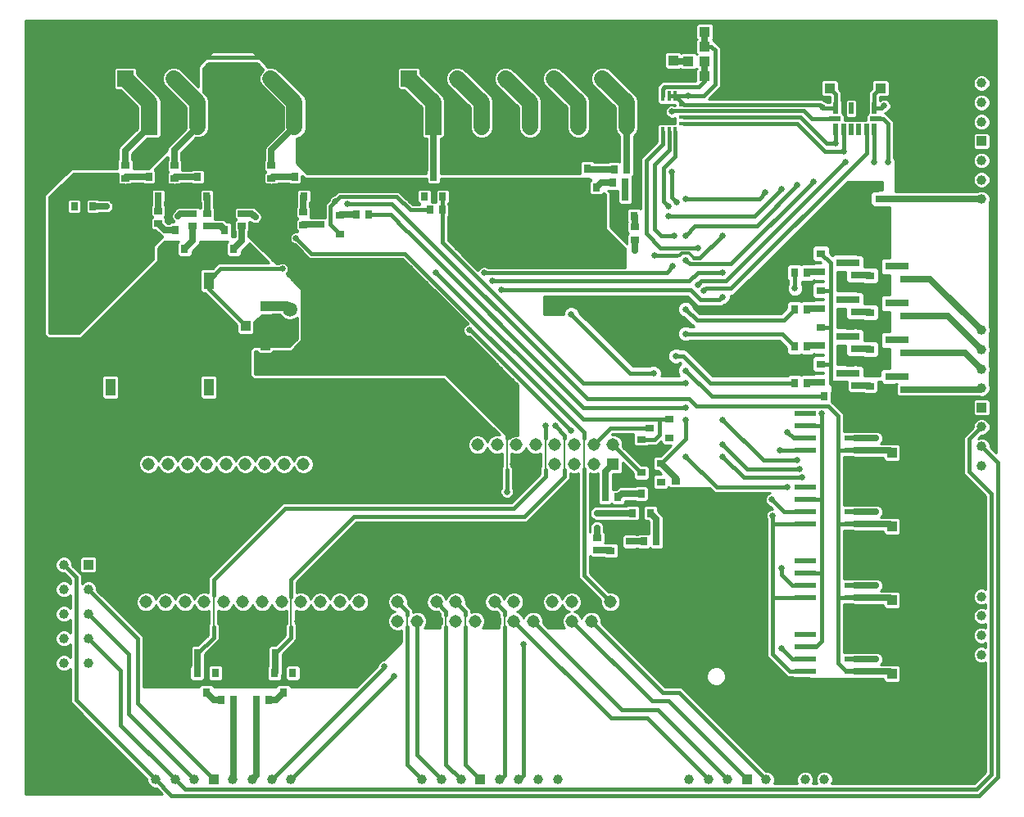
<source format=gbl>
G75*
%MOIN*%
%OFA0B0*%
%FSLAX24Y24*%
%IPPOS*%
%LPD*%
%AMOC8*
5,1,8,0,0,1.08239X$1,22.5*
%
%ADD10R,0.0515X0.0515*%
%ADD11C,0.0515*%
%ADD12R,0.0397X0.0397*%
%ADD13C,0.0397*%
%ADD14R,0.0594X0.0594*%
%ADD15C,0.0594*%
%ADD16R,0.0315X0.0354*%
%ADD17R,0.0354X0.0315*%
%ADD18R,0.0650X0.0650*%
%ADD19C,0.0650*%
%ADD20R,0.0276X0.0354*%
%ADD21R,0.0866X0.0236*%
%ADD22R,0.0394X0.0433*%
%ADD23R,0.0394X0.0709*%
%ADD24R,0.0197X0.0472*%
%ADD25R,0.0472X0.0197*%
%ADD26R,0.0433X0.0394*%
%ADD27R,0.0394X0.0157*%
%ADD28R,0.0157X0.0394*%
%ADD29R,0.0354X0.0276*%
%ADD30C,0.0400*%
%ADD31C,0.0250*%
%ADD32C,0.0160*%
%ADD33C,0.0280*%
%ADD34C,0.0515*%
%ADD35C,0.0100*%
%ADD36C,0.1650*%
%ADD37C,0.0650*%
%ADD38C,0.0375*%
%ADD39C,0.0080*%
%ADD40C,0.0300*%
%ADD41C,0.0120*%
D10*
X024517Y007872D03*
X024617Y014272D03*
D11*
X023829Y014272D03*
X023042Y014272D03*
X023042Y015059D03*
X023829Y015059D03*
X024617Y015059D03*
X022254Y015059D03*
X021467Y015059D03*
X021467Y014272D03*
X020680Y014272D03*
X020680Y015059D03*
X019892Y015059D03*
X019892Y014272D03*
X019105Y014272D03*
X019105Y015059D03*
X018317Y015059D03*
X017530Y015059D03*
X017530Y014272D03*
X016743Y014272D03*
X016743Y015059D03*
X015955Y015059D03*
X015955Y014272D03*
X015168Y014272D03*
X014380Y014272D03*
X013593Y014272D03*
X012806Y014272D03*
X012806Y015059D03*
X013593Y015059D03*
X014380Y015059D03*
X015168Y015059D03*
X012018Y015059D03*
X012018Y014272D03*
X011231Y014272D03*
X011231Y015059D03*
X010443Y015059D03*
X010443Y014272D03*
X009656Y014272D03*
X008869Y014272D03*
X008869Y015059D03*
X009656Y015059D03*
X008081Y015059D03*
X008081Y014272D03*
X007294Y014272D03*
X007294Y015059D03*
X006506Y015059D03*
X006506Y014272D03*
X005719Y014272D03*
X005719Y015059D03*
X005619Y008659D03*
X005619Y007872D03*
X006406Y007872D03*
X006406Y008659D03*
X007194Y008659D03*
X007194Y007872D03*
X007981Y007872D03*
X007981Y008659D03*
X008769Y008659D03*
X008769Y007872D03*
X009556Y007872D03*
X010343Y007872D03*
X010343Y008659D03*
X009556Y008659D03*
X011131Y008659D03*
X011131Y007872D03*
X011918Y007872D03*
X012706Y007872D03*
X013493Y007872D03*
X014280Y007872D03*
X014280Y008659D03*
X013493Y008659D03*
X012706Y008659D03*
X011918Y008659D03*
X015068Y008659D03*
X015068Y007872D03*
X015855Y007872D03*
X015855Y008659D03*
X016643Y008659D03*
X016643Y007872D03*
X017430Y007872D03*
X017430Y008659D03*
X018217Y008659D03*
X018217Y007872D03*
X019005Y007872D03*
X019792Y007872D03*
X019792Y008659D03*
X019005Y008659D03*
X020580Y008659D03*
X020580Y007872D03*
X021367Y007872D03*
X022154Y007872D03*
X022154Y008659D03*
X021367Y008659D03*
X022942Y008659D03*
X022942Y007872D03*
X023729Y007872D03*
X023729Y008659D03*
X024517Y008659D03*
X022254Y014272D03*
X018317Y014272D03*
D12*
X003267Y010172D03*
X008367Y001422D03*
X019217Y001422D03*
X030067Y001422D03*
X039617Y005722D03*
X039617Y016572D03*
X039617Y027422D03*
D13*
X039617Y026635D03*
X039617Y025847D03*
X039617Y025060D03*
X039617Y028209D03*
X039617Y028997D03*
X039617Y029784D03*
X039617Y030572D03*
X039617Y019722D03*
X039617Y018934D03*
X039617Y018147D03*
X039617Y017359D03*
X039617Y015785D03*
X039617Y014997D03*
X039617Y014210D03*
X039617Y008872D03*
X039617Y008084D03*
X039617Y007297D03*
X039617Y006509D03*
X039617Y004935D03*
X039617Y004147D03*
X039617Y003360D03*
X033216Y001422D03*
X032429Y001422D03*
X031641Y001422D03*
X030854Y001422D03*
X029279Y001422D03*
X028492Y001422D03*
X027704Y001422D03*
X022366Y001422D03*
X021579Y001422D03*
X020791Y001422D03*
X020004Y001422D03*
X018429Y001422D03*
X017642Y001422D03*
X016854Y001422D03*
X011516Y001422D03*
X010729Y001422D03*
X009941Y001422D03*
X009154Y001422D03*
X007579Y001422D03*
X006792Y001422D03*
X006004Y001422D03*
X003267Y006172D03*
X002267Y006172D03*
X002267Y007172D03*
X003267Y007172D03*
X003267Y008172D03*
X002267Y008172D03*
X002267Y009172D03*
X003267Y009172D03*
X002267Y010172D03*
D14*
X011467Y018572D03*
D15*
X011467Y019572D03*
X011467Y020572D03*
D16*
X009191Y023028D03*
X008443Y023028D03*
X008817Y023816D03*
X008091Y025178D03*
X007343Y025178D03*
X007717Y025966D03*
X006111Y025178D03*
X005363Y025178D03*
X005737Y025966D03*
X003453Y024766D03*
X002705Y024766D03*
X003079Y025553D03*
X006443Y023028D03*
X007191Y023028D03*
X006817Y023816D03*
X011293Y025178D03*
X012041Y025178D03*
X011667Y025966D03*
X016943Y025178D03*
X017691Y025178D03*
X017317Y025966D03*
X023193Y025528D03*
X023941Y025528D03*
X023567Y026316D03*
X025117Y025166D03*
X025491Y024378D03*
X024743Y024378D03*
X025767Y013066D03*
X026141Y012278D03*
X025393Y012278D03*
X011591Y005766D03*
X010843Y005766D03*
X011217Y004978D03*
X008441Y005766D03*
X007693Y005766D03*
X008067Y004978D03*
D17*
X024523Y010748D03*
X025310Y011122D03*
X024523Y011496D03*
X026560Y013548D03*
X026560Y014296D03*
X025773Y013922D03*
X026910Y015348D03*
X026123Y015722D03*
X026910Y016096D03*
X033073Y017598D03*
X033073Y018346D03*
X033860Y017972D03*
X035073Y018196D03*
X035073Y017448D03*
X035860Y017822D03*
X035073Y018948D03*
X035860Y019322D03*
X035073Y019696D03*
X035073Y020448D03*
X035073Y021196D03*
X035073Y021948D03*
X035860Y022322D03*
X035073Y022696D03*
X033860Y022472D03*
X033073Y022098D03*
X033073Y022846D03*
X033073Y021346D03*
X033860Y020972D03*
X033073Y020598D03*
X033073Y019846D03*
X033073Y019098D03*
X033860Y019472D03*
X035860Y020822D03*
X013510Y023648D03*
X012723Y024022D03*
X013510Y024396D03*
D18*
X017301Y028004D03*
X016317Y029972D03*
X005751Y028004D03*
X004767Y029972D03*
D19*
X006735Y029972D03*
X008704Y029972D03*
X010672Y029972D03*
X012641Y029972D03*
X013625Y028004D03*
X011656Y028004D03*
X009688Y028004D03*
X007719Y028004D03*
X018285Y029972D03*
X020254Y029972D03*
X022222Y029972D03*
X024191Y029972D03*
X025175Y028004D03*
X023206Y028004D03*
X021238Y028004D03*
X019269Y028004D03*
D20*
X017673Y024622D03*
X017161Y024622D03*
X014673Y024422D03*
X014161Y024422D03*
X024611Y025722D03*
X025123Y025722D03*
X025173Y026272D03*
X024661Y026272D03*
X032011Y022072D03*
X032523Y022072D03*
X032523Y020572D03*
X032011Y020572D03*
X032011Y019072D03*
X032523Y019072D03*
X032523Y017572D03*
X032011Y017572D03*
X033211Y017022D03*
X033723Y017022D03*
X026373Y011122D03*
X025861Y011122D03*
X024823Y012922D03*
X024311Y012922D03*
X010873Y006572D03*
X010361Y006572D03*
X010111Y004672D03*
X010623Y004672D03*
X009173Y004672D03*
X008661Y004672D03*
X007723Y006572D03*
X007211Y006572D03*
D21*
X032443Y006322D03*
X032443Y006822D03*
X032443Y007322D03*
X032443Y008822D03*
X032443Y009322D03*
X032443Y009822D03*
X032443Y010322D03*
X032443Y011822D03*
X032443Y012322D03*
X032443Y012822D03*
X032443Y013322D03*
X032443Y014822D03*
X032443Y015322D03*
X032443Y015822D03*
X032443Y016322D03*
X034490Y016322D03*
X034490Y015822D03*
X034490Y015322D03*
X034490Y014822D03*
X034490Y013322D03*
X034490Y012822D03*
X034490Y012322D03*
X034490Y011822D03*
X034490Y010322D03*
X034490Y009822D03*
X034490Y009322D03*
X034490Y008822D03*
X034490Y007322D03*
X034490Y006822D03*
X034490Y006322D03*
X034490Y005822D03*
X032443Y005822D03*
D22*
X035967Y005737D03*
X035967Y006407D03*
X035967Y008737D03*
X035967Y009407D03*
X035967Y011737D03*
X035967Y012407D03*
X035967Y014737D03*
X035967Y015407D03*
X027067Y030037D03*
X027067Y030707D03*
X010467Y020707D03*
X010467Y020037D03*
X009667Y019907D03*
X009667Y019237D03*
X010467Y019107D03*
X010467Y018437D03*
X002667Y019237D03*
X002667Y019907D03*
D23*
X004167Y021741D03*
X008167Y021741D03*
X008167Y017403D03*
X007167Y017403D03*
X005167Y017403D03*
X004167Y017403D03*
D24*
X033679Y027889D03*
X033994Y027889D03*
X034309Y027889D03*
X034624Y027889D03*
X034939Y027889D03*
X035254Y027889D03*
X035254Y028755D03*
X034939Y028755D03*
X034624Y028755D03*
X034309Y028755D03*
X033994Y028755D03*
X033679Y028755D03*
D25*
X033640Y028322D03*
X035293Y028322D03*
D26*
X035501Y029572D03*
X034832Y029572D03*
X034101Y029572D03*
X033432Y029572D03*
X028351Y030072D03*
X028351Y030672D03*
X028351Y031272D03*
X028351Y031872D03*
X027682Y031872D03*
X027682Y031272D03*
X027682Y030672D03*
X027682Y030072D03*
D27*
X027495Y028906D03*
X027495Y028650D03*
X027495Y028394D03*
X027495Y028138D03*
X026038Y028138D03*
X026038Y028394D03*
X026038Y028650D03*
X026038Y028906D03*
D28*
X026383Y029250D03*
X026639Y029250D03*
X026895Y029250D03*
X027151Y029250D03*
X027151Y027794D03*
X026895Y027794D03*
X026639Y027794D03*
X026383Y027794D03*
D29*
X025517Y023928D03*
X025517Y023416D03*
X034467Y022478D03*
X034467Y021966D03*
X034467Y020978D03*
X034467Y020466D03*
X034467Y019478D03*
X034467Y018966D03*
X034467Y017978D03*
X034467Y017466D03*
X036467Y017316D03*
X036467Y017828D03*
X036467Y018816D03*
X036467Y019328D03*
X036467Y020316D03*
X036467Y020828D03*
X036467Y021816D03*
X036467Y022328D03*
X035467Y024566D03*
X035467Y025078D03*
X025767Y015278D03*
X025767Y014766D03*
X027167Y013578D03*
X027167Y013066D03*
X023967Y011278D03*
X023967Y010766D03*
X012017Y024016D03*
X012017Y024528D03*
X010717Y025916D03*
X010717Y026428D03*
X009517Y024478D03*
X009517Y023966D03*
X008117Y023966D03*
X008117Y024478D03*
X007517Y024478D03*
X007517Y023966D03*
X006117Y024066D03*
X006117Y024578D03*
X006767Y025916D03*
X006767Y026428D03*
X004767Y026428D03*
X004767Y025916D03*
D30*
X011293Y025178D02*
X011293Y022796D01*
X012117Y021972D01*
X012117Y019222D01*
X011467Y018572D01*
X011332Y018437D01*
X010467Y018437D01*
X011467Y020572D02*
X011332Y020707D01*
X010467Y020707D01*
D31*
X011167Y022222D03*
X011717Y023472D03*
X010067Y024322D03*
X006917Y024372D03*
X004017Y024772D03*
X013317Y024972D03*
X013817Y024872D03*
X017417Y022072D03*
X019367Y022072D03*
X019717Y021722D03*
X020067Y021372D03*
X018767Y019722D03*
X022917Y020372D03*
X025517Y022972D03*
X026317Y022772D03*
X027057Y022332D03*
X027567Y022582D03*
X028067Y023082D03*
X027567Y023582D03*
X027117Y023572D03*
X026867Y024372D03*
X026867Y024772D03*
X027217Y024922D03*
X027567Y025082D03*
X027017Y026172D03*
X027017Y028622D03*
X027667Y029272D03*
X032117Y025622D03*
X032767Y025772D03*
X031467Y025472D03*
X030817Y025322D03*
X029067Y023582D03*
X029067Y022082D03*
X028317Y021332D03*
X028067Y021582D03*
X029067Y021082D03*
X027567Y020582D03*
X027567Y019582D03*
X027167Y018672D03*
X027567Y018082D03*
X027567Y017582D03*
X027567Y016582D03*
X027567Y016082D03*
X029067Y016082D03*
X029067Y015082D03*
X029067Y014582D03*
X027567Y014582D03*
X031067Y012822D03*
X031117Y012172D03*
X031717Y013322D03*
X032317Y013722D03*
X032217Y014072D03*
X032117Y014422D03*
X031417Y014822D03*
X031717Y015572D03*
X033117Y016322D03*
X035317Y015322D03*
X035317Y012322D03*
X035317Y009322D03*
X035317Y006322D03*
X031467Y006772D03*
X031467Y010022D03*
X023967Y011672D03*
X023967Y012272D03*
X020297Y013142D03*
X022917Y015622D03*
X022267Y015822D03*
X021867Y015822D03*
X026267Y017972D03*
X032017Y021422D03*
X034067Y026572D03*
X033994Y027000D03*
X033679Y027335D03*
X035254Y026572D03*
X035817Y026572D03*
X037517Y027822D03*
X036367Y028972D03*
X035651Y028856D03*
X036367Y030322D03*
X033133Y028806D03*
X020967Y006922D03*
X015717Y005622D03*
X015317Y006022D03*
D32*
X015317Y006010D01*
X010729Y001422D01*
X011516Y001422D02*
X015716Y005622D01*
X015717Y005622D01*
X016247Y007622D02*
X016247Y002030D01*
X016854Y001422D01*
X017642Y001422D02*
X016643Y002421D01*
X016643Y007872D01*
X016247Y008122D02*
X016247Y008268D01*
X015855Y008659D01*
X015730Y009322D02*
X015068Y008659D01*
X015730Y009322D02*
X016717Y009322D01*
X016643Y009248D01*
X016643Y008659D01*
X017430Y007872D01*
X017817Y007622D02*
X017817Y002035D01*
X018429Y001422D01*
X018617Y002022D02*
X018617Y007622D01*
X018617Y008122D02*
X018617Y008260D01*
X018217Y008659D01*
X017817Y008273D02*
X017817Y008122D01*
X017817Y008273D02*
X017430Y008659D01*
X016717Y009322D02*
X019117Y009322D01*
X019005Y009210D01*
X019005Y008659D01*
X019792Y007872D01*
X020192Y007622D02*
X020192Y001610D01*
X020004Y001422D01*
X019217Y001422D02*
X018617Y002022D01*
X020791Y001422D02*
X020967Y001597D01*
X020967Y006922D01*
X020580Y007872D02*
X024530Y003922D01*
X025992Y003922D01*
X028492Y001422D01*
X029279Y001422D02*
X026429Y004272D01*
X024967Y004272D01*
X021367Y007872D01*
X022154Y007872D02*
X021367Y008659D01*
X021367Y009272D01*
X021317Y009322D01*
X019117Y009322D01*
X019792Y008659D02*
X020192Y008260D01*
X020192Y008122D01*
X021317Y009322D02*
X023067Y009322D01*
X023729Y008659D01*
X024517Y007872D01*
X025317Y007072D01*
X025317Y008672D01*
X026817Y010172D01*
X026817Y012582D01*
X027167Y012932D01*
X027167Y013066D01*
X026817Y012582D02*
X026167Y013232D01*
X026167Y014366D01*
X025767Y014766D01*
X025767Y015278D02*
X026323Y015278D01*
X026517Y015472D01*
X026517Y016046D01*
X026467Y016096D01*
X023393Y016096D01*
X017417Y022072D01*
X016996Y021653D02*
X011736Y021653D01*
X011578Y021811D02*
X016837Y021811D01*
X016679Y021970D02*
X011419Y021970D01*
X011369Y022020D02*
X011409Y022060D01*
X011452Y022165D01*
X011452Y022279D01*
X011409Y022384D01*
X011329Y022464D01*
X011223Y022508D01*
X011110Y022508D01*
X011005Y022464D01*
X011003Y022463D01*
X010926Y022463D01*
X009817Y023571D01*
X009817Y023725D01*
X009855Y023762D01*
X009855Y024109D01*
X009896Y024067D01*
X010007Y024021D01*
X010126Y024021D01*
X010237Y024067D01*
X010322Y024152D01*
X010367Y024262D01*
X010367Y024382D01*
X010322Y024492D01*
X010081Y024733D01*
X009971Y024779D01*
X009457Y024779D01*
X009452Y024776D01*
X009273Y024776D01*
X009179Y024682D01*
X009179Y024274D01*
X009230Y024222D01*
X009179Y024171D01*
X009179Y023762D01*
X009216Y023725D01*
X009216Y023572D01*
X009135Y023572D01*
X009135Y024059D01*
X009041Y024154D01*
X008904Y024154D01*
X008837Y024221D01*
X008726Y024267D01*
X008448Y024267D01*
X008455Y024274D01*
X008455Y024682D01*
X008417Y024719D01*
X008417Y025212D01*
X008409Y025233D01*
X008409Y025422D01*
X008315Y025516D01*
X007867Y025516D01*
X007772Y025422D01*
X007772Y024935D01*
X007816Y024891D01*
X007816Y024721D01*
X007760Y024776D01*
X007582Y024776D01*
X007576Y024779D01*
X006963Y024779D01*
X006852Y024733D01*
X006662Y024542D01*
X006616Y024432D01*
X006616Y024312D01*
X006662Y024202D01*
X006710Y024154D01*
X006593Y024154D01*
X006555Y024116D01*
X006492Y024116D01*
X006455Y024154D01*
X006455Y024271D01*
X006403Y024322D01*
X006455Y024374D01*
X006455Y024782D01*
X006417Y024819D01*
X006417Y024923D01*
X006429Y024935D01*
X006429Y025422D01*
X006335Y025516D01*
X005887Y025516D01*
X005792Y025422D01*
X005792Y024935D01*
X005816Y024911D01*
X005816Y024819D01*
X005779Y024782D01*
X005779Y024374D01*
X005830Y024322D01*
X005779Y024271D01*
X005779Y023862D01*
X005873Y023768D01*
X005990Y023768D01*
X006197Y023561D01*
X006238Y023544D01*
X005867Y023172D01*
X005867Y022622D01*
X002867Y019622D01*
X001717Y019622D01*
X001717Y025122D01*
X002667Y026072D01*
X004429Y026072D01*
X004429Y025712D01*
X004523Y025618D01*
X004702Y025618D01*
X004707Y025615D01*
X004826Y025615D01*
X004832Y025618D01*
X005010Y025618D01*
X005058Y025665D01*
X005475Y025665D01*
X005513Y025628D01*
X005961Y025628D01*
X006055Y025722D01*
X006055Y026209D01*
X006004Y026260D01*
X006466Y026721D01*
X006466Y026669D01*
X006429Y026632D01*
X006429Y026224D01*
X006480Y026172D01*
X006429Y026121D01*
X006429Y025712D01*
X006523Y025618D01*
X006702Y025618D01*
X006707Y025615D01*
X006826Y025615D01*
X006832Y025618D01*
X007010Y025618D01*
X007058Y025665D01*
X007455Y025665D01*
X007493Y025628D01*
X007941Y025628D01*
X008035Y025722D01*
X008035Y026209D01*
X007941Y026304D01*
X007493Y026304D01*
X007455Y026266D01*
X007105Y026266D01*
X007105Y026632D01*
X007067Y026669D01*
X007067Y026926D01*
X007659Y027518D01*
X007816Y027518D01*
X007995Y027592D01*
X008131Y027728D01*
X008205Y027907D01*
X008205Y029084D01*
X008131Y029263D01*
X007995Y029400D01*
X007967Y029427D01*
X007967Y030372D01*
X008176Y030581D01*
X010107Y030581D01*
X010351Y030338D01*
X010260Y030247D01*
X010186Y030069D01*
X010186Y029875D01*
X010260Y029697D01*
X011171Y028787D01*
X011171Y027943D01*
X010462Y027234D01*
X010416Y027124D01*
X010416Y026669D01*
X010379Y026632D01*
X010379Y026224D01*
X010430Y026172D01*
X010379Y026121D01*
X010379Y025712D01*
X010473Y025618D01*
X010652Y025618D01*
X010657Y025615D01*
X010776Y025615D01*
X010782Y025618D01*
X010960Y025618D01*
X011008Y025665D01*
X011405Y025665D01*
X011443Y025628D01*
X011891Y025628D01*
X011985Y025722D01*
X011985Y025954D01*
X012067Y025872D01*
X016998Y025872D01*
X016998Y025722D01*
X017093Y025628D01*
X017541Y025628D01*
X017635Y025722D01*
X017635Y025872D01*
X023617Y025872D01*
X023670Y025819D01*
X023622Y025772D01*
X023622Y025285D01*
X023717Y025190D01*
X024165Y025190D01*
X024231Y025257D01*
X024267Y025222D01*
X024267Y023822D01*
X025067Y023022D01*
X025067Y022313D01*
X019530Y022313D01*
X019529Y022314D01*
X019423Y022358D01*
X019310Y022358D01*
X019205Y022314D01*
X019124Y022234D01*
X019116Y022213D01*
X017931Y023398D01*
X017931Y024339D01*
X017971Y024378D01*
X017971Y024866D01*
X017956Y024881D01*
X018009Y024935D01*
X018009Y025422D01*
X017915Y025516D01*
X017467Y025516D01*
X017372Y025422D01*
X017372Y024953D01*
X017365Y024960D01*
X017261Y024960D01*
X017261Y025422D01*
X017167Y025516D01*
X016719Y025516D01*
X016624Y025422D01*
X016624Y024935D01*
X016696Y024863D01*
X016466Y024863D01*
X016021Y025308D01*
X016021Y025308D01*
X015953Y025376D01*
X015865Y025413D01*
X013469Y025413D01*
X013380Y025376D01*
X013313Y025308D01*
X013262Y025258D01*
X013260Y025258D01*
X013155Y025214D01*
X013074Y025134D01*
X013031Y025029D01*
X013031Y025027D01*
X012913Y024908D01*
X012876Y024820D01*
X012876Y024340D01*
X012479Y024340D01*
X012462Y024323D01*
X012354Y024323D01*
X012355Y024324D01*
X012355Y024732D01*
X012317Y024769D01*
X012317Y024893D01*
X012359Y024935D01*
X012359Y025422D01*
X012265Y025516D01*
X011817Y025516D01*
X011722Y025422D01*
X011722Y025230D01*
X011716Y025214D01*
X011716Y024769D01*
X011679Y024732D01*
X011679Y024324D01*
X011730Y024272D01*
X011679Y024221D01*
X011679Y023812D01*
X011733Y023758D01*
X011660Y023758D01*
X011555Y023714D01*
X011474Y023634D01*
X011431Y023529D01*
X011431Y023415D01*
X011474Y023310D01*
X011555Y023230D01*
X011660Y023186D01*
X011662Y023186D01*
X012138Y022711D01*
X012205Y022643D01*
X012294Y022606D01*
X016042Y022606D01*
X018661Y019987D01*
X018605Y019964D01*
X018524Y019884D01*
X018481Y019779D01*
X018481Y019665D01*
X018524Y019560D01*
X018605Y019480D01*
X018710Y019436D01*
X018762Y019436D01*
X020717Y017482D01*
X020717Y015478D01*
X020596Y015478D01*
X020443Y015414D01*
X020409Y015380D01*
X017817Y017972D01*
X010067Y017972D01*
X010067Y018822D01*
X010111Y018822D01*
X010203Y018729D01*
X010730Y018729D01*
X010823Y018822D01*
X011567Y018822D01*
X012017Y019272D01*
X012017Y021372D01*
X011369Y022020D01*
X011437Y022128D02*
X016520Y022128D01*
X016362Y022287D02*
X011449Y022287D01*
X011348Y022445D02*
X016203Y022445D01*
X016045Y022604D02*
X010785Y022604D01*
X010627Y022762D02*
X012086Y022762D01*
X011928Y022921D02*
X010468Y022921D01*
X010310Y023079D02*
X011769Y023079D01*
X011547Y023238D02*
X010151Y023238D01*
X009993Y023396D02*
X011439Y023396D01*
X011442Y023555D02*
X009834Y023555D01*
X009817Y023713D02*
X011554Y023713D01*
X011679Y023872D02*
X009855Y023872D01*
X009855Y024030D02*
X009986Y024030D01*
X010148Y024030D02*
X011679Y024030D01*
X011679Y024189D02*
X010337Y024189D01*
X010367Y024347D02*
X011679Y024347D01*
X011679Y024506D02*
X010308Y024506D01*
X010150Y024664D02*
X011679Y024664D01*
X011716Y024823D02*
X008417Y024823D01*
X008417Y024981D02*
X011716Y024981D01*
X011716Y025140D02*
X008417Y025140D01*
X008409Y025298D02*
X011722Y025298D01*
X011757Y025457D02*
X008374Y025457D01*
X008091Y025178D02*
X008117Y025152D01*
X007772Y025140D02*
X006429Y025140D01*
X006429Y025298D02*
X007772Y025298D01*
X007807Y025457D02*
X006394Y025457D01*
X006429Y025774D02*
X006055Y025774D01*
X006055Y025932D02*
X006429Y025932D01*
X006429Y026091D02*
X006055Y026091D01*
X006015Y026249D02*
X006429Y026249D01*
X006429Y026408D02*
X006152Y026408D01*
X006311Y026566D02*
X006429Y026566D01*
X007067Y026725D02*
X010416Y026725D01*
X010416Y026883D02*
X007067Y026883D01*
X007183Y027042D02*
X010416Y027042D01*
X010448Y027200D02*
X007341Y027200D01*
X007500Y027359D02*
X010586Y027359D01*
X010745Y027517D02*
X007658Y027517D01*
X008078Y027676D02*
X010903Y027676D01*
X011062Y027834D02*
X008175Y027834D01*
X008205Y027993D02*
X011171Y027993D01*
X011171Y028151D02*
X008205Y028151D01*
X008205Y028310D02*
X011171Y028310D01*
X011171Y028468D02*
X008205Y028468D01*
X008205Y028627D02*
X011171Y028627D01*
X011171Y028785D02*
X008205Y028785D01*
X008205Y028944D02*
X011014Y028944D01*
X010855Y029102D02*
X008198Y029102D01*
X008132Y029261D02*
X010697Y029261D01*
X010538Y029419D02*
X007975Y029419D01*
X007967Y029578D02*
X010380Y029578D01*
X010244Y029736D02*
X007967Y029736D01*
X007967Y029895D02*
X010186Y029895D01*
X010186Y030053D02*
X007967Y030053D01*
X007967Y030212D02*
X010246Y030212D01*
X010319Y030370D02*
X007967Y030370D01*
X008123Y030529D02*
X010160Y030529D01*
X011791Y030822D02*
X001727Y030822D01*
X001117Y030212D01*
X001117Y019237D01*
X001727Y019237D01*
X002667Y019237D01*
X005167Y019237D01*
X005167Y021196D01*
X006443Y022472D01*
X006443Y023028D01*
X006091Y023396D02*
X001717Y023396D01*
X001717Y023238D02*
X005932Y023238D01*
X005867Y023079D02*
X001717Y023079D01*
X001717Y022921D02*
X005867Y022921D01*
X005867Y022762D02*
X001717Y022762D01*
X001717Y022604D02*
X005848Y022604D01*
X005690Y022445D02*
X001717Y022445D01*
X001717Y022287D02*
X005531Y022287D01*
X005373Y022128D02*
X001717Y022128D01*
X001717Y021970D02*
X005214Y021970D01*
X005056Y021811D02*
X001717Y021811D01*
X001717Y021653D02*
X004897Y021653D01*
X004739Y021494D02*
X001717Y021494D01*
X001717Y021336D02*
X004580Y021336D01*
X004422Y021177D02*
X001717Y021177D01*
X001717Y021019D02*
X004263Y021019D01*
X004105Y020860D02*
X001717Y020860D01*
X001717Y020702D02*
X003946Y020702D01*
X003788Y020543D02*
X001717Y020543D01*
X001717Y020385D02*
X003629Y020385D01*
X003471Y020226D02*
X001717Y020226D01*
X001717Y020068D02*
X003312Y020068D01*
X003154Y019909D02*
X001717Y019909D01*
X001717Y019751D02*
X002995Y019751D01*
X002667Y019907D02*
X004167Y021407D01*
X004167Y021741D01*
X005363Y022937D01*
X005363Y025178D01*
X005363Y025556D01*
X005367Y025560D01*
X003085Y025560D01*
X003229Y025104D02*
X003135Y025010D01*
X003135Y024522D01*
X003229Y024428D01*
X003677Y024428D01*
X003714Y024465D01*
X004070Y024465D01*
X004181Y024511D01*
X004265Y024596D01*
X004311Y024706D01*
X004311Y024826D01*
X004265Y024936D01*
X004181Y025021D01*
X004070Y025067D01*
X003714Y025067D01*
X003677Y025104D01*
X003229Y025104D01*
X003135Y024981D02*
X003023Y024981D01*
X003023Y025010D02*
X002929Y025104D01*
X002481Y025104D01*
X002387Y025010D01*
X002387Y024522D01*
X002481Y024428D01*
X002929Y024428D01*
X003023Y024522D01*
X003023Y025010D01*
X003023Y024823D02*
X003135Y024823D01*
X003135Y024664D02*
X003023Y024664D01*
X003007Y024506D02*
X003152Y024506D01*
X002403Y024506D02*
X001717Y024506D01*
X001717Y024664D02*
X002387Y024664D01*
X002387Y024823D02*
X001717Y024823D01*
X001717Y024981D02*
X002387Y024981D01*
X002051Y025457D02*
X005827Y025457D01*
X005792Y025298D02*
X001893Y025298D01*
X001734Y025140D02*
X005792Y025140D01*
X005792Y024981D02*
X004220Y024981D01*
X004311Y024823D02*
X005816Y024823D01*
X005779Y024664D02*
X004294Y024664D01*
X004168Y024506D02*
X005779Y024506D01*
X005805Y024347D02*
X001717Y024347D01*
X001717Y024189D02*
X005779Y024189D01*
X005779Y024030D02*
X001717Y024030D01*
X001717Y023872D02*
X005779Y023872D01*
X006044Y023713D02*
X001717Y023713D01*
X001717Y023555D02*
X006212Y023555D01*
X006455Y024189D02*
X006675Y024189D01*
X006616Y024347D02*
X006428Y024347D01*
X006455Y024506D02*
X006646Y024506D01*
X006783Y024664D02*
X006455Y024664D01*
X006417Y024823D02*
X007816Y024823D01*
X007772Y024981D02*
X006429Y024981D01*
X006117Y025172D02*
X006111Y025178D01*
X005367Y025560D02*
X007367Y025560D01*
X007343Y025536D01*
X007343Y025178D01*
X007367Y025560D02*
X008767Y025560D01*
X008767Y027082D01*
X009688Y028004D01*
X010379Y026566D02*
X007105Y026566D01*
X007105Y026408D02*
X010379Y026408D01*
X010379Y026249D02*
X007995Y026249D01*
X008035Y026091D02*
X010379Y026091D01*
X010379Y025932D02*
X008035Y025932D01*
X008035Y025774D02*
X010379Y025774D01*
X011267Y025560D02*
X023161Y025560D01*
X023193Y025528D01*
X023622Y025457D02*
X017974Y025457D01*
X018009Y025298D02*
X023622Y025298D01*
X023622Y025615D02*
X002210Y025615D01*
X002368Y025774D02*
X004429Y025774D01*
X004429Y025932D02*
X002527Y025932D01*
X004010Y024766D02*
X004017Y024772D01*
X006443Y022472D02*
X007886Y022472D01*
X008443Y023028D01*
X009135Y023713D02*
X009216Y023713D01*
X009179Y023872D02*
X009135Y023872D01*
X009135Y024030D02*
X009179Y024030D01*
X009197Y024189D02*
X008869Y024189D01*
X009179Y024347D02*
X008455Y024347D01*
X008455Y024506D02*
X009179Y024506D01*
X009179Y024664D02*
X008455Y024664D01*
X008767Y025560D02*
X011267Y025560D01*
X011293Y025534D01*
X011293Y025178D01*
X011985Y025774D02*
X016998Y025774D01*
X017226Y025457D02*
X017407Y025457D01*
X017372Y025298D02*
X017261Y025298D01*
X017261Y025140D02*
X017372Y025140D01*
X017372Y024981D02*
X017261Y024981D01*
X017161Y024622D02*
X016367Y024622D01*
X015817Y025172D01*
X013517Y025172D01*
X013317Y024972D01*
X013117Y024772D01*
X013117Y024042D01*
X013510Y023648D01*
X012876Y024347D02*
X012355Y024347D01*
X012355Y024506D02*
X012876Y024506D01*
X012876Y024664D02*
X012355Y024664D01*
X012317Y024823D02*
X012877Y024823D01*
X012985Y024981D02*
X012359Y024981D01*
X012359Y025140D02*
X013080Y025140D01*
X013302Y025298D02*
X012359Y025298D01*
X012324Y025457D02*
X016659Y025457D01*
X016624Y025298D02*
X016031Y025298D01*
X016190Y025140D02*
X016624Y025140D01*
X016624Y024981D02*
X016348Y024981D01*
X015617Y024872D02*
X013817Y024872D01*
X014673Y024422D02*
X015567Y024422D01*
X016173Y023816D01*
X016292Y023697D01*
X023407Y016582D01*
X027567Y016582D01*
X027717Y016922D02*
X023567Y016922D01*
X015617Y024872D01*
X017635Y025774D02*
X023624Y025774D01*
X024267Y025140D02*
X018009Y025140D01*
X018009Y024981D02*
X024267Y024981D01*
X024267Y024823D02*
X017971Y024823D01*
X017971Y024664D02*
X024267Y024664D01*
X024267Y024506D02*
X017971Y024506D01*
X017940Y024347D02*
X024267Y024347D01*
X024267Y024189D02*
X017931Y024189D01*
X017931Y024030D02*
X024267Y024030D01*
X024267Y023872D02*
X017931Y023872D01*
X017931Y023713D02*
X024376Y023713D01*
X024534Y023555D02*
X017931Y023555D01*
X017933Y023396D02*
X024693Y023396D01*
X024851Y023238D02*
X018092Y023238D01*
X018250Y023079D02*
X025010Y023079D01*
X025067Y022921D02*
X018409Y022921D01*
X018567Y022762D02*
X025067Y022762D01*
X025067Y022604D02*
X018726Y022604D01*
X018884Y022445D02*
X025067Y022445D01*
X026317Y022772D02*
X027217Y022772D01*
X027567Y022582D02*
X027727Y022422D01*
X029417Y022422D01*
X032767Y025772D01*
X032117Y025622D02*
X030467Y023972D01*
X027957Y023972D01*
X027567Y023582D01*
X027117Y023572D02*
X026567Y023572D01*
X026317Y023822D01*
X026317Y026472D01*
X026895Y027050D01*
X026895Y027794D01*
X027151Y027794D02*
X027151Y026806D01*
X026667Y026322D01*
X026667Y024972D01*
X026867Y024772D01*
X027017Y025122D02*
X027217Y024922D01*
X027017Y025122D02*
X027017Y026172D01*
X025967Y026622D02*
X026639Y027294D01*
X026639Y027794D01*
X026383Y027794D02*
X026383Y027538D01*
X025617Y026772D01*
X025617Y025072D01*
X025317Y024772D01*
X025136Y024772D01*
X024743Y024378D01*
X025967Y023672D02*
X026557Y023082D01*
X028067Y023082D01*
X028157Y022672D02*
X027897Y022672D01*
X028157Y022672D02*
X029067Y023582D01*
X030367Y024372D02*
X031467Y025472D01*
X030817Y025322D02*
X030577Y025082D01*
X027567Y025082D01*
X026867Y024372D02*
X030367Y024372D01*
X031967Y023272D02*
X034497Y023272D01*
X035073Y022696D01*
X035467Y023272D02*
X035467Y021172D01*
X035443Y021196D01*
X035073Y021196D01*
X035467Y021172D02*
X035467Y019722D01*
X035441Y019696D01*
X035073Y019696D01*
X035467Y019722D02*
X035467Y018590D01*
X035073Y018196D01*
X033723Y017316D02*
X033467Y017572D01*
X033467Y018346D01*
X033073Y018346D01*
X033467Y018346D02*
X033467Y019846D01*
X033073Y019846D01*
X033467Y019846D02*
X033467Y021346D01*
X033073Y021346D01*
X033467Y021346D02*
X033467Y022452D01*
X033073Y022846D01*
X032017Y022066D02*
X032011Y022072D01*
X032017Y022066D02*
X032017Y021422D01*
X032011Y020572D02*
X031561Y020122D01*
X028027Y020122D01*
X027567Y020582D01*
X027567Y021072D02*
X028067Y020572D01*
X029267Y020572D01*
X031967Y023272D01*
X029417Y021422D02*
X034939Y026944D01*
X034939Y027889D01*
X035254Y027889D02*
X035254Y026572D01*
X035817Y026572D02*
X035817Y028122D01*
X035617Y028322D01*
X035293Y028322D01*
X035254Y028755D02*
X035550Y028755D01*
X035651Y028856D01*
X035271Y028772D02*
X035254Y028755D01*
X035254Y029325D01*
X035501Y029572D01*
X034832Y029572D02*
X034624Y029364D01*
X034624Y028755D01*
X034939Y028755D01*
X034832Y029572D02*
X033832Y030572D01*
X033582Y030822D01*
X029967Y030822D01*
X028767Y031122D02*
X028767Y029722D01*
X028317Y029272D01*
X027667Y029272D01*
X027151Y029272D01*
X027151Y029250D01*
X026895Y029250D01*
X027151Y029250D02*
X027495Y028906D01*
X033033Y028906D01*
X033133Y028806D01*
X033184Y028755D01*
X033679Y028755D01*
X033679Y029325D01*
X033432Y029572D01*
X033994Y029465D02*
X034101Y029572D01*
X033994Y029465D02*
X033994Y028755D01*
X033640Y028322D02*
X032717Y028322D01*
X032389Y028650D01*
X027495Y028650D01*
X027045Y028650D01*
X027017Y028622D01*
X027495Y028394D02*
X032245Y028394D01*
X033304Y027335D01*
X033679Y027335D01*
X033679Y027889D01*
X033994Y027889D02*
X033994Y027000D01*
X033239Y027000D01*
X032101Y028138D01*
X027495Y028138D01*
X026383Y027794D02*
X026038Y028138D01*
X026038Y028394D01*
X026038Y028650D01*
X026038Y028906D01*
X026383Y029250D01*
X026383Y030037D01*
X026383Y031872D01*
X014541Y031872D01*
X012641Y029972D01*
X011791Y030822D01*
X017301Y028004D02*
X017317Y027988D01*
X017691Y025178D02*
X017673Y025160D01*
X017673Y024622D01*
X017691Y024604D01*
X017691Y023298D01*
X023407Y017582D01*
X027567Y017582D01*
X027567Y018082D02*
X028627Y017022D01*
X033211Y017022D01*
X033367Y016622D02*
X028017Y016622D01*
X027717Y016922D01*
X027567Y016082D02*
X027567Y015302D01*
X026560Y014296D01*
X025773Y013922D02*
X025754Y013922D01*
X024617Y015059D01*
X024492Y015722D02*
X023829Y015059D01*
X023437Y015322D02*
X023437Y015552D01*
X016142Y022847D01*
X012342Y022847D01*
X011717Y023472D01*
X011167Y022222D02*
X008647Y022222D01*
X008167Y021741D01*
X008167Y021407D01*
X009667Y019907D01*
X009667Y019237D02*
X009001Y019237D01*
X007167Y017403D01*
X005167Y017403D01*
X005167Y019237D01*
X007167Y017403D02*
X007294Y017276D01*
X007294Y015059D01*
X010067Y018007D02*
X020191Y018007D01*
X020033Y018166D02*
X010067Y018166D01*
X010067Y018324D02*
X019874Y018324D01*
X019716Y018483D02*
X010067Y018483D01*
X010067Y018641D02*
X019557Y018641D01*
X019399Y018800D02*
X010800Y018800D01*
X010467Y019107D02*
X009797Y019107D01*
X009667Y019237D01*
X010067Y018800D02*
X010133Y018800D01*
X010467Y019107D02*
X010467Y020037D01*
X010932Y019572D02*
X011467Y019572D01*
X010932Y019572D02*
X010467Y019107D01*
X011467Y018572D02*
X017517Y018572D01*
X020297Y015792D01*
X020297Y015322D01*
X020318Y015471D02*
X020581Y015471D01*
X020717Y015630D02*
X020159Y015630D01*
X020001Y015788D02*
X020717Y015788D01*
X020717Y015947D02*
X019842Y015947D01*
X019684Y016105D02*
X020717Y016105D01*
X020717Y016264D02*
X019525Y016264D01*
X019367Y016422D02*
X020717Y016422D01*
X020717Y016581D02*
X019208Y016581D01*
X019050Y016739D02*
X020717Y016739D01*
X020717Y016898D02*
X018891Y016898D01*
X018733Y017056D02*
X020717Y017056D01*
X020717Y017215D02*
X018574Y017215D01*
X018416Y017373D02*
X020717Y017373D01*
X020667Y017532D02*
X018257Y017532D01*
X018099Y017690D02*
X020508Y017690D01*
X020350Y017849D02*
X017940Y017849D01*
X019240Y018958D02*
X011703Y018958D01*
X011861Y019117D02*
X019082Y019117D01*
X018923Y019275D02*
X012017Y019275D01*
X012017Y019434D02*
X018765Y019434D01*
X018767Y019722D02*
X018817Y019722D01*
X022917Y015622D01*
X022647Y015442D02*
X022267Y015822D01*
X021867Y015822D02*
X021867Y015322D01*
X022647Y015322D02*
X022647Y015442D01*
X024492Y015722D02*
X026123Y015722D01*
X026467Y016096D02*
X026910Y016096D01*
X028567Y017572D02*
X032011Y017572D01*
X033367Y016622D02*
X033767Y016222D01*
X033767Y014822D01*
X033767Y011772D01*
X033817Y011822D01*
X034490Y011822D01*
X033767Y011772D02*
X033767Y008772D01*
X033817Y008822D01*
X034490Y008822D01*
X033767Y008772D02*
X033767Y006172D01*
X034117Y005822D01*
X034490Y005822D01*
X035882Y005822D02*
X035967Y005737D01*
X036001Y006372D02*
X035967Y006407D01*
X036417Y006407D01*
X037101Y005722D01*
X039617Y005722D01*
X039617Y004935D01*
X039617Y004147D01*
X039617Y003360D01*
X033579Y003360D01*
X031641Y001422D01*
X027691Y005372D01*
X027017Y005372D01*
X025317Y007072D01*
X023729Y007872D02*
X026629Y004972D01*
X027304Y004972D01*
X030854Y001422D01*
X030067Y001422D02*
X026867Y004622D01*
X026192Y004622D01*
X022942Y007872D01*
X024517Y008659D02*
X023437Y009739D01*
X023437Y014072D01*
X022647Y014022D02*
X022647Y013752D01*
X021017Y012122D01*
X014067Y012122D01*
X011517Y009572D01*
X011517Y008872D01*
X010361Y007855D02*
X010343Y007872D01*
X011517Y007622D02*
X011517Y007216D01*
X010873Y006572D01*
X010873Y005796D02*
X010843Y005766D01*
X008367Y007216D02*
X008367Y007622D01*
X008367Y007216D02*
X007723Y006572D01*
X007723Y005796D02*
X007693Y005766D01*
X007211Y007855D02*
X007194Y007872D01*
X008367Y008922D02*
X008367Y009572D01*
X011267Y012472D01*
X020567Y012472D01*
X021867Y013772D01*
X021867Y014022D01*
X020297Y014022D02*
X020297Y013142D01*
X024523Y011496D02*
X024917Y011102D01*
X024917Y009072D01*
X025317Y008672D01*
X031117Y008772D02*
X031117Y006522D01*
X031817Y005822D01*
X032443Y005822D01*
X032443Y006322D02*
X031917Y006322D01*
X031467Y006772D01*
X032443Y006822D02*
X032867Y006822D01*
X033117Y007072D01*
X033117Y009822D01*
X033117Y012822D01*
X032443Y012822D01*
X033117Y012822D02*
X033117Y015822D01*
X033117Y016322D01*
X033117Y015822D02*
X032443Y015822D01*
X032443Y015322D02*
X031967Y015322D01*
X031717Y015572D01*
X031417Y014822D02*
X032443Y014822D01*
X032117Y014422D02*
X030727Y014422D01*
X029067Y016082D01*
X029067Y015082D02*
X030077Y014072D01*
X032217Y014072D01*
X032317Y013722D02*
X029927Y013722D01*
X029067Y014582D01*
X028827Y013322D02*
X027567Y014582D01*
X028827Y013322D02*
X031717Y013322D01*
X031067Y012822D02*
X031567Y012322D01*
X032443Y012322D01*
X032443Y011822D02*
X031167Y011822D01*
X031117Y011772D01*
X031117Y012172D01*
X031117Y011772D02*
X031117Y008772D01*
X031167Y008822D01*
X032443Y008822D01*
X032443Y009322D02*
X031917Y009322D01*
X031467Y009772D01*
X031467Y010022D01*
X032443Y009822D02*
X033117Y009822D01*
X035967Y009407D02*
X036382Y009407D01*
X036417Y009372D01*
X036417Y006407D01*
X035967Y008737D02*
X035882Y008822D01*
X036417Y009372D02*
X036417Y012322D01*
X036332Y012407D01*
X035967Y012407D01*
X036417Y012322D02*
X036417Y015372D01*
X038017Y016972D01*
X040117Y016972D01*
X039617Y015785D02*
X039117Y015285D01*
X039117Y013972D01*
X040017Y013072D01*
X040017Y001622D01*
X039417Y001022D01*
X007192Y001022D01*
X006792Y001422D01*
X004567Y003647D01*
X004567Y005872D01*
X003267Y007172D01*
X003267Y008172D02*
X004917Y006522D01*
X004917Y004085D01*
X007579Y001422D01*
X008367Y001422D02*
X005267Y004522D01*
X005267Y007172D01*
X003267Y009172D01*
X002767Y009672D02*
X002267Y010172D01*
X002767Y009672D02*
X002767Y004660D01*
X006004Y001422D01*
X006654Y000772D01*
X039517Y000772D01*
X040267Y001522D01*
X040267Y014347D01*
X039617Y014997D01*
X036417Y015372D02*
X036001Y015372D01*
X035967Y015407D01*
X035967Y015522D01*
X035882Y014822D02*
X035967Y014737D01*
X034490Y014822D02*
X033767Y014822D01*
X034490Y016322D02*
X034490Y016333D01*
X033723Y017022D02*
X033723Y017316D01*
X032011Y019072D02*
X031501Y019582D01*
X027567Y019582D01*
X027467Y018672D02*
X028567Y017572D01*
X027467Y018672D02*
X027167Y018672D01*
X026267Y017972D02*
X025317Y017972D01*
X022917Y020372D01*
X022417Y020872D02*
X026667Y020872D01*
X026867Y021072D01*
X027567Y021072D01*
X027767Y021372D02*
X028167Y020972D01*
X028957Y020972D01*
X029067Y021082D01*
X029417Y021422D02*
X028407Y021422D01*
X028317Y021332D01*
X028067Y021582D02*
X028207Y021722D01*
X029217Y021722D01*
X034017Y026522D01*
X034067Y026572D01*
X036367Y028972D02*
X036367Y030322D01*
X036367Y030572D01*
X033832Y030572D01*
X036367Y030572D02*
X039617Y030572D01*
X039599Y025078D02*
X039617Y025060D01*
X029067Y022082D02*
X028077Y022082D01*
X027717Y021722D01*
X019717Y021722D01*
X020067Y021372D02*
X027767Y021372D01*
X027057Y022332D02*
X026797Y022072D01*
X019367Y022072D01*
X019177Y022287D02*
X019043Y022287D01*
X017630Y021019D02*
X012017Y021019D01*
X012017Y021177D02*
X017471Y021177D01*
X017313Y021336D02*
X012017Y021336D01*
X011895Y021494D02*
X017154Y021494D01*
X017788Y020860D02*
X012017Y020860D01*
X012017Y020702D02*
X017947Y020702D01*
X018105Y020543D02*
X012017Y020543D01*
X012017Y020385D02*
X018264Y020385D01*
X018422Y020226D02*
X012017Y020226D01*
X012017Y020068D02*
X018581Y020068D01*
X018550Y019909D02*
X012017Y019909D01*
X012017Y019751D02*
X018481Y019751D01*
X018511Y019592D02*
X012017Y019592D01*
X011985Y025932D02*
X012007Y025932D01*
X001727Y019237D02*
X001727Y001832D01*
X025967Y023672D02*
X025967Y026622D01*
X026639Y029250D02*
X026639Y029544D01*
X026717Y029622D01*
X028117Y029622D01*
X028351Y029857D01*
X028351Y030072D01*
X028767Y031122D02*
X028617Y031272D01*
X028351Y031272D01*
X027682Y031872D02*
X026383Y031872D01*
X027067Y030707D02*
X027101Y030672D01*
X027101Y030072D02*
X027067Y030037D01*
X026383Y030037D01*
X035882Y011822D02*
X035967Y011737D01*
D33*
X035882Y011822D02*
X034490Y011822D01*
X034490Y012322D02*
X035317Y012322D01*
X035551Y012822D02*
X035967Y012407D01*
X035551Y012822D02*
X034490Y012822D01*
X034490Y013322D01*
X034490Y014822D02*
X035882Y014822D01*
X035317Y015322D02*
X034490Y015322D01*
X034490Y015822D02*
X035551Y015822D01*
X035967Y015407D01*
X034490Y015822D02*
X034490Y016322D01*
X034490Y016333D02*
X033723Y017022D01*
X034467Y017466D02*
X035055Y017466D01*
X035073Y017448D01*
X034461Y017972D02*
X034467Y017978D01*
X034461Y017972D02*
X033860Y017972D01*
X033073Y017598D02*
X032549Y017598D01*
X032523Y017572D01*
X034467Y018966D02*
X035055Y018966D01*
X035073Y018948D01*
X034461Y019472D02*
X034467Y019478D01*
X034461Y019472D02*
X033860Y019472D01*
X033073Y019098D02*
X032549Y019098D01*
X032523Y019072D01*
X032523Y020572D02*
X032549Y020598D01*
X033073Y020598D01*
X033860Y020972D02*
X033866Y020978D01*
X034467Y020978D01*
X034467Y020466D02*
X035055Y020466D01*
X035073Y020448D01*
X035860Y020822D02*
X035866Y020828D01*
X036467Y020828D01*
X036467Y020316D02*
X038235Y020316D01*
X039617Y018934D01*
X038947Y018816D02*
X039617Y018147D01*
X038947Y018816D02*
X036467Y018816D01*
X036467Y019328D02*
X035866Y019328D01*
X035860Y019322D01*
X035866Y017828D02*
X035860Y017822D01*
X035866Y017828D02*
X036467Y017828D01*
X036467Y017316D02*
X039573Y017316D01*
X039617Y017359D01*
X039617Y019722D02*
X037522Y021816D01*
X036467Y021816D01*
X036467Y022328D02*
X035866Y022328D01*
X035860Y022322D01*
X035467Y023090D02*
X035073Y022696D01*
X035467Y023090D02*
X035467Y023272D01*
X035467Y024566D01*
X035467Y025078D02*
X039599Y025078D01*
X037517Y027822D02*
X036367Y028972D01*
X034832Y029572D02*
X034101Y029572D01*
X028351Y030072D02*
X028351Y030672D01*
X028351Y031272D02*
X028351Y031872D01*
X027682Y031872D02*
X027682Y031272D01*
X027682Y030672D02*
X027101Y030672D01*
X027101Y030072D02*
X027682Y030072D01*
X025175Y028004D02*
X025175Y026274D01*
X025173Y026272D01*
X024661Y026272D02*
X023610Y026272D01*
X023567Y026316D01*
X024134Y025722D02*
X024611Y025722D01*
X024134Y025722D02*
X023941Y025528D01*
X025117Y025716D02*
X025117Y025166D01*
X025117Y025716D02*
X025123Y025722D01*
X025491Y024378D02*
X025517Y024352D01*
X025517Y023928D01*
X025517Y023416D02*
X025517Y022972D01*
X032523Y022072D02*
X032549Y022098D01*
X033073Y022098D01*
X033860Y022472D02*
X033866Y022478D01*
X034467Y022478D01*
X034467Y021966D02*
X035055Y021966D01*
X035073Y021948D01*
X027167Y013690D02*
X026560Y014296D01*
X027167Y013690D02*
X027167Y013578D01*
X025767Y013066D02*
X024966Y013066D01*
X024823Y012922D01*
X024311Y012922D02*
X024311Y013966D01*
X024617Y014272D01*
X023967Y012272D02*
X025386Y012272D01*
X025393Y012278D01*
X026141Y012278D02*
X026373Y012046D01*
X026373Y011122D01*
X025861Y011122D02*
X025310Y011122D01*
X024523Y010748D02*
X024505Y010766D01*
X023967Y010766D01*
X023967Y011278D02*
X023967Y011672D01*
X034490Y010322D02*
X034490Y009822D01*
X035551Y009822D01*
X035967Y009407D01*
X035317Y009322D02*
X034490Y009322D01*
X034490Y008822D02*
X035882Y008822D01*
X034490Y007322D02*
X034490Y006822D01*
X035551Y006822D01*
X035967Y006407D01*
X035317Y006322D02*
X034490Y006322D01*
X034490Y005822D02*
X035882Y005822D01*
X012723Y024022D02*
X012023Y024022D01*
X012017Y024016D01*
X012017Y024528D02*
X012017Y025154D01*
X012041Y025178D01*
X011667Y025966D02*
X010766Y025966D01*
X010717Y025916D01*
X010717Y026428D02*
X010717Y027064D01*
X011656Y028004D01*
X008117Y025152D02*
X008117Y024478D01*
X008117Y023966D02*
X008666Y023966D01*
X008817Y023816D01*
X009517Y023966D02*
X009517Y023354D01*
X009191Y023028D01*
X009517Y024478D02*
X009911Y024478D01*
X010067Y024322D01*
X007517Y024478D02*
X007023Y024478D01*
X006917Y024372D01*
X006817Y023816D02*
X006367Y023816D01*
X006117Y024066D01*
X006117Y024578D02*
X006117Y025172D01*
X005737Y025966D02*
X004816Y025966D01*
X004767Y025916D01*
X004767Y026428D02*
X004767Y027019D01*
X005751Y028004D01*
X006767Y027051D02*
X007719Y028004D01*
X006767Y027051D02*
X006767Y026428D01*
X006816Y025966D02*
X006767Y025916D01*
X006816Y025966D02*
X007717Y025966D01*
X007517Y023966D02*
X007517Y023354D01*
X007191Y023028D01*
X004010Y024766D02*
X003453Y024766D01*
X013510Y024396D02*
X013536Y024422D01*
X014161Y024422D01*
X017317Y025966D02*
X017317Y027988D01*
X010361Y007855D02*
X010361Y006572D01*
X010873Y006572D02*
X010873Y005796D01*
X011217Y004978D02*
X010910Y004672D01*
X010623Y004672D01*
X010111Y004672D02*
X010111Y001591D01*
X009941Y001422D01*
X009173Y001441D02*
X009173Y004672D01*
X008661Y004672D02*
X008373Y004672D01*
X008067Y004978D01*
X007723Y005796D02*
X007723Y006572D01*
X007211Y006572D02*
X007211Y007855D01*
X009173Y001441D02*
X009154Y001422D01*
D34*
X016743Y014272D02*
X017530Y014272D01*
X018317Y014272D01*
X019105Y014272D01*
X019892Y014272D01*
X018317Y015059D02*
X017530Y015059D01*
X016743Y015059D01*
D35*
X000717Y000822D02*
X000717Y032322D01*
X040217Y032322D01*
X040217Y014723D01*
X039965Y014974D01*
X039965Y015067D01*
X039912Y015195D01*
X039814Y015293D01*
X039686Y015346D01*
X039547Y015346D01*
X039472Y015314D01*
X039594Y015436D01*
X039686Y015436D01*
X039814Y015489D01*
X039912Y015587D01*
X039965Y015715D01*
X039965Y015854D01*
X039912Y015982D01*
X039814Y016080D01*
X039686Y016133D01*
X039547Y016133D01*
X039419Y016080D01*
X039321Y015982D01*
X039268Y015854D01*
X039268Y015761D01*
X038887Y015380D01*
X038887Y013877D01*
X039021Y013742D01*
X039787Y012977D01*
X039787Y009178D01*
X039686Y009220D01*
X039547Y009220D01*
X039419Y009167D01*
X039321Y009069D01*
X039268Y008941D01*
X039268Y008802D01*
X039321Y008674D01*
X039419Y008576D01*
X039547Y008523D01*
X039686Y008523D01*
X039787Y008565D01*
X039787Y008391D01*
X039686Y008433D01*
X039547Y008433D01*
X039419Y008380D01*
X039321Y008282D01*
X039268Y008154D01*
X039268Y008015D01*
X039321Y007887D01*
X039419Y007789D01*
X039547Y007736D01*
X039686Y007736D01*
X039787Y007778D01*
X039787Y007604D01*
X039686Y007645D01*
X039547Y007645D01*
X039419Y007592D01*
X039321Y007494D01*
X039268Y007366D01*
X039268Y007228D01*
X039321Y007099D01*
X039419Y007001D01*
X039547Y006948D01*
X039686Y006948D01*
X039787Y006990D01*
X039787Y006816D01*
X039686Y006858D01*
X039547Y006858D01*
X039419Y006805D01*
X039321Y006707D01*
X039268Y006579D01*
X039268Y006440D01*
X039321Y006312D01*
X039419Y006214D01*
X039547Y006161D01*
X039686Y006161D01*
X039787Y006203D01*
X039787Y001717D01*
X039321Y001252D01*
X033523Y001252D01*
X033565Y001353D01*
X033565Y001491D01*
X033512Y001619D01*
X033414Y001717D01*
X033286Y001770D01*
X033147Y001770D01*
X033019Y001717D01*
X032921Y001619D01*
X032868Y001491D01*
X032868Y001353D01*
X032910Y001252D01*
X032736Y001252D01*
X032777Y001353D01*
X032777Y001491D01*
X032724Y001619D01*
X032626Y001717D01*
X032498Y001770D01*
X032360Y001770D01*
X032232Y001717D01*
X032133Y001619D01*
X032080Y001491D01*
X032080Y001353D01*
X032122Y001252D01*
X031161Y001252D01*
X031202Y001353D01*
X031202Y001491D01*
X031149Y001619D01*
X031051Y001717D01*
X030923Y001770D01*
X030831Y001770D01*
X027534Y005067D01*
X027399Y005202D01*
X026725Y005202D01*
X024136Y007790D01*
X024137Y007791D01*
X024137Y007953D01*
X024075Y008103D01*
X023960Y008217D01*
X023810Y008280D01*
X023648Y008280D01*
X023498Y008217D01*
X023384Y008103D01*
X023336Y007986D01*
X023287Y008103D01*
X023173Y008217D01*
X023056Y008266D01*
X023173Y008314D01*
X023287Y008429D01*
X023349Y008578D01*
X023349Y008741D01*
X023287Y008890D01*
X023173Y009005D01*
X023023Y009067D01*
X022861Y009067D01*
X022711Y009005D01*
X022596Y008890D01*
X022548Y008774D01*
X022500Y008890D01*
X022385Y009005D01*
X022236Y009067D01*
X022073Y009067D01*
X021924Y009005D01*
X021809Y008890D01*
X021747Y008741D01*
X021747Y008578D01*
X021809Y008429D01*
X021924Y008314D01*
X022073Y008252D01*
X022236Y008252D01*
X022385Y008314D01*
X022500Y008429D01*
X022548Y008545D01*
X022596Y008429D01*
X022711Y008314D01*
X022828Y008266D01*
X022711Y008217D01*
X022596Y008103D01*
X022534Y007953D01*
X022534Y007791D01*
X022596Y007641D01*
X022636Y007602D01*
X021962Y007602D01*
X021774Y007790D01*
X021775Y007791D01*
X021775Y007953D01*
X021713Y008103D01*
X021598Y008217D01*
X021448Y008280D01*
X021286Y008280D01*
X021136Y008217D01*
X021022Y008103D01*
X020973Y007986D01*
X020925Y008103D01*
X020810Y008217D01*
X020694Y008266D01*
X020810Y008314D01*
X020925Y008429D01*
X020987Y008578D01*
X020987Y008741D01*
X020925Y008890D01*
X020810Y009005D01*
X020661Y009067D01*
X020499Y009067D01*
X020349Y009005D01*
X020234Y008890D01*
X020186Y008774D01*
X020138Y008890D01*
X020023Y009005D01*
X019873Y009067D01*
X019711Y009067D01*
X019561Y009005D01*
X019447Y008890D01*
X019385Y008741D01*
X019385Y008578D01*
X019447Y008429D01*
X019561Y008314D01*
X019711Y008252D01*
X019873Y008252D01*
X019874Y008252D01*
X019962Y008165D01*
X019962Y008027D01*
X020002Y007987D01*
X020002Y007757D01*
X019962Y007717D01*
X019962Y007602D01*
X019311Y007602D01*
X019350Y007641D01*
X019412Y007791D01*
X019412Y007953D01*
X019350Y008103D01*
X019236Y008217D01*
X019086Y008280D01*
X018924Y008280D01*
X018847Y008248D01*
X018847Y008356D01*
X018712Y008490D01*
X018625Y008578D01*
X018625Y008741D01*
X018563Y008890D01*
X018448Y009005D01*
X018299Y009067D01*
X018136Y009067D01*
X017987Y009005D01*
X017872Y008890D01*
X017824Y008774D01*
X017775Y008890D01*
X017661Y009005D01*
X017511Y009067D01*
X017349Y009067D01*
X017199Y009005D01*
X017085Y008890D01*
X017023Y008741D01*
X017023Y008578D01*
X017085Y008429D01*
X017199Y008314D01*
X017349Y008252D01*
X017511Y008252D01*
X017512Y008252D01*
X017587Y008178D01*
X017587Y008027D01*
X017627Y007987D01*
X017627Y007757D01*
X017587Y007717D01*
X017587Y007602D01*
X016949Y007602D01*
X016988Y007641D01*
X017050Y007791D01*
X017050Y007953D01*
X016988Y008103D01*
X016873Y008217D01*
X016724Y008280D01*
X016562Y008280D01*
X016477Y008244D01*
X016477Y008363D01*
X016342Y008498D01*
X016262Y008578D01*
X016263Y008578D01*
X016263Y008741D01*
X016201Y008890D01*
X016086Y009005D01*
X015936Y009067D01*
X015774Y009067D01*
X015624Y009005D01*
X015510Y008890D01*
X015448Y008741D01*
X015448Y008578D01*
X015510Y008429D01*
X015624Y008314D01*
X015741Y008266D01*
X015624Y008217D01*
X015510Y008103D01*
X015448Y007953D01*
X015448Y007791D01*
X015510Y007641D01*
X015624Y007527D01*
X015774Y007465D01*
X015936Y007465D01*
X016017Y007498D01*
X016017Y007047D01*
X015266Y006297D01*
X015262Y006297D01*
X015161Y006255D01*
X015084Y006178D01*
X015042Y006077D01*
X015042Y006060D01*
X014184Y005202D01*
X011524Y005202D01*
X011524Y005218D01*
X011436Y005306D01*
X010997Y005306D01*
X010909Y005218D01*
X010909Y005202D01*
X008374Y005202D01*
X008374Y005218D01*
X008286Y005306D01*
X007847Y005306D01*
X007759Y005218D01*
X007759Y005202D01*
X005497Y005202D01*
X005497Y007267D01*
X005362Y007402D01*
X003615Y009149D01*
X003615Y009241D01*
X003562Y009369D01*
X003464Y009467D01*
X003336Y009520D01*
X003197Y009520D01*
X003069Y009467D01*
X002997Y009395D01*
X002997Y009767D01*
X002615Y010149D01*
X002615Y010241D01*
X002562Y010369D01*
X002464Y010467D01*
X002336Y010520D01*
X002197Y010520D01*
X002069Y010467D01*
X001971Y010369D01*
X001918Y010241D01*
X001918Y010103D01*
X001971Y009975D01*
X002069Y009877D01*
X002197Y009824D01*
X002290Y009824D01*
X002537Y009577D01*
X002537Y009395D01*
X002464Y009467D01*
X002336Y009520D01*
X002197Y009520D01*
X002069Y009467D01*
X001971Y009369D01*
X001918Y009241D01*
X001918Y009103D01*
X001971Y008975D01*
X002069Y008877D01*
X002197Y008824D01*
X002336Y008824D01*
X002464Y008877D01*
X002537Y008949D01*
X002537Y008395D01*
X002464Y008467D01*
X002336Y008520D01*
X002197Y008520D01*
X002069Y008467D01*
X001971Y008369D01*
X001918Y008241D01*
X001918Y008103D01*
X001971Y007975D01*
X002069Y007877D01*
X002197Y007824D01*
X002336Y007824D01*
X002464Y007877D01*
X002537Y007949D01*
X002537Y007395D01*
X002464Y007467D01*
X002537Y007467D01*
X002464Y007467D02*
X002336Y007520D01*
X002197Y007520D01*
X002069Y007467D01*
X000717Y007467D01*
X000717Y007369D02*
X001971Y007369D01*
X001918Y007241D01*
X001918Y007103D01*
X001971Y006975D01*
X002069Y006877D01*
X002197Y006824D01*
X002336Y006824D01*
X002464Y006877D01*
X002537Y006949D01*
X002537Y006395D01*
X002464Y006467D01*
X002336Y006520D01*
X002197Y006520D01*
X002069Y006467D01*
X001971Y006369D01*
X001918Y006241D01*
X001918Y006103D01*
X001971Y005975D01*
X002069Y005877D01*
X002197Y005824D01*
X002336Y005824D01*
X002464Y005877D01*
X002537Y005949D01*
X002537Y004565D01*
X002671Y004430D01*
X005656Y001445D01*
X005656Y001353D01*
X005709Y001225D01*
X005807Y001127D01*
X005935Y001074D01*
X006028Y001074D01*
X006279Y000822D01*
X000717Y000822D01*
X000717Y000868D02*
X006234Y000868D01*
X006135Y000966D02*
X000717Y000966D01*
X000717Y001065D02*
X006037Y001065D01*
X005771Y001163D02*
X000717Y001163D01*
X000717Y001262D02*
X005694Y001262D01*
X005656Y001360D02*
X000717Y001360D01*
X000717Y001459D02*
X005643Y001459D01*
X005544Y001557D02*
X000717Y001557D01*
X000717Y001656D02*
X005446Y001656D01*
X005347Y001754D02*
X000717Y001754D01*
X000717Y001853D02*
X005249Y001853D01*
X005150Y001951D02*
X000717Y001951D01*
X000717Y002050D02*
X005052Y002050D01*
X004953Y002148D02*
X000717Y002148D01*
X000717Y002247D02*
X004855Y002247D01*
X004756Y002345D02*
X000717Y002345D01*
X000717Y002444D02*
X004658Y002444D01*
X004559Y002542D02*
X000717Y002542D01*
X000717Y002641D02*
X004461Y002641D01*
X004362Y002739D02*
X000717Y002739D01*
X000717Y002838D02*
X004264Y002838D01*
X004165Y002936D02*
X000717Y002936D01*
X000717Y003035D02*
X004067Y003035D01*
X003968Y003133D02*
X000717Y003133D01*
X000717Y003232D02*
X003870Y003232D01*
X003771Y003330D02*
X000717Y003330D01*
X000717Y003429D02*
X003673Y003429D01*
X003574Y003527D02*
X000717Y003527D01*
X000717Y003626D02*
X003476Y003626D01*
X003377Y003724D02*
X000717Y003724D01*
X000717Y003823D02*
X003279Y003823D01*
X003180Y003921D02*
X000717Y003921D01*
X000717Y004020D02*
X003082Y004020D01*
X002983Y004118D02*
X000717Y004118D01*
X000717Y004217D02*
X002885Y004217D01*
X002786Y004315D02*
X000717Y004315D01*
X000717Y004414D02*
X002688Y004414D01*
X002589Y004512D02*
X000717Y004512D01*
X000717Y004611D02*
X002537Y004611D01*
X002537Y004709D02*
X000717Y004709D01*
X000717Y004808D02*
X002537Y004808D01*
X002537Y004906D02*
X000717Y004906D01*
X000717Y005005D02*
X002537Y005005D01*
X002537Y005103D02*
X000717Y005103D01*
X000717Y005202D02*
X002537Y005202D01*
X002537Y005300D02*
X000717Y005300D01*
X000717Y005399D02*
X002537Y005399D01*
X002537Y005497D02*
X000717Y005497D01*
X000717Y005596D02*
X002537Y005596D01*
X002537Y005694D02*
X000717Y005694D01*
X000717Y005793D02*
X002537Y005793D01*
X002537Y005891D02*
X002478Y005891D01*
X002055Y005891D02*
X000717Y005891D01*
X000717Y005990D02*
X001965Y005990D01*
X001924Y006088D02*
X000717Y006088D01*
X000717Y006187D02*
X001918Y006187D01*
X001936Y006285D02*
X000717Y006285D01*
X000717Y006384D02*
X001985Y006384D01*
X002105Y006482D02*
X000717Y006482D01*
X000717Y006581D02*
X002537Y006581D01*
X002537Y006679D02*
X000717Y006679D01*
X000717Y006778D02*
X002537Y006778D01*
X002537Y006876D02*
X002463Y006876D01*
X002071Y006876D02*
X000717Y006876D01*
X000717Y006975D02*
X001971Y006975D01*
X001931Y007073D02*
X000717Y007073D01*
X000717Y007172D02*
X001918Y007172D01*
X001930Y007270D02*
X000717Y007270D01*
X000717Y007566D02*
X002537Y007566D01*
X002537Y007664D02*
X000717Y007664D01*
X000717Y007763D02*
X002537Y007763D01*
X002537Y007861D02*
X002426Y007861D01*
X002107Y007861D02*
X000717Y007861D01*
X000717Y007960D02*
X001986Y007960D01*
X001937Y008058D02*
X000717Y008058D01*
X000717Y008157D02*
X001918Y008157D01*
X001924Y008255D02*
X000717Y008255D01*
X000717Y008354D02*
X001965Y008354D01*
X002054Y008452D02*
X000717Y008452D01*
X000717Y008551D02*
X002537Y008551D01*
X002537Y008649D02*
X000717Y008649D01*
X000717Y008748D02*
X002537Y008748D01*
X002537Y008846D02*
X002390Y008846D01*
X002532Y008945D02*
X002537Y008945D01*
X002143Y008846D02*
X000717Y008846D01*
X000717Y008945D02*
X002001Y008945D01*
X001943Y009043D02*
X000717Y009043D01*
X000717Y009142D02*
X001918Y009142D01*
X001918Y009240D02*
X000717Y009240D01*
X000717Y009339D02*
X001959Y009339D01*
X002039Y009437D02*
X000717Y009437D01*
X000717Y009536D02*
X002537Y009536D01*
X002537Y009437D02*
X002494Y009437D01*
X002479Y009634D02*
X000717Y009634D01*
X000717Y009733D02*
X002381Y009733D01*
X002179Y009831D02*
X000717Y009831D01*
X000717Y009930D02*
X002016Y009930D01*
X001949Y010028D02*
X000717Y010028D01*
X000717Y010127D02*
X001918Y010127D01*
X001918Y010225D02*
X000717Y010225D01*
X000717Y010324D02*
X001952Y010324D01*
X002024Y010422D02*
X000717Y010422D01*
X000717Y010521D02*
X008990Y010521D01*
X009088Y010619D02*
X000717Y010619D01*
X000717Y010718D02*
X009187Y010718D01*
X009285Y010816D02*
X000717Y010816D01*
X000717Y010915D02*
X009384Y010915D01*
X009482Y011013D02*
X000717Y011013D01*
X000717Y011112D02*
X009581Y011112D01*
X009679Y011210D02*
X000717Y011210D01*
X000717Y011309D02*
X009778Y011309D01*
X009876Y011407D02*
X000717Y011407D01*
X000717Y011506D02*
X009975Y011506D01*
X010073Y011604D02*
X000717Y011604D01*
X000717Y011703D02*
X010172Y011703D01*
X010270Y011801D02*
X000717Y011801D01*
X000717Y011900D02*
X010369Y011900D01*
X010467Y011998D02*
X000717Y011998D01*
X000717Y012097D02*
X010566Y012097D01*
X010664Y012195D02*
X000717Y012195D01*
X000717Y012294D02*
X010763Y012294D01*
X010861Y012392D02*
X000717Y012392D01*
X000717Y012491D02*
X010960Y012491D01*
X011058Y012589D02*
X000717Y012589D01*
X000717Y012688D02*
X011157Y012688D01*
X011171Y012702D02*
X008271Y009802D01*
X008137Y009667D01*
X008137Y009036D01*
X008062Y009067D01*
X007900Y009067D01*
X007750Y009005D01*
X007636Y008890D01*
X007588Y008774D01*
X007539Y008890D01*
X007425Y009005D01*
X007275Y009067D01*
X007113Y009067D01*
X006963Y009005D01*
X006848Y008890D01*
X006800Y008774D01*
X006752Y008890D01*
X006637Y009005D01*
X006487Y009067D01*
X006325Y009067D01*
X006176Y009005D01*
X006061Y008890D01*
X006013Y008774D01*
X005964Y008890D01*
X005850Y009005D01*
X005700Y009067D01*
X005538Y009067D01*
X005388Y009005D01*
X005274Y008890D01*
X005212Y008741D01*
X005212Y008578D01*
X005274Y008429D01*
X005388Y008314D01*
X005538Y008252D01*
X005700Y008252D01*
X005850Y008314D01*
X005964Y008429D01*
X006013Y008545D01*
X006061Y008429D01*
X006176Y008314D01*
X006325Y008252D01*
X006487Y008252D01*
X006637Y008314D01*
X006752Y008429D01*
X006800Y008545D01*
X006848Y008429D01*
X006963Y008314D01*
X007113Y008252D01*
X007275Y008252D01*
X007425Y008314D01*
X007539Y008429D01*
X007588Y008545D01*
X007636Y008429D01*
X007750Y008314D01*
X007900Y008252D01*
X008062Y008252D01*
X008177Y008299D01*
X008177Y007757D01*
X008137Y007717D01*
X008137Y007311D01*
X007724Y006899D01*
X007523Y006899D01*
X007435Y006811D01*
X007435Y006635D01*
X007433Y006630D01*
X007433Y006052D01*
X007385Y006005D01*
X007385Y005526D01*
X007473Y005439D01*
X007912Y005439D01*
X008000Y005526D01*
X008000Y005708D01*
X008013Y005738D01*
X008013Y006537D01*
X008597Y007121D01*
X008597Y007717D01*
X008557Y007757D01*
X008557Y008306D01*
X008688Y008252D01*
X008850Y008252D01*
X008999Y008314D01*
X009114Y008429D01*
X009162Y008545D01*
X009211Y008429D01*
X009325Y008314D01*
X009475Y008252D01*
X009637Y008252D01*
X009787Y008314D01*
X009901Y008429D01*
X009950Y008545D01*
X009998Y008429D01*
X010113Y008314D01*
X010262Y008252D01*
X010424Y008252D01*
X010574Y008314D01*
X010689Y008429D01*
X010737Y008545D01*
X010785Y008429D01*
X010900Y008314D01*
X011050Y008252D01*
X011212Y008252D01*
X011327Y008300D01*
X011327Y007757D01*
X011287Y007717D01*
X011287Y007311D01*
X010874Y006899D01*
X010673Y006899D01*
X010585Y006811D01*
X010585Y006635D01*
X010583Y006630D01*
X010583Y006052D01*
X010535Y006005D01*
X010535Y005526D01*
X010623Y005439D01*
X011062Y005439D01*
X011150Y005526D01*
X011150Y005708D01*
X011163Y005738D01*
X011163Y006537D01*
X011747Y007121D01*
X011747Y007717D01*
X011707Y007757D01*
X011707Y008306D01*
X011837Y008252D01*
X011999Y008252D01*
X012149Y008314D01*
X012264Y008429D01*
X012312Y008545D01*
X012360Y008429D01*
X012475Y008314D01*
X012625Y008252D01*
X012787Y008252D01*
X012936Y008314D01*
X013051Y008429D01*
X013099Y008545D01*
X013148Y008429D01*
X013262Y008314D01*
X013412Y008252D01*
X013574Y008252D01*
X013724Y008314D01*
X013838Y008429D01*
X013887Y008545D01*
X013935Y008429D01*
X014050Y008314D01*
X014199Y008252D01*
X014361Y008252D01*
X014511Y008314D01*
X014626Y008429D01*
X014688Y008578D01*
X014688Y008741D01*
X014626Y008890D01*
X014511Y009005D01*
X014361Y009067D01*
X014199Y009067D01*
X014050Y009005D01*
X013935Y008890D01*
X013887Y008774D01*
X013838Y008890D01*
X013724Y009005D01*
X013574Y009067D01*
X013412Y009067D01*
X013262Y009005D01*
X013148Y008890D01*
X013099Y008774D01*
X013051Y008890D01*
X012936Y009005D01*
X012787Y009067D01*
X012625Y009067D01*
X012475Y009005D01*
X012360Y008890D01*
X012312Y008774D01*
X012264Y008890D01*
X012149Y009005D01*
X011999Y009067D01*
X011837Y009067D01*
X011747Y009029D01*
X011747Y009477D01*
X014162Y011892D01*
X021112Y011892D01*
X022742Y013522D01*
X022877Y013657D01*
X022877Y013899D01*
X022961Y013865D01*
X023123Y013865D01*
X023207Y013899D01*
X023207Y009644D01*
X023341Y009509D01*
X024110Y008741D01*
X024109Y008741D01*
X024109Y008578D01*
X024171Y008429D01*
X024286Y008314D01*
X024436Y008252D01*
X024598Y008252D01*
X024747Y008314D01*
X024862Y008429D01*
X024924Y008578D01*
X024924Y008741D01*
X024862Y008890D01*
X024747Y009005D01*
X024598Y009067D01*
X024436Y009067D01*
X024435Y009067D01*
X023667Y009835D01*
X023667Y010539D01*
X023727Y010478D01*
X023904Y010478D01*
X023909Y010476D01*
X024248Y010476D01*
X024284Y010441D01*
X024762Y010441D01*
X024850Y010528D01*
X024850Y010968D01*
X024762Y011056D01*
X024564Y011056D01*
X024563Y011056D01*
X024272Y011056D01*
X024294Y011078D01*
X024294Y011478D01*
X024257Y011515D01*
X024257Y011730D01*
X024213Y011836D01*
X024131Y011918D01*
X024024Y011962D01*
X023909Y011962D01*
X023802Y011918D01*
X023721Y011836D01*
X023677Y011730D01*
X023677Y011515D01*
X023667Y011505D01*
X023667Y013898D01*
X023748Y013865D01*
X023910Y013865D01*
X024021Y013910D01*
X024021Y012864D01*
X024023Y012859D01*
X024023Y012683D01*
X024111Y012595D01*
X024511Y012595D01*
X024567Y012651D01*
X024623Y012595D01*
X025022Y012595D01*
X025110Y012683D01*
X025110Y012776D01*
X025510Y012776D01*
X025547Y012739D01*
X025986Y012739D01*
X026074Y012826D01*
X026074Y013305D01*
X025986Y013393D01*
X025547Y013393D01*
X025510Y013356D01*
X024909Y013356D01*
X024802Y013312D01*
X024740Y013249D01*
X024623Y013249D01*
X024601Y013227D01*
X024601Y013846D01*
X024619Y013865D01*
X024936Y013865D01*
X025024Y013952D01*
X025024Y014327D01*
X025446Y013905D01*
X025446Y013702D01*
X025534Y013615D01*
X026012Y013615D01*
X026100Y013702D01*
X026100Y014142D01*
X026012Y014230D01*
X025772Y014230D01*
X025024Y014978D01*
X025024Y015141D01*
X024962Y015290D01*
X024847Y015405D01*
X024698Y015467D01*
X024562Y015467D01*
X024587Y015492D01*
X025454Y015492D01*
X025440Y015478D01*
X025440Y015078D01*
X025527Y014990D01*
X026006Y014990D01*
X026064Y015048D01*
X026418Y015048D01*
X026583Y015213D01*
X026583Y015128D01*
X026671Y015041D01*
X026980Y015041D01*
X026543Y014604D01*
X026321Y014604D01*
X026233Y014516D01*
X026233Y014076D01*
X026321Y013989D01*
X026458Y013989D01*
X026591Y013856D01*
X026321Y013856D01*
X026233Y013768D01*
X026233Y013328D01*
X026321Y013241D01*
X026800Y013241D01*
X026888Y013328D01*
X026888Y013330D01*
X026927Y013290D01*
X027104Y013290D01*
X027109Y013288D01*
X027224Y013288D01*
X027230Y013290D01*
X027406Y013290D01*
X027408Y013292D01*
X028531Y013292D01*
X028731Y013092D01*
X031000Y013092D01*
X030911Y013055D01*
X030834Y012978D01*
X030792Y012877D01*
X030792Y012767D01*
X030834Y012666D01*
X030911Y012589D01*
X031012Y012547D01*
X031016Y012547D01*
X031116Y012447D01*
X031062Y012447D01*
X030961Y012405D01*
X030884Y012328D01*
X030842Y012227D01*
X030842Y012117D01*
X030884Y012016D01*
X030887Y012013D01*
X030887Y006427D01*
X031021Y006292D01*
X031721Y005592D01*
X031910Y005592D01*
X031948Y005554D01*
X032610Y005554D01*
X032621Y005542D01*
X034408Y005542D01*
X034433Y005532D01*
X035620Y005532D01*
X035620Y005459D01*
X035708Y005371D01*
X036226Y005371D01*
X036314Y005459D01*
X036314Y006016D01*
X036226Y006104D01*
X035959Y006104D01*
X035940Y006112D01*
X035517Y006112D01*
X035563Y006158D01*
X035607Y006264D01*
X035607Y006380D01*
X035563Y006486D01*
X035481Y006568D01*
X035374Y006612D01*
X034433Y006612D01*
X034380Y006590D01*
X033997Y006590D01*
X033997Y008554D01*
X034380Y008554D01*
X034433Y008532D01*
X035620Y008532D01*
X035620Y008459D01*
X035708Y008371D01*
X036226Y008371D01*
X036314Y008459D01*
X036314Y009016D01*
X036226Y009104D01*
X035959Y009104D01*
X035940Y009112D01*
X035517Y009112D01*
X035563Y009158D01*
X035607Y009264D01*
X035607Y009380D01*
X035563Y009486D01*
X035481Y009568D01*
X035374Y009612D01*
X034433Y009612D01*
X034380Y009590D01*
X033997Y009590D01*
X033997Y011554D01*
X034380Y011554D01*
X034433Y011532D01*
X035620Y011532D01*
X035620Y011459D01*
X035708Y011371D01*
X036226Y011371D01*
X036314Y011459D01*
X036314Y012016D01*
X036226Y012104D01*
X035959Y012104D01*
X035940Y012112D01*
X035517Y012112D01*
X035563Y012158D01*
X035607Y012264D01*
X035607Y012380D01*
X035563Y012486D01*
X035481Y012568D01*
X035374Y012612D01*
X034433Y012612D01*
X034380Y012590D01*
X033997Y012590D01*
X033997Y014554D01*
X034380Y014554D01*
X034433Y014532D01*
X035620Y014532D01*
X035620Y014459D01*
X035708Y014371D01*
X036226Y014371D01*
X036314Y014459D01*
X036314Y015016D01*
X036226Y015104D01*
X035959Y015104D01*
X035940Y015112D01*
X035517Y015112D01*
X035563Y015158D01*
X035607Y015264D01*
X035607Y015380D01*
X035563Y015486D01*
X035481Y015568D01*
X035374Y015612D01*
X034433Y015612D01*
X034380Y015590D01*
X033997Y015590D01*
X033997Y016317D01*
X033499Y016815D01*
X033499Y017179D01*
X033547Y017227D01*
X033547Y017622D01*
X034140Y017622D01*
X034140Y017266D01*
X034227Y017178D01*
X034404Y017178D01*
X034409Y017176D01*
X034798Y017176D01*
X034834Y017141D01*
X035312Y017141D01*
X035400Y017228D01*
X035400Y017622D01*
X035533Y017622D01*
X035533Y017602D01*
X035621Y017515D01*
X036100Y017515D01*
X036123Y017538D01*
X036161Y017538D01*
X036140Y017516D01*
X036140Y017116D01*
X036227Y017028D01*
X036404Y017028D01*
X036409Y017026D01*
X039511Y017026D01*
X039547Y017011D01*
X039686Y017011D01*
X039814Y017064D01*
X039912Y017162D01*
X039933Y017213D01*
X039947Y017227D01*
X039947Y017246D01*
X039965Y017290D01*
X039965Y017429D01*
X039947Y017473D01*
X039947Y018033D01*
X039965Y018078D01*
X039965Y018216D01*
X039947Y018261D01*
X039947Y018820D01*
X039965Y018865D01*
X039965Y019004D01*
X039947Y019048D01*
X039947Y019608D01*
X039965Y019652D01*
X039965Y019791D01*
X039947Y019835D01*
X039947Y024946D01*
X039965Y024991D01*
X039965Y025129D01*
X039912Y025257D01*
X039814Y025355D01*
X039686Y025408D01*
X039547Y025408D01*
X039450Y025368D01*
X036117Y025368D01*
X036117Y025822D01*
X036097Y025870D01*
X036097Y026667D01*
X036059Y026705D01*
X036050Y026728D01*
X036047Y026731D01*
X036047Y028217D01*
X035847Y028417D01*
X035712Y028552D01*
X035672Y028552D01*
X035701Y028581D01*
X035705Y028581D01*
X035806Y028623D01*
X035884Y028700D01*
X035926Y028801D01*
X035926Y028911D01*
X035884Y029012D01*
X035806Y029089D01*
X035705Y029131D01*
X035596Y029131D01*
X035495Y029089D01*
X035484Y029078D01*
X035484Y029225D01*
X035780Y029225D01*
X035868Y029313D01*
X035868Y029831D01*
X035780Y029919D01*
X035223Y029919D01*
X035135Y029831D01*
X035135Y029531D01*
X033799Y029531D01*
X033799Y029831D01*
X033711Y029919D01*
X033153Y029919D01*
X033065Y029831D01*
X033065Y029313D01*
X033153Y029225D01*
X033449Y029225D01*
X033449Y029072D01*
X033431Y029053D01*
X033431Y028985D01*
X033343Y028985D01*
X033289Y029039D01*
X033431Y029039D01*
X033449Y029137D02*
X028507Y029137D01*
X028506Y029136D02*
X028862Y029492D01*
X028997Y029627D01*
X028997Y031217D01*
X028862Y031352D01*
X028718Y031496D01*
X028718Y031531D01*
X028677Y031572D01*
X028718Y031613D01*
X028718Y032131D01*
X028630Y032219D01*
X028073Y032219D01*
X027985Y032131D01*
X027985Y031613D01*
X028026Y031572D01*
X027985Y031531D01*
X027985Y031013D01*
X028026Y030972D01*
X028017Y030963D01*
X027961Y031019D01*
X027403Y031019D01*
X027392Y031007D01*
X027326Y031073D01*
X026808Y031073D01*
X026720Y030985D01*
X026720Y030428D01*
X026808Y030340D01*
X027326Y030340D01*
X027357Y030372D01*
X027403Y030325D01*
X027961Y030325D01*
X028017Y030381D01*
X028026Y030372D01*
X027985Y030331D01*
X027985Y029852D01*
X026621Y029852D01*
X026487Y029717D01*
X026409Y029639D01*
X026409Y029155D01*
X026410Y029154D01*
X026410Y028991D01*
X026498Y028904D01*
X027148Y028904D01*
X027148Y028880D01*
X027113Y028880D01*
X027071Y028897D01*
X026962Y028897D01*
X026861Y028855D01*
X026784Y028778D01*
X026742Y028677D01*
X026742Y028567D01*
X026784Y028466D01*
X026861Y028389D01*
X026962Y028347D01*
X027071Y028347D01*
X027148Y028379D01*
X027148Y028141D01*
X026498Y028141D01*
X026410Y028053D01*
X026410Y027890D01*
X026409Y027889D01*
X026409Y027389D01*
X025737Y026717D01*
X025737Y024679D01*
X025710Y024706D01*
X025271Y024706D01*
X025183Y024618D01*
X025183Y024139D01*
X025192Y024130D01*
X025190Y024128D01*
X025190Y023728D01*
X025245Y023672D01*
X025190Y023616D01*
X025190Y023224D01*
X025162Y023252D01*
X024497Y023917D01*
X024497Y025317D01*
X024419Y025395D01*
X024809Y025395D01*
X024809Y024926D01*
X024897Y024839D01*
X025336Y024839D01*
X025424Y024926D01*
X025424Y025405D01*
X025407Y025423D01*
X025407Y025479D01*
X025410Y025483D01*
X025410Y025659D01*
X025413Y025664D01*
X025413Y025780D01*
X025410Y025785D01*
X025410Y025961D01*
X025400Y025972D01*
X025460Y026033D01*
X025460Y026206D01*
X025465Y026217D01*
X025465Y027622D01*
X025578Y027734D01*
X025650Y027909D01*
X025650Y029082D01*
X025578Y029257D01*
X025444Y029390D01*
X024460Y030375D01*
X024285Y030447D01*
X024096Y030447D01*
X023922Y030375D01*
X023788Y030241D01*
X023716Y030067D01*
X023716Y029878D01*
X023788Y029703D01*
X024700Y028791D01*
X024700Y027909D01*
X024772Y027734D01*
X024885Y027622D01*
X024885Y026575D01*
X024861Y026599D01*
X024461Y026599D01*
X024424Y026562D01*
X023867Y026562D01*
X023786Y026643D01*
X023347Y026643D01*
X023259Y026555D01*
X023259Y026102D01*
X017624Y026102D01*
X017624Y026205D01*
X017607Y026223D01*
X017607Y027529D01*
X017688Y027529D01*
X017776Y027617D01*
X017776Y027909D01*
X017776Y029082D01*
X017704Y029257D01*
X017570Y029390D01*
X016791Y030169D01*
X016791Y030359D01*
X016704Y030447D01*
X016412Y030447D01*
X016411Y030447D01*
X016222Y030447D01*
X016222Y030447D01*
X015930Y030447D01*
X015842Y030359D01*
X015842Y030067D01*
X015842Y030067D01*
X015842Y029878D01*
X015842Y029877D01*
X015842Y029585D01*
X015930Y029497D01*
X016120Y029497D01*
X016826Y028791D01*
X016826Y027909D01*
X016826Y027909D01*
X016826Y027617D01*
X016914Y027529D01*
X017027Y027529D01*
X017027Y026223D01*
X017009Y026205D01*
X017009Y026102D01*
X012162Y026102D01*
X011747Y026517D01*
X011747Y027529D01*
X011751Y027529D01*
X011925Y027601D01*
X012059Y027734D01*
X012131Y027909D01*
X012131Y029082D01*
X012059Y029257D01*
X011925Y029390D01*
X010941Y030375D01*
X010767Y030447D01*
X010578Y030447D01*
X010570Y030444D01*
X009962Y031052D01*
X008321Y031052D01*
X008187Y030917D01*
X007737Y030467D01*
X007737Y029642D01*
X007004Y030375D01*
X006830Y030447D01*
X006641Y030447D01*
X006466Y030375D01*
X006332Y030241D01*
X006260Y030067D01*
X006260Y029878D01*
X006332Y029703D01*
X007244Y028791D01*
X007244Y027939D01*
X006521Y027215D01*
X006477Y027108D01*
X006477Y027057D01*
X005721Y026302D01*
X005094Y026302D01*
X005094Y026628D01*
X005057Y026665D01*
X005057Y026899D01*
X005686Y027529D01*
X005845Y027529D01*
X005846Y027529D01*
X006138Y027529D01*
X006226Y027617D01*
X006226Y027909D01*
X006226Y029082D01*
X006154Y029257D01*
X006020Y029390D01*
X005241Y030169D01*
X005241Y030359D01*
X005154Y030447D01*
X004862Y030447D01*
X004861Y030447D01*
X004672Y030447D01*
X004672Y030447D01*
X004380Y030447D01*
X004292Y030359D01*
X004292Y030067D01*
X004292Y030067D01*
X004292Y029878D01*
X004292Y029877D01*
X004292Y029585D01*
X004380Y029497D01*
X004570Y029497D01*
X005276Y028791D01*
X005276Y027939D01*
X004521Y027184D01*
X004477Y027077D01*
X004477Y026665D01*
X004440Y026628D01*
X004440Y026302D01*
X002571Y026302D01*
X002437Y026167D01*
X001487Y025217D01*
X001487Y019527D01*
X001621Y019392D01*
X002962Y019392D01*
X003097Y019527D01*
X006097Y022527D01*
X006097Y023077D01*
X006362Y023342D01*
X006958Y023342D01*
X006883Y023268D01*
X006883Y022789D01*
X006971Y022701D01*
X007410Y022701D01*
X007498Y022789D01*
X007498Y022926D01*
X007763Y023190D01*
X007807Y023297D01*
X007807Y023342D01*
X008958Y023342D01*
X008883Y023268D01*
X008883Y022789D01*
X008971Y022701D01*
X009410Y022701D01*
X009498Y022789D01*
X009498Y022926D01*
X009763Y023190D01*
X009795Y023268D01*
X010611Y022452D01*
X008552Y022452D01*
X008346Y022246D01*
X007908Y022246D01*
X007820Y022158D01*
X007820Y021325D01*
X007908Y021237D01*
X008011Y021237D01*
X009320Y019928D01*
X009320Y019628D01*
X009408Y019540D01*
X009926Y019540D01*
X010014Y019628D01*
X010014Y020066D01*
X010333Y020340D01*
X010726Y020340D01*
X010742Y020357D01*
X011072Y020357D01*
X011088Y020319D01*
X011214Y020193D01*
X011378Y020125D01*
X011556Y020125D01*
X011720Y020193D01*
X011767Y020240D01*
X011767Y019367D01*
X011452Y019052D01*
X009971Y019052D01*
X009837Y018917D01*
X009837Y017877D01*
X009971Y017742D01*
X017721Y017742D01*
X020013Y015451D01*
X019973Y015467D01*
X019811Y015467D01*
X019661Y015405D01*
X019547Y015290D01*
X019499Y015174D01*
X019450Y015290D01*
X019336Y015405D01*
X019186Y015467D01*
X019024Y015467D01*
X018874Y015405D01*
X018759Y015290D01*
X018697Y015141D01*
X018697Y014978D01*
X018759Y014829D01*
X018874Y014714D01*
X019024Y014652D01*
X019186Y014652D01*
X019336Y014714D01*
X019450Y014829D01*
X019499Y014945D01*
X019547Y014829D01*
X019661Y014714D01*
X019811Y014652D01*
X019973Y014652D01*
X020107Y014707D01*
X020107Y014157D01*
X020067Y014117D01*
X020067Y013301D01*
X020064Y013298D01*
X020022Y013197D01*
X020022Y013087D01*
X020064Y012986D01*
X020141Y012909D01*
X020242Y012867D01*
X020351Y012867D01*
X020452Y012909D01*
X020530Y012986D01*
X020572Y013087D01*
X020572Y013197D01*
X020530Y013298D01*
X020527Y013301D01*
X020527Y014117D01*
X020487Y014157D01*
X020487Y014698D01*
X020599Y014652D01*
X020761Y014652D01*
X020910Y014714D01*
X021025Y014829D01*
X021073Y014945D01*
X021122Y014829D01*
X021236Y014714D01*
X021386Y014652D01*
X021548Y014652D01*
X021677Y014705D01*
X021677Y014157D01*
X021637Y014117D01*
X021637Y013867D01*
X020471Y012702D01*
X011171Y012702D01*
X011150Y013865D02*
X011000Y013927D01*
X010885Y014041D01*
X010837Y014158D01*
X010789Y014041D01*
X010674Y013927D01*
X010524Y013865D01*
X010362Y013865D01*
X010213Y013927D01*
X010098Y014041D01*
X010050Y014158D01*
X010001Y014041D01*
X009887Y013927D01*
X009737Y013865D01*
X009575Y013865D01*
X009425Y013927D01*
X009311Y014041D01*
X009262Y014158D01*
X009214Y014041D01*
X009099Y013927D01*
X008950Y013865D01*
X008788Y013865D01*
X008638Y013927D01*
X008523Y014041D01*
X008475Y014158D01*
X008427Y014041D01*
X008312Y013927D01*
X008162Y013865D01*
X008000Y013865D01*
X007850Y013927D01*
X007736Y014041D01*
X007688Y014158D01*
X007639Y014041D01*
X007525Y013927D01*
X007375Y013865D01*
X007213Y013865D01*
X007063Y013927D01*
X006948Y014041D01*
X006900Y014158D01*
X006852Y014041D01*
X006737Y013927D01*
X006587Y013865D01*
X006425Y013865D01*
X006276Y013927D01*
X006161Y014041D01*
X006113Y014158D01*
X006064Y014041D01*
X005950Y013927D01*
X005800Y013865D01*
X005638Y013865D01*
X005488Y013927D01*
X005374Y014041D01*
X005312Y014191D01*
X005312Y014353D01*
X005374Y014503D01*
X005488Y014617D01*
X005638Y014680D01*
X005800Y014680D01*
X005950Y014617D01*
X006064Y014503D01*
X006113Y014386D01*
X006161Y014503D01*
X006276Y014617D01*
X006425Y014680D01*
X006587Y014680D01*
X006737Y014617D01*
X006852Y014503D01*
X006900Y014386D01*
X006948Y014503D01*
X007063Y014617D01*
X007213Y014680D01*
X007375Y014680D01*
X007525Y014617D01*
X007639Y014503D01*
X007688Y014386D01*
X007736Y014503D01*
X007850Y014617D01*
X008000Y014680D01*
X008162Y014680D01*
X008312Y014617D01*
X008427Y014503D01*
X008475Y014386D01*
X008523Y014503D01*
X008638Y014617D01*
X008788Y014680D01*
X008950Y014680D01*
X009099Y014617D01*
X009214Y014503D01*
X009262Y014386D01*
X009311Y014503D01*
X009425Y014617D01*
X009575Y014680D01*
X009737Y014680D01*
X009887Y014617D01*
X010001Y014503D01*
X010050Y014386D01*
X010098Y014503D01*
X010213Y014617D01*
X010362Y014680D01*
X010524Y014680D01*
X010674Y014617D01*
X010789Y014503D01*
X010837Y014386D01*
X010885Y014503D01*
X011000Y014617D01*
X011150Y014680D01*
X011312Y014680D01*
X011462Y014617D01*
X011576Y014503D01*
X011625Y014386D01*
X011673Y014503D01*
X011787Y014617D01*
X011937Y014680D01*
X012099Y014680D01*
X012249Y014617D01*
X012364Y014503D01*
X012426Y014353D01*
X012426Y014191D01*
X012364Y014041D01*
X012249Y013927D01*
X012099Y013865D01*
X011937Y013865D01*
X011787Y013927D01*
X011673Y014041D01*
X011625Y014158D01*
X011576Y014041D01*
X011462Y013927D01*
X011312Y013865D01*
X011150Y013865D01*
X011138Y013870D02*
X010537Y013870D01*
X010350Y013870D02*
X009749Y013870D01*
X009563Y013870D02*
X008962Y013870D01*
X008775Y013870D02*
X008174Y013870D01*
X007988Y013870D02*
X007387Y013870D01*
X007201Y013870D02*
X006600Y013870D01*
X006413Y013870D02*
X005812Y013870D01*
X005626Y013870D02*
X000717Y013870D01*
X000717Y013968D02*
X005447Y013968D01*
X005363Y014067D02*
X000717Y014067D01*
X000717Y014165D02*
X005322Y014165D01*
X005312Y014264D02*
X000717Y014264D01*
X000717Y014362D02*
X005315Y014362D01*
X005356Y014461D02*
X000717Y014461D01*
X000717Y014559D02*
X005430Y014559D01*
X005585Y014658D02*
X000717Y014658D01*
X000717Y014756D02*
X018832Y014756D01*
X018749Y014855D02*
X000717Y014855D01*
X000717Y014953D02*
X018708Y014953D01*
X018697Y015052D02*
X000717Y015052D01*
X000717Y015150D02*
X018701Y015150D01*
X018742Y015249D02*
X000717Y015249D01*
X000717Y015347D02*
X018816Y015347D01*
X018972Y015446D02*
X000717Y015446D01*
X000717Y015544D02*
X019919Y015544D01*
X019821Y015643D02*
X000717Y015643D01*
X000717Y015741D02*
X019722Y015741D01*
X019624Y015840D02*
X000717Y015840D01*
X000717Y015938D02*
X019525Y015938D01*
X019427Y016037D02*
X000717Y016037D01*
X000717Y016135D02*
X019328Y016135D01*
X019230Y016234D02*
X000717Y016234D01*
X000717Y016332D02*
X019131Y016332D01*
X019033Y016431D02*
X000717Y016431D01*
X000717Y016529D02*
X018934Y016529D01*
X018836Y016628D02*
X000717Y016628D01*
X000717Y016726D02*
X018737Y016726D01*
X018639Y016825D02*
X000717Y016825D01*
X000717Y016923D02*
X003883Y016923D01*
X003908Y016898D02*
X003820Y016986D01*
X003820Y017819D01*
X003908Y017907D01*
X004426Y017907D01*
X004514Y017819D01*
X004514Y016986D01*
X004426Y016898D01*
X003908Y016898D01*
X003820Y017022D02*
X000717Y017022D01*
X000717Y017120D02*
X003820Y017120D01*
X003820Y017219D02*
X000717Y017219D01*
X000717Y017317D02*
X003820Y017317D01*
X003820Y017416D02*
X000717Y017416D01*
X000717Y017514D02*
X003820Y017514D01*
X003820Y017613D02*
X000717Y017613D01*
X000717Y017711D02*
X003820Y017711D01*
X003820Y017810D02*
X000717Y017810D01*
X000717Y017908D02*
X009837Y017908D01*
X009837Y018007D02*
X000717Y018007D01*
X000717Y018105D02*
X009837Y018105D01*
X009837Y018204D02*
X000717Y018204D01*
X000717Y018302D02*
X009837Y018302D01*
X009837Y018401D02*
X000717Y018401D01*
X000717Y018499D02*
X009837Y018499D01*
X009837Y018598D02*
X000717Y018598D01*
X000717Y018696D02*
X009837Y018696D01*
X009837Y018795D02*
X000717Y018795D01*
X000717Y018893D02*
X009837Y018893D01*
X009911Y018992D02*
X000717Y018992D01*
X000717Y019090D02*
X011490Y019090D01*
X011588Y019189D02*
X000717Y019189D01*
X000717Y019287D02*
X011687Y019287D01*
X011767Y019386D02*
X000717Y019386D01*
X000717Y019484D02*
X001529Y019484D01*
X001487Y019583D02*
X000717Y019583D01*
X000717Y019681D02*
X001487Y019681D01*
X001487Y019780D02*
X000717Y019780D01*
X000717Y019878D02*
X001487Y019878D01*
X001487Y019977D02*
X000717Y019977D01*
X000717Y020075D02*
X001487Y020075D01*
X001487Y020174D02*
X000717Y020174D01*
X000717Y020272D02*
X001487Y020272D01*
X001487Y020371D02*
X000717Y020371D01*
X000717Y020469D02*
X001487Y020469D01*
X001487Y020568D02*
X000717Y020568D01*
X000717Y020666D02*
X001487Y020666D01*
X001487Y020765D02*
X000717Y020765D01*
X000717Y020863D02*
X001487Y020863D01*
X001487Y020962D02*
X000717Y020962D01*
X000717Y021060D02*
X001487Y021060D01*
X001487Y021159D02*
X000717Y021159D01*
X000717Y021257D02*
X001487Y021257D01*
X001487Y021356D02*
X000717Y021356D01*
X000717Y021454D02*
X001487Y021454D01*
X001487Y021553D02*
X000717Y021553D01*
X000717Y021651D02*
X001487Y021651D01*
X001487Y021750D02*
X000717Y021750D01*
X000717Y021848D02*
X001487Y021848D01*
X001487Y021947D02*
X000717Y021947D01*
X000717Y022045D02*
X001487Y022045D01*
X001487Y022144D02*
X000717Y022144D01*
X000717Y022242D02*
X001487Y022242D01*
X001487Y022341D02*
X000717Y022341D01*
X000717Y022439D02*
X001487Y022439D01*
X001487Y022538D02*
X000717Y022538D01*
X000717Y022636D02*
X001487Y022636D01*
X001487Y022735D02*
X000717Y022735D01*
X000717Y022833D02*
X001487Y022833D01*
X001487Y022932D02*
X000717Y022932D01*
X000717Y023030D02*
X001487Y023030D01*
X001487Y023129D02*
X000717Y023129D01*
X000717Y023227D02*
X001487Y023227D01*
X001487Y023326D02*
X000717Y023326D01*
X000717Y023424D02*
X001487Y023424D01*
X001487Y023523D02*
X000717Y023523D01*
X000717Y023621D02*
X001487Y023621D01*
X001487Y023720D02*
X000717Y023720D01*
X000717Y023818D02*
X001487Y023818D01*
X001487Y023917D02*
X000717Y023917D01*
X000717Y024015D02*
X001487Y024015D01*
X001487Y024114D02*
X000717Y024114D01*
X000717Y024212D02*
X001487Y024212D01*
X001487Y024311D02*
X000717Y024311D01*
X000717Y024409D02*
X001487Y024409D01*
X001487Y024508D02*
X000717Y024508D01*
X000717Y024606D02*
X001487Y024606D01*
X001487Y024705D02*
X000717Y024705D01*
X000717Y024803D02*
X001487Y024803D01*
X001487Y024902D02*
X000717Y024902D01*
X000717Y025000D02*
X001487Y025000D01*
X001487Y025099D02*
X000717Y025099D01*
X000717Y025197D02*
X001487Y025197D01*
X001565Y025296D02*
X000717Y025296D01*
X000717Y025394D02*
X001663Y025394D01*
X001762Y025493D02*
X000717Y025493D01*
X000717Y025591D02*
X001860Y025591D01*
X001959Y025690D02*
X000717Y025690D01*
X000717Y025788D02*
X002057Y025788D01*
X002156Y025887D02*
X000717Y025887D01*
X000717Y025985D02*
X002254Y025985D01*
X002353Y026084D02*
X000717Y026084D01*
X000717Y026182D02*
X002451Y026182D01*
X002550Y026281D02*
X000717Y026281D01*
X000717Y026379D02*
X004440Y026379D01*
X004440Y026478D02*
X000717Y026478D01*
X000717Y026576D02*
X004440Y026576D01*
X004477Y026675D02*
X000717Y026675D01*
X000717Y026773D02*
X004477Y026773D01*
X004477Y026872D02*
X000717Y026872D01*
X000717Y026970D02*
X004477Y026970D01*
X004477Y027069D02*
X000717Y027069D01*
X000717Y027167D02*
X004514Y027167D01*
X004603Y027266D02*
X000717Y027266D01*
X000717Y027364D02*
X004701Y027364D01*
X004800Y027463D02*
X000717Y027463D01*
X000717Y027561D02*
X004898Y027561D01*
X004997Y027660D02*
X000717Y027660D01*
X000717Y027758D02*
X005095Y027758D01*
X005194Y027857D02*
X000717Y027857D01*
X000717Y027955D02*
X005276Y027955D01*
X005276Y028054D02*
X000717Y028054D01*
X000717Y028152D02*
X005276Y028152D01*
X005276Y028251D02*
X000717Y028251D01*
X000717Y028349D02*
X005276Y028349D01*
X005276Y028448D02*
X000717Y028448D01*
X000717Y028546D02*
X005276Y028546D01*
X005276Y028645D02*
X000717Y028645D01*
X000717Y028743D02*
X005276Y028743D01*
X005225Y028842D02*
X000717Y028842D01*
X000717Y028940D02*
X005127Y028940D01*
X005028Y029039D02*
X000717Y029039D01*
X000717Y029137D02*
X004930Y029137D01*
X004831Y029236D02*
X000717Y029236D01*
X000717Y029334D02*
X004733Y029334D01*
X004634Y029433D02*
X000717Y029433D01*
X000717Y029531D02*
X004346Y029531D01*
X004292Y029630D02*
X000717Y029630D01*
X000717Y029728D02*
X004292Y029728D01*
X004292Y029827D02*
X000717Y029827D01*
X000717Y029925D02*
X004292Y029925D01*
X004292Y030024D02*
X000717Y030024D01*
X000717Y030122D02*
X004292Y030122D01*
X004292Y030221D02*
X000717Y030221D01*
X000717Y030319D02*
X004292Y030319D01*
X004351Y030418D02*
X000717Y030418D01*
X000717Y030516D02*
X007785Y030516D01*
X007737Y030418D02*
X006901Y030418D01*
X007060Y030319D02*
X007737Y030319D01*
X007737Y030221D02*
X007158Y030221D01*
X007257Y030122D02*
X007737Y030122D01*
X007737Y030024D02*
X007355Y030024D01*
X007454Y029925D02*
X007737Y029925D01*
X007737Y029827D02*
X007552Y029827D01*
X007651Y029728D02*
X007737Y029728D01*
X006997Y029039D02*
X006226Y029039D01*
X006226Y028940D02*
X007095Y028940D01*
X007194Y028842D02*
X006226Y028842D01*
X006226Y028743D02*
X007244Y028743D01*
X007244Y028645D02*
X006226Y028645D01*
X006226Y028546D02*
X007244Y028546D01*
X007244Y028448D02*
X006226Y028448D01*
X006226Y028349D02*
X007244Y028349D01*
X007244Y028251D02*
X006226Y028251D01*
X006226Y028152D02*
X007244Y028152D01*
X007244Y028054D02*
X006226Y028054D01*
X006226Y027955D02*
X007244Y027955D01*
X007162Y027857D02*
X006226Y027857D01*
X006226Y027909D02*
X006226Y027909D01*
X006226Y027758D02*
X007064Y027758D01*
X006965Y027660D02*
X006226Y027660D01*
X006170Y027561D02*
X006867Y027561D01*
X006768Y027463D02*
X005620Y027463D01*
X005522Y027364D02*
X006670Y027364D01*
X006571Y027266D02*
X005423Y027266D01*
X005325Y027167D02*
X006501Y027167D01*
X006477Y027069D02*
X005226Y027069D01*
X005128Y026970D02*
X006389Y026970D01*
X006291Y026872D02*
X005057Y026872D01*
X005057Y026773D02*
X006192Y026773D01*
X006094Y026675D02*
X005057Y026675D01*
X005094Y026576D02*
X005995Y026576D01*
X005897Y026478D02*
X005094Y026478D01*
X005094Y026379D02*
X005798Y026379D01*
X006203Y029137D02*
X006898Y029137D01*
X006800Y029236D02*
X006162Y029236D01*
X006076Y029334D02*
X006701Y029334D01*
X006603Y029433D02*
X005978Y029433D01*
X005879Y029531D02*
X006504Y029531D01*
X006406Y029630D02*
X005781Y029630D01*
X005682Y029728D02*
X006322Y029728D01*
X006281Y029827D02*
X005584Y029827D01*
X005485Y029925D02*
X006260Y029925D01*
X006260Y030024D02*
X005387Y030024D01*
X005288Y030122D02*
X006283Y030122D01*
X006324Y030221D02*
X005241Y030221D01*
X005241Y030319D02*
X006410Y030319D01*
X006570Y030418D02*
X005183Y030418D01*
X007884Y030615D02*
X000717Y030615D01*
X000717Y030713D02*
X007982Y030713D01*
X008081Y030812D02*
X000717Y030812D01*
X000717Y030910D02*
X008179Y030910D01*
X008278Y031009D02*
X000717Y031009D01*
X000717Y031107D02*
X027985Y031107D01*
X027971Y031009D02*
X027989Y031009D01*
X027985Y031206D02*
X000717Y031206D01*
X000717Y031304D02*
X027985Y031304D01*
X027985Y031403D02*
X000717Y031403D01*
X000717Y031501D02*
X027985Y031501D01*
X027998Y031600D02*
X000717Y031600D01*
X000717Y031698D02*
X027985Y031698D01*
X027985Y031797D02*
X000717Y031797D01*
X000717Y031895D02*
X027985Y031895D01*
X027985Y031994D02*
X000717Y031994D01*
X000717Y032092D02*
X027985Y032092D01*
X028044Y032191D02*
X000717Y032191D01*
X000717Y032289D02*
X040217Y032289D01*
X040217Y032191D02*
X028658Y032191D01*
X028718Y032092D02*
X040217Y032092D01*
X040217Y031994D02*
X028718Y031994D01*
X028718Y031895D02*
X040217Y031895D01*
X040217Y031797D02*
X028718Y031797D01*
X028718Y031698D02*
X040217Y031698D01*
X040217Y031600D02*
X028704Y031600D01*
X028718Y031501D02*
X040217Y031501D01*
X040217Y031403D02*
X028811Y031403D01*
X028910Y031304D02*
X040217Y031304D01*
X040217Y031206D02*
X028997Y031206D01*
X028997Y031107D02*
X040217Y031107D01*
X040217Y031009D02*
X028997Y031009D01*
X028997Y030910D02*
X040217Y030910D01*
X040217Y030812D02*
X028997Y030812D01*
X028997Y030713D02*
X040217Y030713D01*
X040217Y030615D02*
X028997Y030615D01*
X028997Y030516D02*
X040217Y030516D01*
X040217Y030418D02*
X028997Y030418D01*
X028997Y030319D02*
X040217Y030319D01*
X040217Y030221D02*
X028997Y030221D01*
X028997Y030122D02*
X039522Y030122D01*
X039547Y030133D02*
X039419Y030080D01*
X039321Y029982D01*
X039268Y029854D01*
X039268Y029715D01*
X039321Y029587D01*
X039419Y029489D01*
X039547Y029436D01*
X039686Y029436D01*
X039814Y029489D01*
X039912Y029587D01*
X039965Y029715D01*
X039965Y029854D01*
X039912Y029982D01*
X039814Y030080D01*
X039686Y030133D01*
X039547Y030133D01*
X039711Y030122D02*
X040217Y030122D01*
X040217Y030024D02*
X039870Y030024D01*
X039935Y029925D02*
X040217Y029925D01*
X040217Y029827D02*
X039965Y029827D01*
X039965Y029728D02*
X040217Y029728D01*
X040217Y029630D02*
X039930Y029630D01*
X039856Y029531D02*
X040217Y029531D01*
X040217Y029433D02*
X035868Y029433D01*
X035868Y029531D02*
X039377Y029531D01*
X039304Y029630D02*
X035868Y029630D01*
X035868Y029728D02*
X039268Y029728D01*
X039268Y029827D02*
X035868Y029827D01*
X035868Y029334D02*
X039520Y029334D01*
X039547Y029345D02*
X039419Y029292D01*
X039321Y029194D01*
X039268Y029066D01*
X039268Y028928D01*
X039321Y028799D01*
X039419Y028701D01*
X039547Y028648D01*
X039686Y028648D01*
X039814Y028701D01*
X039912Y028799D01*
X039965Y028928D01*
X039965Y029066D01*
X039912Y029194D01*
X039814Y029292D01*
X039686Y029345D01*
X039547Y029345D01*
X039713Y029334D02*
X040217Y029334D01*
X040217Y029236D02*
X039871Y029236D01*
X039936Y029137D02*
X040217Y029137D01*
X040217Y029039D02*
X039965Y029039D01*
X039965Y028940D02*
X040217Y028940D01*
X040217Y028842D02*
X039929Y028842D01*
X039856Y028743D02*
X040217Y028743D01*
X040217Y028645D02*
X035828Y028645D01*
X035901Y028743D02*
X039378Y028743D01*
X039304Y028842D02*
X035926Y028842D01*
X035913Y028940D02*
X039268Y028940D01*
X039268Y029039D02*
X035857Y029039D01*
X035790Y029236D02*
X039363Y029236D01*
X039298Y029137D02*
X035484Y029137D01*
X035024Y029137D02*
X034474Y029137D01*
X034470Y029141D02*
X034558Y029053D01*
X034558Y028457D01*
X034470Y028369D01*
X034149Y028369D01*
X034061Y028457D01*
X034061Y029053D01*
X034149Y029141D01*
X034470Y029141D01*
X034558Y029039D02*
X035006Y029039D01*
X035006Y029053D02*
X035006Y028570D01*
X034995Y028570D01*
X034907Y028483D01*
X034907Y028275D01*
X034026Y028275D01*
X034026Y028483D01*
X033938Y028570D01*
X033928Y028570D01*
X033928Y029053D01*
X033909Y029072D01*
X033909Y029420D01*
X033799Y029531D01*
X033799Y029630D02*
X035135Y029630D01*
X035135Y029728D02*
X033799Y029728D01*
X033799Y029827D02*
X035135Y029827D01*
X035135Y029531D02*
X035024Y029420D01*
X035024Y029072D01*
X035006Y029053D01*
X035006Y028940D02*
X034558Y028940D01*
X034558Y028842D02*
X035006Y028842D01*
X035006Y028743D02*
X034558Y028743D01*
X034558Y028645D02*
X035006Y028645D01*
X034971Y028546D02*
X034558Y028546D01*
X034548Y028448D02*
X034907Y028448D01*
X034907Y028349D02*
X034026Y028349D01*
X034026Y028448D02*
X034070Y028448D01*
X034061Y028546D02*
X033963Y028546D01*
X033928Y028645D02*
X034061Y028645D01*
X034061Y028743D02*
X033928Y028743D01*
X033928Y028842D02*
X034061Y028842D01*
X034061Y028940D02*
X033928Y028940D01*
X033928Y029039D02*
X034061Y029039D01*
X034144Y029137D02*
X033909Y029137D01*
X033909Y029236D02*
X035024Y029236D01*
X035024Y029334D02*
X033909Y029334D01*
X033897Y029433D02*
X035037Y029433D01*
X035718Y028546D02*
X039519Y028546D01*
X039547Y028558D02*
X039419Y028505D01*
X039321Y028407D01*
X039268Y028279D01*
X039268Y028140D01*
X039321Y028012D01*
X039419Y027914D01*
X039547Y027861D01*
X039686Y027861D01*
X039814Y027914D01*
X039912Y028012D01*
X039965Y028140D01*
X039965Y028279D01*
X039912Y028407D01*
X039814Y028505D01*
X039686Y028558D01*
X039547Y028558D01*
X039714Y028546D02*
X040217Y028546D01*
X040217Y028448D02*
X039871Y028448D01*
X039936Y028349D02*
X040217Y028349D01*
X040217Y028251D02*
X039965Y028251D01*
X039965Y028152D02*
X040217Y028152D01*
X040217Y028054D02*
X039929Y028054D01*
X039855Y027955D02*
X040217Y027955D01*
X040217Y027857D02*
X036047Y027857D01*
X036047Y027955D02*
X039378Y027955D01*
X039304Y028054D02*
X036047Y028054D01*
X036047Y028152D02*
X039268Y028152D01*
X039268Y028251D02*
X036013Y028251D01*
X035915Y028349D02*
X039297Y028349D01*
X039362Y028448D02*
X035816Y028448D01*
X036047Y027758D02*
X039344Y027758D01*
X039356Y027770D02*
X039268Y027683D01*
X039268Y027161D01*
X039356Y027074D01*
X039877Y027074D01*
X039965Y027161D01*
X039965Y027683D01*
X039877Y027770D01*
X039356Y027770D01*
X039268Y027660D02*
X036047Y027660D01*
X036047Y027561D02*
X039268Y027561D01*
X039268Y027463D02*
X036047Y027463D01*
X036047Y027364D02*
X039268Y027364D01*
X039268Y027266D02*
X036047Y027266D01*
X036047Y027167D02*
X039268Y027167D01*
X039419Y026930D02*
X039321Y026832D01*
X039268Y026704D01*
X039268Y026565D01*
X039321Y026437D01*
X039419Y026339D01*
X039547Y026286D01*
X039686Y026286D01*
X039814Y026339D01*
X039912Y026437D01*
X039965Y026565D01*
X039965Y026704D01*
X039912Y026832D01*
X039814Y026930D01*
X039686Y026983D01*
X039547Y026983D01*
X039419Y026930D01*
X039361Y026872D02*
X036047Y026872D01*
X036047Y026970D02*
X039516Y026970D01*
X039717Y026970D02*
X040217Y026970D01*
X040217Y026872D02*
X039872Y026872D01*
X039936Y026773D02*
X040217Y026773D01*
X040217Y026675D02*
X039965Y026675D01*
X039965Y026576D02*
X040217Y026576D01*
X040217Y026478D02*
X039929Y026478D01*
X039854Y026379D02*
X040217Y026379D01*
X040217Y026281D02*
X036097Y026281D01*
X036097Y026379D02*
X039379Y026379D01*
X039305Y026478D02*
X036097Y026478D01*
X036097Y026576D02*
X039268Y026576D01*
X039268Y026675D02*
X036089Y026675D01*
X036047Y026773D02*
X039297Y026773D01*
X039547Y026196D02*
X039419Y026143D01*
X039321Y026045D01*
X039268Y025917D01*
X039268Y025778D01*
X039321Y025650D01*
X039419Y025552D01*
X039547Y025499D01*
X039686Y025499D01*
X039814Y025552D01*
X039912Y025650D01*
X039965Y025778D01*
X039965Y025917D01*
X039912Y026045D01*
X039814Y026143D01*
X039686Y026196D01*
X039547Y026196D01*
X039515Y026182D02*
X036097Y026182D01*
X036097Y026084D02*
X039360Y026084D01*
X039297Y025985D02*
X036097Y025985D01*
X036097Y025887D02*
X039268Y025887D01*
X039268Y025788D02*
X036117Y025788D01*
X036117Y025690D02*
X039305Y025690D01*
X039380Y025591D02*
X036117Y025591D01*
X036117Y025493D02*
X040217Y025493D01*
X040217Y025591D02*
X039853Y025591D01*
X039929Y025690D02*
X040217Y025690D01*
X040217Y025788D02*
X039965Y025788D01*
X039965Y025887D02*
X040217Y025887D01*
X040217Y025985D02*
X039937Y025985D01*
X039873Y026084D02*
X040217Y026084D01*
X040217Y026182D02*
X039719Y026182D01*
X039720Y025394D02*
X040217Y025394D01*
X040217Y025296D02*
X039874Y025296D01*
X039937Y025197D02*
X040217Y025197D01*
X040217Y025099D02*
X039965Y025099D01*
X039965Y025000D02*
X040217Y025000D01*
X040217Y024902D02*
X039947Y024902D01*
X039947Y024803D02*
X040217Y024803D01*
X040217Y024705D02*
X039947Y024705D01*
X039947Y024606D02*
X040217Y024606D01*
X040217Y024508D02*
X039947Y024508D01*
X039947Y024409D02*
X040217Y024409D01*
X040217Y024311D02*
X039947Y024311D01*
X039947Y024212D02*
X040217Y024212D01*
X040217Y024114D02*
X039947Y024114D01*
X039947Y024015D02*
X040217Y024015D01*
X040217Y023917D02*
X039947Y023917D01*
X039947Y023818D02*
X040217Y023818D01*
X040217Y023720D02*
X039947Y023720D01*
X039947Y023621D02*
X040217Y023621D01*
X040217Y023523D02*
X039947Y023523D01*
X039947Y023424D02*
X040217Y023424D01*
X040217Y023326D02*
X039947Y023326D01*
X039947Y023227D02*
X040217Y023227D01*
X040217Y023129D02*
X039947Y023129D01*
X039947Y023030D02*
X040217Y023030D01*
X040217Y022932D02*
X039947Y022932D01*
X039947Y022833D02*
X040217Y022833D01*
X040217Y022735D02*
X039947Y022735D01*
X039947Y022636D02*
X040217Y022636D01*
X040217Y022538D02*
X039947Y022538D01*
X039947Y022439D02*
X040217Y022439D01*
X040217Y022341D02*
X039947Y022341D01*
X039947Y022242D02*
X040217Y022242D01*
X040217Y022144D02*
X039947Y022144D01*
X039947Y022045D02*
X040217Y022045D01*
X040217Y021947D02*
X039947Y021947D01*
X039947Y021848D02*
X040217Y021848D01*
X040217Y021750D02*
X039947Y021750D01*
X039947Y021651D02*
X040217Y021651D01*
X040217Y021553D02*
X039947Y021553D01*
X039947Y021454D02*
X040217Y021454D01*
X040217Y021356D02*
X039947Y021356D01*
X039947Y021257D02*
X040217Y021257D01*
X040217Y021159D02*
X039947Y021159D01*
X039947Y021060D02*
X040217Y021060D01*
X040217Y020962D02*
X039947Y020962D01*
X039947Y020863D02*
X040217Y020863D01*
X040217Y020765D02*
X039947Y020765D01*
X039947Y020666D02*
X040217Y020666D01*
X040217Y020568D02*
X039947Y020568D01*
X039947Y020469D02*
X040217Y020469D01*
X040217Y020371D02*
X039947Y020371D01*
X039947Y020272D02*
X040217Y020272D01*
X040217Y020174D02*
X039947Y020174D01*
X039947Y020075D02*
X040217Y020075D01*
X040217Y019977D02*
X039947Y019977D01*
X039947Y019878D02*
X040217Y019878D01*
X040217Y019780D02*
X039965Y019780D01*
X039965Y019681D02*
X040217Y019681D01*
X040217Y019583D02*
X039947Y019583D01*
X039947Y019484D02*
X040217Y019484D01*
X040217Y019386D02*
X039947Y019386D01*
X039947Y019287D02*
X040217Y019287D01*
X040217Y019189D02*
X039947Y019189D01*
X039947Y019090D02*
X040217Y019090D01*
X040217Y018992D02*
X039965Y018992D01*
X039965Y018893D02*
X040217Y018893D01*
X040217Y018795D02*
X039947Y018795D01*
X039947Y018696D02*
X040217Y018696D01*
X040217Y018598D02*
X039947Y018598D01*
X039947Y018499D02*
X040217Y018499D01*
X040217Y018401D02*
X039947Y018401D01*
X039947Y018302D02*
X040217Y018302D01*
X040217Y018204D02*
X039965Y018204D01*
X039965Y018105D02*
X040217Y018105D01*
X040217Y018007D02*
X039947Y018007D01*
X039947Y017908D02*
X040217Y017908D01*
X040217Y017810D02*
X039947Y017810D01*
X039947Y017711D02*
X040217Y017711D01*
X040217Y017613D02*
X039947Y017613D01*
X039947Y017514D02*
X040217Y017514D01*
X040217Y017416D02*
X039965Y017416D01*
X039965Y017317D02*
X040217Y017317D01*
X040217Y017219D02*
X039938Y017219D01*
X039870Y017120D02*
X040217Y017120D01*
X040217Y017022D02*
X039711Y017022D01*
X039522Y017022D02*
X033499Y017022D01*
X033499Y017120D02*
X036140Y017120D01*
X036140Y017219D02*
X035390Y017219D01*
X035400Y017317D02*
X036140Y017317D01*
X036140Y017416D02*
X035400Y017416D01*
X035400Y017514D02*
X036140Y017514D01*
X035533Y017613D02*
X035400Y017613D01*
X035483Y017872D02*
X034844Y017872D01*
X034844Y018199D01*
X034727Y018316D01*
X034540Y018316D01*
X034534Y018318D01*
X034399Y018318D01*
X034394Y018316D01*
X034207Y018316D01*
X034203Y018312D01*
X034138Y018312D01*
X034120Y018330D01*
X033747Y018330D01*
X033747Y019115D01*
X034090Y019115D01*
X034090Y018746D01*
X034207Y018628D01*
X034394Y018628D01*
X034399Y018626D01*
X034777Y018626D01*
X034813Y018591D01*
X035333Y018591D01*
X035450Y018708D01*
X035450Y019188D01*
X035333Y019306D01*
X035124Y019306D01*
X035122Y019306D01*
X034844Y019306D01*
X034844Y019699D01*
X034727Y019816D01*
X034540Y019816D01*
X034534Y019818D01*
X034399Y019818D01*
X034394Y019816D01*
X034207Y019816D01*
X034203Y019812D01*
X034138Y019812D01*
X034120Y019830D01*
X033747Y019830D01*
X033747Y020615D01*
X034090Y020615D01*
X034090Y020246D01*
X034207Y020128D01*
X034394Y020128D01*
X034399Y020126D01*
X034777Y020126D01*
X034813Y020091D01*
X035333Y020091D01*
X035450Y020208D01*
X035450Y020688D01*
X035333Y020806D01*
X035124Y020806D01*
X035122Y020806D01*
X034844Y020806D01*
X034844Y021199D01*
X034727Y021316D01*
X034540Y021316D01*
X034534Y021318D01*
X034132Y021318D01*
X034120Y021330D01*
X033747Y021330D01*
X033747Y022115D01*
X034090Y022115D01*
X034090Y021746D01*
X034207Y021628D01*
X034394Y021628D01*
X034399Y021626D01*
X034777Y021626D01*
X034813Y021591D01*
X035333Y021591D01*
X035450Y021708D01*
X035450Y022188D01*
X035333Y022306D01*
X035124Y022306D01*
X035122Y022306D01*
X034844Y022306D01*
X034844Y022699D01*
X034727Y022816D01*
X034540Y022816D01*
X034534Y022818D01*
X034132Y022818D01*
X034120Y022830D01*
X033600Y022830D01*
X033543Y022772D01*
X033450Y022865D01*
X033450Y023086D01*
X033333Y023204D01*
X032813Y023204D01*
X032696Y023086D01*
X032696Y022606D01*
X032813Y022489D01*
X033034Y022489D01*
X033068Y022456D01*
X032813Y022456D01*
X032795Y022438D01*
X032754Y022438D01*
X032743Y022449D01*
X032302Y022449D01*
X032267Y022414D01*
X032231Y022449D01*
X031790Y022449D01*
X031673Y022332D01*
X031673Y021812D01*
X031737Y021748D01*
X031737Y021595D01*
X031692Y021487D01*
X031692Y021357D01*
X031741Y021238D01*
X031833Y021147D01*
X031952Y021097D01*
X032081Y021097D01*
X032201Y021147D01*
X032292Y021238D01*
X032342Y021357D01*
X032342Y021487D01*
X032297Y021595D01*
X032297Y021700D01*
X032302Y021695D01*
X032743Y021695D01*
X032801Y021753D01*
X032813Y021741D01*
X033187Y021741D01*
X033187Y021704D01*
X032813Y021704D01*
X032696Y021586D01*
X032696Y021106D01*
X032813Y020989D01*
X033187Y020989D01*
X033187Y020956D01*
X032813Y020956D01*
X032795Y020938D01*
X032754Y020938D01*
X032743Y020949D01*
X032302Y020949D01*
X032267Y020914D01*
X032231Y020949D01*
X031790Y020949D01*
X031673Y020832D01*
X031673Y020630D01*
X031445Y020402D01*
X028143Y020402D01*
X027887Y020658D01*
X027842Y020766D01*
X027751Y020858D01*
X027631Y020907D01*
X027502Y020907D01*
X027383Y020858D01*
X027291Y020766D01*
X027242Y020647D01*
X027242Y020517D01*
X027291Y020398D01*
X027383Y020307D01*
X027491Y020262D01*
X027868Y019885D01*
X027923Y019862D01*
X027740Y019862D01*
X027631Y019907D01*
X027502Y019907D01*
X027383Y019858D01*
X027291Y019766D01*
X027242Y019647D01*
X027242Y019517D01*
X027291Y019398D01*
X027383Y019307D01*
X027502Y019257D01*
X027631Y019257D01*
X027740Y019302D01*
X031385Y019302D01*
X031673Y019014D01*
X031673Y018812D01*
X031790Y018695D01*
X032231Y018695D01*
X032267Y018730D01*
X032302Y018695D01*
X032743Y018695D01*
X032801Y018753D01*
X032813Y018741D01*
X033187Y018741D01*
X033187Y018704D01*
X032813Y018704D01*
X032696Y018586D01*
X032696Y018106D01*
X032813Y017989D01*
X033187Y017989D01*
X033187Y017956D01*
X032813Y017956D01*
X032795Y017938D01*
X032754Y017938D01*
X032743Y017949D01*
X032302Y017949D01*
X032267Y017914D01*
X032231Y017949D01*
X031790Y017949D01*
X031713Y017872D01*
X028663Y017872D01*
X027625Y018909D01*
X027522Y018952D01*
X027340Y018952D01*
X027231Y018997D01*
X027102Y018997D01*
X026983Y018948D01*
X026891Y018856D01*
X026842Y018737D01*
X026842Y018607D01*
X026891Y018488D01*
X026983Y018397D01*
X027102Y018347D01*
X027231Y018347D01*
X027340Y018392D01*
X027351Y018392D01*
X027384Y018358D01*
X027383Y018358D01*
X027291Y018266D01*
X027242Y018147D01*
X027242Y018017D01*
X027291Y017898D01*
X027317Y017872D01*
X026577Y017872D01*
X026592Y017907D01*
X026592Y018037D01*
X026542Y018156D01*
X026451Y018248D01*
X026331Y018297D01*
X026202Y018297D01*
X026093Y018252D01*
X025433Y018252D01*
X023237Y020448D01*
X023192Y020556D01*
X023101Y020648D01*
X022981Y020697D01*
X022852Y020697D01*
X022733Y020648D01*
X022641Y020556D01*
X022592Y020437D01*
X022592Y020372D01*
X021817Y020372D01*
X021817Y021092D01*
X027651Y021092D01*
X027929Y020813D01*
X028008Y020735D01*
X028111Y020692D01*
X029012Y020692D01*
X029115Y020735D01*
X029142Y020762D01*
X029251Y020807D01*
X029342Y020898D01*
X029392Y021017D01*
X029392Y021142D01*
X029472Y021142D01*
X029575Y021185D01*
X034163Y025772D01*
X035587Y025772D01*
X035587Y025418D01*
X035399Y025418D01*
X035394Y025416D01*
X035207Y025416D01*
X035090Y025299D01*
X035090Y024857D01*
X035207Y024740D01*
X035394Y024740D01*
X035399Y024738D01*
X035867Y024738D01*
X035867Y022680D01*
X035600Y022680D01*
X035483Y022562D01*
X035483Y022082D01*
X035600Y021965D01*
X035867Y021965D01*
X035867Y021180D01*
X035600Y021180D01*
X035483Y021062D01*
X035483Y020582D01*
X035600Y020465D01*
X035867Y020465D01*
X035867Y019680D01*
X035600Y019680D01*
X035483Y019562D01*
X035483Y019082D01*
X035600Y018965D01*
X035867Y018965D01*
X035867Y018180D01*
X035600Y018180D01*
X035483Y018062D01*
X035483Y017872D01*
X035483Y017908D02*
X034844Y017908D01*
X034844Y018007D02*
X035483Y018007D01*
X035526Y018105D02*
X034844Y018105D01*
X034839Y018204D02*
X035867Y018204D01*
X035867Y018302D02*
X034740Y018302D01*
X034806Y018598D02*
X033747Y018598D01*
X033747Y018696D02*
X034139Y018696D01*
X034090Y018795D02*
X033747Y018795D01*
X033747Y018893D02*
X034090Y018893D01*
X034090Y018992D02*
X033747Y018992D01*
X033747Y019090D02*
X034090Y019090D01*
X034844Y019386D02*
X035483Y019386D01*
X035483Y019484D02*
X034844Y019484D01*
X034844Y019583D02*
X035503Y019583D01*
X035483Y019287D02*
X035351Y019287D01*
X035450Y019189D02*
X035483Y019189D01*
X035483Y019090D02*
X035450Y019090D01*
X035450Y018992D02*
X035573Y018992D01*
X035450Y018893D02*
X035867Y018893D01*
X035867Y018795D02*
X035450Y018795D01*
X035439Y018696D02*
X035867Y018696D01*
X035867Y018598D02*
X035340Y018598D01*
X035867Y018499D02*
X033747Y018499D01*
X033747Y018401D02*
X035867Y018401D01*
X035867Y019681D02*
X034844Y019681D01*
X034763Y019780D02*
X035867Y019780D01*
X035867Y019878D02*
X033747Y019878D01*
X033747Y019977D02*
X035867Y019977D01*
X035867Y020075D02*
X033747Y020075D01*
X033747Y020174D02*
X034161Y020174D01*
X034090Y020272D02*
X033747Y020272D01*
X033747Y020371D02*
X034090Y020371D01*
X034090Y020469D02*
X033747Y020469D01*
X033747Y020568D02*
X034090Y020568D01*
X034844Y020863D02*
X035483Y020863D01*
X035483Y020765D02*
X035374Y020765D01*
X035450Y020666D02*
X035483Y020666D01*
X035497Y020568D02*
X035450Y020568D01*
X035450Y020469D02*
X035596Y020469D01*
X035450Y020371D02*
X035867Y020371D01*
X035867Y020272D02*
X035450Y020272D01*
X035416Y020174D02*
X035867Y020174D01*
X035483Y020962D02*
X034844Y020962D01*
X034844Y021060D02*
X035483Y021060D01*
X035579Y021159D02*
X034844Y021159D01*
X034785Y021257D02*
X035867Y021257D01*
X035867Y021356D02*
X033747Y021356D01*
X033747Y021454D02*
X035867Y021454D01*
X035867Y021553D02*
X033747Y021553D01*
X033747Y021651D02*
X034184Y021651D01*
X034090Y021750D02*
X033747Y021750D01*
X033747Y021848D02*
X034090Y021848D01*
X034090Y021947D02*
X033747Y021947D01*
X033747Y022045D02*
X034090Y022045D01*
X034844Y022341D02*
X035483Y022341D01*
X035483Y022439D02*
X034844Y022439D01*
X034844Y022538D02*
X035483Y022538D01*
X035557Y022636D02*
X034844Y022636D01*
X034808Y022735D02*
X035867Y022735D01*
X035867Y022833D02*
X033482Y022833D01*
X033450Y022932D02*
X035867Y022932D01*
X035867Y023030D02*
X033450Y023030D01*
X033408Y023129D02*
X035867Y023129D01*
X035867Y023227D02*
X031618Y023227D01*
X031716Y023326D02*
X035867Y023326D01*
X035867Y023424D02*
X031815Y023424D01*
X031913Y023523D02*
X035867Y023523D01*
X035867Y023621D02*
X032012Y023621D01*
X032110Y023720D02*
X035867Y023720D01*
X035867Y023818D02*
X032209Y023818D01*
X032307Y023917D02*
X035867Y023917D01*
X035867Y024015D02*
X032406Y024015D01*
X032504Y024114D02*
X035867Y024114D01*
X035867Y024212D02*
X032603Y024212D01*
X032701Y024311D02*
X035867Y024311D01*
X035867Y024409D02*
X032800Y024409D01*
X032898Y024508D02*
X035867Y024508D01*
X035867Y024606D02*
X032997Y024606D01*
X033095Y024705D02*
X035867Y024705D01*
X035144Y024803D02*
X033194Y024803D01*
X033292Y024902D02*
X035090Y024902D01*
X035090Y025000D02*
X033391Y025000D01*
X033489Y025099D02*
X035090Y025099D01*
X035090Y025197D02*
X033588Y025197D01*
X033686Y025296D02*
X035090Y025296D01*
X035185Y025394D02*
X033785Y025394D01*
X033883Y025493D02*
X035587Y025493D01*
X035587Y025591D02*
X033982Y025591D01*
X034080Y025690D02*
X035587Y025690D01*
X036117Y025394D02*
X039513Y025394D01*
X040217Y027069D02*
X036047Y027069D01*
X033289Y029039D02*
X033188Y029081D01*
X033183Y029081D01*
X033128Y029136D01*
X028506Y029136D01*
X028606Y029236D02*
X033143Y029236D01*
X033065Y029334D02*
X028704Y029334D01*
X028803Y029433D02*
X033065Y029433D01*
X033065Y029531D02*
X028901Y029531D01*
X028997Y029630D02*
X033065Y029630D01*
X033065Y029728D02*
X028997Y029728D01*
X028997Y029827D02*
X033065Y029827D01*
X028997Y029925D02*
X039298Y029925D01*
X039363Y030024D02*
X028997Y030024D01*
X027985Y030024D02*
X024811Y030024D01*
X024712Y030122D02*
X027985Y030122D01*
X027985Y030221D02*
X024614Y030221D01*
X024515Y030319D02*
X027985Y030319D01*
X027985Y029925D02*
X024909Y029925D01*
X025008Y029827D02*
X026596Y029827D01*
X026497Y029728D02*
X025106Y029728D01*
X025205Y029630D02*
X026409Y029630D01*
X026409Y029531D02*
X025303Y029531D01*
X025402Y029433D02*
X026409Y029433D01*
X026409Y029334D02*
X025500Y029334D01*
X025586Y029236D02*
X026409Y029236D01*
X026410Y029137D02*
X025627Y029137D01*
X025650Y029039D02*
X026410Y029039D01*
X026461Y028940D02*
X025650Y028940D01*
X025650Y028842D02*
X026847Y028842D01*
X026769Y028743D02*
X025650Y028743D01*
X025650Y028645D02*
X026742Y028645D01*
X026750Y028546D02*
X025650Y028546D01*
X025650Y028448D02*
X026802Y028448D01*
X026957Y028349D02*
X025650Y028349D01*
X025650Y028251D02*
X027148Y028251D01*
X027148Y028349D02*
X027076Y028349D01*
X027148Y028152D02*
X025650Y028152D01*
X025650Y028054D02*
X026411Y028054D01*
X026410Y027955D02*
X025650Y027955D01*
X025628Y027857D02*
X026409Y027857D01*
X026409Y027758D02*
X025587Y027758D01*
X025503Y027660D02*
X026409Y027660D01*
X026409Y027561D02*
X025465Y027561D01*
X025465Y027463D02*
X026409Y027463D01*
X026383Y027364D02*
X025465Y027364D01*
X025465Y027266D02*
X026285Y027266D01*
X026186Y027167D02*
X025465Y027167D01*
X025465Y027069D02*
X026088Y027069D01*
X025989Y026970D02*
X025465Y026970D01*
X025465Y026872D02*
X025891Y026872D01*
X025792Y026773D02*
X025465Y026773D01*
X025465Y026675D02*
X025737Y026675D01*
X025737Y026576D02*
X025465Y026576D01*
X025465Y026478D02*
X025737Y026478D01*
X025737Y026379D02*
X025465Y026379D01*
X025465Y026281D02*
X025737Y026281D01*
X025737Y026182D02*
X025460Y026182D01*
X025460Y026084D02*
X025737Y026084D01*
X025737Y025985D02*
X025413Y025985D01*
X025410Y025887D02*
X025737Y025887D01*
X025737Y025788D02*
X025410Y025788D01*
X025413Y025690D02*
X025737Y025690D01*
X025737Y025591D02*
X025410Y025591D01*
X025410Y025493D02*
X025737Y025493D01*
X025737Y025394D02*
X025424Y025394D01*
X025424Y025296D02*
X025737Y025296D01*
X025737Y025197D02*
X025424Y025197D01*
X025424Y025099D02*
X025737Y025099D01*
X025737Y025000D02*
X025424Y025000D01*
X025399Y024902D02*
X025737Y024902D01*
X025737Y024803D02*
X024497Y024803D01*
X024497Y024705D02*
X025270Y024705D01*
X025183Y024606D02*
X024497Y024606D01*
X024497Y024508D02*
X025183Y024508D01*
X025183Y024409D02*
X024497Y024409D01*
X024497Y024311D02*
X025183Y024311D01*
X025183Y024212D02*
X024497Y024212D01*
X024497Y024114D02*
X025190Y024114D01*
X025190Y024015D02*
X024497Y024015D01*
X024497Y023917D02*
X025190Y023917D01*
X025190Y023818D02*
X024596Y023818D01*
X024694Y023720D02*
X025198Y023720D01*
X025195Y023621D02*
X024793Y023621D01*
X024891Y023523D02*
X025190Y023523D01*
X025190Y023424D02*
X024990Y023424D01*
X025088Y023326D02*
X025190Y023326D01*
X025187Y023227D02*
X025190Y023227D01*
X025711Y024705D02*
X025737Y024705D01*
X024834Y024902D02*
X024497Y024902D01*
X024497Y025000D02*
X024809Y025000D01*
X024809Y025099D02*
X024497Y025099D01*
X024497Y025197D02*
X024809Y025197D01*
X024809Y025296D02*
X024497Y025296D01*
X024420Y025394D02*
X024809Y025394D01*
X024884Y026576D02*
X024885Y026576D01*
X024885Y026675D02*
X017607Y026675D01*
X017607Y026773D02*
X024885Y026773D01*
X024885Y026872D02*
X017607Y026872D01*
X017607Y026970D02*
X024885Y026970D01*
X024885Y027069D02*
X017607Y027069D01*
X017607Y027167D02*
X024885Y027167D01*
X024885Y027266D02*
X017607Y027266D01*
X017607Y027364D02*
X024885Y027364D01*
X024885Y027463D02*
X017607Y027463D01*
X017720Y027561D02*
X019096Y027561D01*
X019175Y027529D02*
X019364Y027529D01*
X019538Y027601D01*
X019672Y027734D01*
X019744Y027909D01*
X019744Y029082D01*
X019672Y029257D01*
X019538Y029390D01*
X018554Y030375D01*
X018380Y030447D01*
X018191Y030447D01*
X018016Y030375D01*
X017882Y030241D01*
X017810Y030067D01*
X017810Y029878D01*
X017882Y029703D01*
X018794Y028791D01*
X018794Y027909D01*
X018867Y027734D01*
X019000Y027601D01*
X019175Y027529D01*
X018942Y027660D02*
X017776Y027660D01*
X017776Y027758D02*
X018857Y027758D01*
X018816Y027857D02*
X017776Y027857D01*
X017776Y027909D02*
X017776Y027909D01*
X017776Y027955D02*
X018794Y027955D01*
X018794Y028054D02*
X017776Y028054D01*
X017776Y028152D02*
X018794Y028152D01*
X018794Y028251D02*
X017776Y028251D01*
X017776Y028349D02*
X018794Y028349D01*
X018794Y028448D02*
X017776Y028448D01*
X017776Y028546D02*
X018794Y028546D01*
X018794Y028645D02*
X017776Y028645D01*
X017776Y028743D02*
X018794Y028743D01*
X018744Y028842D02*
X017776Y028842D01*
X017776Y028940D02*
X018645Y028940D01*
X018547Y029039D02*
X017776Y029039D01*
X017753Y029137D02*
X018448Y029137D01*
X018350Y029236D02*
X017712Y029236D01*
X017626Y029334D02*
X018251Y029334D01*
X018153Y029433D02*
X017528Y029433D01*
X017429Y029531D02*
X018054Y029531D01*
X017956Y029630D02*
X017331Y029630D01*
X017232Y029728D02*
X017872Y029728D01*
X017831Y029827D02*
X017134Y029827D01*
X017035Y029925D02*
X017810Y029925D01*
X017810Y030024D02*
X016937Y030024D01*
X016838Y030122D02*
X017833Y030122D01*
X017874Y030221D02*
X016791Y030221D01*
X016791Y030319D02*
X017960Y030319D01*
X018120Y030418D02*
X016733Y030418D01*
X015901Y030418D02*
X010838Y030418D01*
X010997Y030319D02*
X015842Y030319D01*
X015842Y030221D02*
X011095Y030221D01*
X011194Y030122D02*
X015842Y030122D01*
X015842Y030024D02*
X011292Y030024D01*
X011391Y029925D02*
X015842Y029925D01*
X015842Y029827D02*
X011489Y029827D01*
X011588Y029728D02*
X015842Y029728D01*
X015842Y029630D02*
X011686Y029630D01*
X011785Y029531D02*
X015896Y029531D01*
X016184Y029433D02*
X011883Y029433D01*
X011982Y029334D02*
X016283Y029334D01*
X016381Y029236D02*
X012068Y029236D01*
X012109Y029137D02*
X016480Y029137D01*
X016578Y029039D02*
X012131Y029039D01*
X012131Y028940D02*
X016677Y028940D01*
X016775Y028842D02*
X012131Y028842D01*
X012131Y028743D02*
X016826Y028743D01*
X016826Y028645D02*
X012131Y028645D01*
X012131Y028546D02*
X016826Y028546D01*
X016826Y028448D02*
X012131Y028448D01*
X012131Y028349D02*
X016826Y028349D01*
X016826Y028251D02*
X012131Y028251D01*
X012131Y028152D02*
X016826Y028152D01*
X016826Y028054D02*
X012131Y028054D01*
X012131Y027955D02*
X016826Y027955D01*
X016826Y027857D02*
X012110Y027857D01*
X012069Y027758D02*
X016826Y027758D01*
X016826Y027660D02*
X011984Y027660D01*
X011830Y027561D02*
X016882Y027561D01*
X017027Y027463D02*
X011747Y027463D01*
X011747Y027364D02*
X017027Y027364D01*
X017027Y027266D02*
X011747Y027266D01*
X011747Y027167D02*
X017027Y027167D01*
X017027Y027069D02*
X011747Y027069D01*
X011747Y026970D02*
X017027Y026970D01*
X017027Y026872D02*
X011747Y026872D01*
X011747Y026773D02*
X017027Y026773D01*
X017027Y026675D02*
X011747Y026675D01*
X011747Y026576D02*
X017027Y026576D01*
X017027Y026478D02*
X011786Y026478D01*
X011885Y026379D02*
X017027Y026379D01*
X017027Y026281D02*
X011983Y026281D01*
X012082Y026182D02*
X017009Y026182D01*
X017607Y026281D02*
X023259Y026281D01*
X023259Y026379D02*
X017607Y026379D01*
X017607Y026478D02*
X023259Y026478D01*
X023280Y026576D02*
X017607Y026576D01*
X017624Y026182D02*
X023259Y026182D01*
X023853Y026576D02*
X024438Y026576D01*
X024885Y027561D02*
X023380Y027561D01*
X023301Y027529D02*
X023475Y027601D01*
X023609Y027734D01*
X023681Y027909D01*
X023681Y029082D01*
X023609Y029257D01*
X023475Y029390D01*
X022491Y030375D01*
X022317Y030447D01*
X022128Y030447D01*
X021953Y030375D01*
X021819Y030241D01*
X021747Y030067D01*
X021747Y029878D01*
X021819Y029703D01*
X022731Y028791D01*
X022731Y027909D01*
X022804Y027734D01*
X022937Y027601D01*
X023112Y027529D01*
X023301Y027529D01*
X023534Y027660D02*
X024847Y027660D01*
X024762Y027758D02*
X023619Y027758D01*
X023660Y027857D02*
X024722Y027857D01*
X024700Y027955D02*
X023681Y027955D01*
X023681Y028054D02*
X024700Y028054D01*
X024700Y028152D02*
X023681Y028152D01*
X023681Y028251D02*
X024700Y028251D01*
X024700Y028349D02*
X023681Y028349D01*
X023681Y028448D02*
X024700Y028448D01*
X024700Y028546D02*
X023681Y028546D01*
X023681Y028645D02*
X024700Y028645D01*
X024700Y028743D02*
X023681Y028743D01*
X023681Y028842D02*
X024649Y028842D01*
X024551Y028940D02*
X023681Y028940D01*
X023681Y029039D02*
X024452Y029039D01*
X024354Y029137D02*
X023659Y029137D01*
X023618Y029236D02*
X024255Y029236D01*
X024157Y029334D02*
X023532Y029334D01*
X023433Y029433D02*
X024058Y029433D01*
X023960Y029531D02*
X023335Y029531D01*
X023236Y029630D02*
X023861Y029630D01*
X023778Y029728D02*
X023138Y029728D01*
X023039Y029827D02*
X023737Y029827D01*
X023716Y029925D02*
X022941Y029925D01*
X022842Y030024D02*
X023716Y030024D01*
X023739Y030122D02*
X022744Y030122D01*
X022645Y030221D02*
X023780Y030221D01*
X023866Y030319D02*
X022547Y030319D01*
X022388Y030418D02*
X024025Y030418D01*
X024356Y030418D02*
X026730Y030418D01*
X026720Y030516D02*
X010498Y030516D01*
X010399Y030615D02*
X026720Y030615D01*
X026720Y030713D02*
X010301Y030713D01*
X010202Y030812D02*
X026720Y030812D01*
X026720Y030910D02*
X010104Y030910D01*
X010005Y031009D02*
X026743Y031009D01*
X027390Y031009D02*
X027393Y031009D01*
X023033Y027561D02*
X021411Y027561D01*
X021332Y027529D02*
X021507Y027601D01*
X021641Y027734D01*
X021713Y027909D01*
X021713Y029082D01*
X021641Y029257D01*
X021507Y029390D01*
X020523Y030375D01*
X020348Y030447D01*
X020159Y030447D01*
X019985Y030375D01*
X019851Y030241D01*
X019779Y030067D01*
X019779Y029878D01*
X019851Y029703D01*
X020763Y028791D01*
X020763Y027909D01*
X020835Y027734D01*
X020969Y027601D01*
X021143Y027529D01*
X021332Y027529D01*
X021566Y027660D02*
X022879Y027660D01*
X022794Y027758D02*
X021650Y027758D01*
X021691Y027857D02*
X022753Y027857D01*
X022731Y027955D02*
X021713Y027955D01*
X021713Y028054D02*
X022731Y028054D01*
X022731Y028152D02*
X021713Y028152D01*
X021713Y028251D02*
X022731Y028251D01*
X022731Y028349D02*
X021713Y028349D01*
X021713Y028448D02*
X022731Y028448D01*
X022731Y028546D02*
X021713Y028546D01*
X021713Y028645D02*
X022731Y028645D01*
X022731Y028743D02*
X021713Y028743D01*
X021713Y028842D02*
X022681Y028842D01*
X022582Y028940D02*
X021713Y028940D01*
X021713Y029039D02*
X022484Y029039D01*
X022385Y029137D02*
X021690Y029137D01*
X021649Y029236D02*
X022287Y029236D01*
X022188Y029334D02*
X021563Y029334D01*
X021465Y029433D02*
X022090Y029433D01*
X021991Y029531D02*
X021366Y029531D01*
X021268Y029630D02*
X021893Y029630D01*
X021809Y029728D02*
X021169Y029728D01*
X021071Y029827D02*
X021768Y029827D01*
X021747Y029925D02*
X020972Y029925D01*
X020874Y030024D02*
X021747Y030024D01*
X021770Y030122D02*
X020775Y030122D01*
X020677Y030221D02*
X021811Y030221D01*
X021898Y030319D02*
X020578Y030319D01*
X020419Y030418D02*
X022057Y030418D01*
X020614Y028940D02*
X019744Y028940D01*
X019744Y028842D02*
X020712Y028842D01*
X020763Y028743D02*
X019744Y028743D01*
X019744Y028645D02*
X020763Y028645D01*
X020763Y028546D02*
X019744Y028546D01*
X019744Y028448D02*
X020763Y028448D01*
X020763Y028349D02*
X019744Y028349D01*
X019744Y028251D02*
X020763Y028251D01*
X020763Y028152D02*
X019744Y028152D01*
X019744Y028054D02*
X020763Y028054D01*
X020763Y027955D02*
X019744Y027955D01*
X019723Y027857D02*
X020785Y027857D01*
X020825Y027758D02*
X019682Y027758D01*
X019597Y027660D02*
X020910Y027660D01*
X021065Y027561D02*
X019443Y027561D01*
X019744Y029039D02*
X020515Y029039D01*
X020417Y029137D02*
X019722Y029137D01*
X019681Y029236D02*
X020318Y029236D01*
X020220Y029334D02*
X019595Y029334D01*
X019496Y029433D02*
X020121Y029433D01*
X020023Y029531D02*
X019398Y029531D01*
X019299Y029630D02*
X019924Y029630D01*
X019841Y029728D02*
X019201Y029728D01*
X019102Y029827D02*
X019800Y029827D01*
X019779Y029925D02*
X019004Y029925D01*
X018905Y030024D02*
X019779Y030024D01*
X019802Y030122D02*
X018807Y030122D01*
X018708Y030221D02*
X019843Y030221D01*
X019929Y030319D02*
X018610Y030319D01*
X018451Y030418D02*
X020088Y030418D01*
X010427Y022636D02*
X006097Y022636D01*
X006097Y022538D02*
X010526Y022538D01*
X010329Y022735D02*
X009444Y022735D01*
X009498Y022833D02*
X010230Y022833D01*
X010132Y022932D02*
X009504Y022932D01*
X009603Y023030D02*
X010033Y023030D01*
X009935Y023129D02*
X009701Y023129D01*
X009778Y023227D02*
X009836Y023227D01*
X008941Y023326D02*
X007807Y023326D01*
X007778Y023227D02*
X008883Y023227D01*
X008883Y023129D02*
X007701Y023129D01*
X007603Y023030D02*
X008883Y023030D01*
X008883Y022932D02*
X007504Y022932D01*
X007498Y022833D02*
X008883Y022833D01*
X008938Y022735D02*
X007444Y022735D01*
X006938Y022735D02*
X006097Y022735D01*
X006097Y022833D02*
X006883Y022833D01*
X006883Y022932D02*
X006097Y022932D01*
X006097Y023030D02*
X006883Y023030D01*
X006883Y023129D02*
X006148Y023129D01*
X006247Y023227D02*
X006883Y023227D01*
X006941Y023326D02*
X006345Y023326D01*
X006009Y022439D02*
X008539Y022439D01*
X008441Y022341D02*
X005910Y022341D01*
X005812Y022242D02*
X007904Y022242D01*
X007820Y022144D02*
X005713Y022144D01*
X005615Y022045D02*
X007820Y022045D01*
X007820Y021947D02*
X005516Y021947D01*
X005418Y021848D02*
X007820Y021848D01*
X007820Y021750D02*
X005319Y021750D01*
X005221Y021651D02*
X007820Y021651D01*
X007820Y021553D02*
X005122Y021553D01*
X005024Y021454D02*
X007820Y021454D01*
X007820Y021356D02*
X004925Y021356D01*
X004827Y021257D02*
X007888Y021257D01*
X008089Y021159D02*
X004728Y021159D01*
X004630Y021060D02*
X008188Y021060D01*
X008286Y020962D02*
X004531Y020962D01*
X004433Y020863D02*
X008385Y020863D01*
X008483Y020765D02*
X004334Y020765D01*
X004236Y020666D02*
X008582Y020666D01*
X008680Y020568D02*
X004137Y020568D01*
X004039Y020469D02*
X008779Y020469D01*
X008877Y020371D02*
X003940Y020371D01*
X003842Y020272D02*
X008976Y020272D01*
X009074Y020174D02*
X003743Y020174D01*
X003645Y020075D02*
X009173Y020075D01*
X009271Y019977D02*
X003546Y019977D01*
X003448Y019878D02*
X009320Y019878D01*
X009320Y019780D02*
X003349Y019780D01*
X003251Y019681D02*
X009320Y019681D01*
X009365Y019583D02*
X003152Y019583D01*
X003054Y019484D02*
X011767Y019484D01*
X011767Y019583D02*
X009968Y019583D01*
X010014Y019681D02*
X011767Y019681D01*
X011767Y019780D02*
X010014Y019780D01*
X010014Y019878D02*
X011767Y019878D01*
X011767Y019977D02*
X010014Y019977D01*
X010024Y020075D02*
X011767Y020075D01*
X011767Y020174D02*
X011672Y020174D01*
X011261Y020174D02*
X010139Y020174D01*
X010253Y020272D02*
X011135Y020272D01*
X009904Y017810D02*
X008514Y017810D01*
X008514Y017819D02*
X008426Y017907D01*
X007908Y017907D01*
X007820Y017819D01*
X007820Y016986D01*
X007908Y016898D01*
X008426Y016898D01*
X008514Y016986D01*
X008514Y017819D01*
X008514Y017711D02*
X017752Y017711D01*
X017851Y017613D02*
X008514Y017613D01*
X008514Y017514D02*
X017949Y017514D01*
X018048Y017416D02*
X008514Y017416D01*
X008514Y017317D02*
X018146Y017317D01*
X018245Y017219D02*
X008514Y017219D01*
X008514Y017120D02*
X018343Y017120D01*
X018442Y017022D02*
X008514Y017022D01*
X008450Y016923D02*
X018540Y016923D01*
X019237Y015446D02*
X019760Y015446D01*
X019604Y015347D02*
X019393Y015347D01*
X019468Y015249D02*
X019530Y015249D01*
X019536Y014855D02*
X019461Y014855D01*
X019378Y014756D02*
X019619Y014756D01*
X019798Y014658D02*
X019199Y014658D01*
X019010Y014658D02*
X012152Y014658D01*
X012307Y014559D02*
X020107Y014559D01*
X020107Y014461D02*
X012381Y014461D01*
X012422Y014362D02*
X020107Y014362D01*
X020107Y014264D02*
X012426Y014264D01*
X012415Y014165D02*
X020107Y014165D01*
X020067Y014067D02*
X012374Y014067D01*
X012291Y013968D02*
X020067Y013968D01*
X020067Y013870D02*
X012111Y013870D01*
X011925Y013870D02*
X011324Y013870D01*
X011503Y013968D02*
X011746Y013968D01*
X011662Y014067D02*
X011587Y014067D01*
X011594Y014461D02*
X011655Y014461D01*
X011729Y014559D02*
X011520Y014559D01*
X011365Y014658D02*
X011884Y014658D01*
X011097Y014658D02*
X010577Y014658D01*
X010733Y014559D02*
X010942Y014559D01*
X010868Y014461D02*
X010806Y014461D01*
X010309Y014658D02*
X009790Y014658D01*
X009945Y014559D02*
X010154Y014559D01*
X010080Y014461D02*
X010019Y014461D01*
X009522Y014658D02*
X009003Y014658D01*
X009158Y014559D02*
X009367Y014559D01*
X009293Y014461D02*
X009232Y014461D01*
X008735Y014658D02*
X008215Y014658D01*
X008370Y014559D02*
X008579Y014559D01*
X008506Y014461D02*
X008444Y014461D01*
X007947Y014658D02*
X007428Y014658D01*
X007583Y014559D02*
X007792Y014559D01*
X007718Y014461D02*
X007657Y014461D01*
X007160Y014658D02*
X006640Y014658D01*
X006796Y014559D02*
X007005Y014559D01*
X006931Y014461D02*
X006869Y014461D01*
X006372Y014658D02*
X005853Y014658D01*
X006008Y014559D02*
X006217Y014559D01*
X006143Y014461D02*
X006082Y014461D01*
X006075Y014067D02*
X006150Y014067D01*
X006234Y013968D02*
X005991Y013968D01*
X006779Y013968D02*
X007022Y013968D01*
X006938Y014067D02*
X006862Y014067D01*
X007566Y013968D02*
X007809Y013968D01*
X007725Y014067D02*
X007650Y014067D01*
X008354Y013968D02*
X008596Y013968D01*
X008513Y014067D02*
X008437Y014067D01*
X009141Y013968D02*
X009384Y013968D01*
X009300Y014067D02*
X009225Y014067D01*
X009928Y013968D02*
X010171Y013968D01*
X010087Y014067D02*
X010012Y014067D01*
X010716Y013968D02*
X010959Y013968D01*
X010875Y014067D02*
X010799Y014067D01*
X013775Y011506D02*
X023207Y011506D01*
X023207Y011604D02*
X013874Y011604D01*
X013972Y011703D02*
X023207Y011703D01*
X023207Y011801D02*
X014071Y011801D01*
X013677Y011407D02*
X023207Y011407D01*
X023207Y011309D02*
X013578Y011309D01*
X013480Y011210D02*
X023207Y011210D01*
X023207Y011112D02*
X013381Y011112D01*
X013283Y011013D02*
X023207Y011013D01*
X023207Y010915D02*
X013184Y010915D01*
X013086Y010816D02*
X023207Y010816D01*
X023207Y010718D02*
X012987Y010718D01*
X012889Y010619D02*
X023207Y010619D01*
X023207Y010521D02*
X012790Y010521D01*
X012692Y010422D02*
X023207Y010422D01*
X023207Y010324D02*
X012593Y010324D01*
X012495Y010225D02*
X023207Y010225D01*
X023207Y010127D02*
X012396Y010127D01*
X012298Y010028D02*
X023207Y010028D01*
X023207Y009930D02*
X012199Y009930D01*
X012101Y009831D02*
X023207Y009831D01*
X023207Y009733D02*
X012002Y009733D01*
X011904Y009634D02*
X023217Y009634D01*
X023315Y009536D02*
X011805Y009536D01*
X011747Y009437D02*
X023414Y009437D01*
X023512Y009339D02*
X011747Y009339D01*
X011747Y009240D02*
X023611Y009240D01*
X023709Y009142D02*
X011747Y009142D01*
X011747Y009043D02*
X011780Y009043D01*
X012057Y009043D02*
X012567Y009043D01*
X012414Y008945D02*
X012209Y008945D01*
X012282Y008846D02*
X012342Y008846D01*
X012350Y008452D02*
X012273Y008452D01*
X012189Y008354D02*
X012435Y008354D01*
X012617Y008255D02*
X012007Y008255D01*
X011830Y008255D02*
X011707Y008255D01*
X011707Y008157D02*
X015564Y008157D01*
X015491Y008058D02*
X011707Y008058D01*
X011707Y007960D02*
X015450Y007960D01*
X015448Y007861D02*
X011707Y007861D01*
X011707Y007763D02*
X015460Y007763D01*
X015500Y007664D02*
X011747Y007664D01*
X011747Y007566D02*
X015585Y007566D01*
X015768Y007467D02*
X011747Y007467D01*
X011747Y007369D02*
X016017Y007369D01*
X016017Y007467D02*
X015942Y007467D01*
X016017Y007270D02*
X011747Y007270D01*
X011747Y007172D02*
X016017Y007172D01*
X016017Y007073D02*
X011699Y007073D01*
X011600Y006975D02*
X015944Y006975D01*
X015845Y006876D02*
X011502Y006876D01*
X011403Y006778D02*
X015747Y006778D01*
X015648Y006679D02*
X011305Y006679D01*
X011206Y006581D02*
X015550Y006581D01*
X015451Y006482D02*
X011163Y006482D01*
X011163Y006384D02*
X015353Y006384D01*
X015233Y006285D02*
X011163Y006285D01*
X011163Y006187D02*
X015092Y006187D01*
X015046Y006088D02*
X011815Y006088D01*
X011810Y006093D02*
X011371Y006093D01*
X011283Y006005D01*
X011283Y005526D01*
X011371Y005439D01*
X011810Y005439D01*
X011898Y005526D01*
X011898Y006005D01*
X011810Y006093D01*
X011898Y005990D02*
X014971Y005990D01*
X014873Y005891D02*
X011898Y005891D01*
X011898Y005793D02*
X014774Y005793D01*
X014676Y005694D02*
X011898Y005694D01*
X011898Y005596D02*
X014577Y005596D01*
X014479Y005497D02*
X011869Y005497D01*
X011442Y005300D02*
X014282Y005300D01*
X014380Y005399D02*
X005497Y005399D01*
X005497Y005497D02*
X007415Y005497D01*
X007385Y005596D02*
X005497Y005596D01*
X005497Y005694D02*
X007385Y005694D01*
X007385Y005793D02*
X005497Y005793D01*
X005497Y005891D02*
X007385Y005891D01*
X007385Y005990D02*
X005497Y005990D01*
X005497Y006088D02*
X007433Y006088D01*
X007433Y006187D02*
X005497Y006187D01*
X005497Y006285D02*
X007433Y006285D01*
X007433Y006384D02*
X005497Y006384D01*
X005497Y006482D02*
X007433Y006482D01*
X007433Y006581D02*
X005497Y006581D01*
X005497Y006679D02*
X007435Y006679D01*
X007435Y006778D02*
X005497Y006778D01*
X005497Y006876D02*
X007499Y006876D01*
X007800Y006975D02*
X005497Y006975D01*
X005497Y007073D02*
X007898Y007073D01*
X007997Y007172D02*
X005497Y007172D01*
X005494Y007270D02*
X008095Y007270D01*
X008137Y007369D02*
X005395Y007369D01*
X005297Y007467D02*
X008137Y007467D01*
X008137Y007566D02*
X005198Y007566D01*
X005100Y007664D02*
X008137Y007664D01*
X008177Y007763D02*
X005001Y007763D01*
X004903Y007861D02*
X008177Y007861D01*
X008177Y007960D02*
X004804Y007960D01*
X004706Y008058D02*
X008177Y008058D01*
X008177Y008157D02*
X004607Y008157D01*
X004509Y008255D02*
X005530Y008255D01*
X005708Y008255D02*
X006318Y008255D01*
X006495Y008255D02*
X007105Y008255D01*
X007282Y008255D02*
X007893Y008255D01*
X008070Y008255D02*
X008177Y008255D01*
X008557Y008255D02*
X008680Y008255D01*
X008557Y008157D02*
X011327Y008157D01*
X011327Y008255D02*
X011219Y008255D01*
X011042Y008255D02*
X010432Y008255D01*
X010255Y008255D02*
X009645Y008255D01*
X009468Y008255D02*
X008857Y008255D01*
X009039Y008354D02*
X009286Y008354D01*
X009201Y008452D02*
X009124Y008452D01*
X009826Y008354D02*
X010073Y008354D01*
X009988Y008452D02*
X009911Y008452D01*
X010614Y008354D02*
X010860Y008354D01*
X010776Y008452D02*
X010699Y008452D01*
X011327Y008058D02*
X008557Y008058D01*
X008557Y007960D02*
X011327Y007960D01*
X011327Y007861D02*
X008557Y007861D01*
X008557Y007763D02*
X011327Y007763D01*
X011287Y007664D02*
X008597Y007664D01*
X008597Y007566D02*
X011287Y007566D01*
X011287Y007467D02*
X008597Y007467D01*
X008597Y007369D02*
X011287Y007369D01*
X011245Y007270D02*
X008597Y007270D01*
X008597Y007172D02*
X011147Y007172D01*
X011048Y007073D02*
X008549Y007073D01*
X008450Y006975D02*
X010950Y006975D01*
X010649Y006876D02*
X008352Y006876D01*
X008253Y006778D02*
X010585Y006778D01*
X010585Y006679D02*
X008155Y006679D01*
X008056Y006581D02*
X010583Y006581D01*
X010583Y006482D02*
X008013Y006482D01*
X008013Y006384D02*
X010583Y006384D01*
X010583Y006285D02*
X008013Y006285D01*
X008013Y006187D02*
X010583Y006187D01*
X010583Y006088D02*
X008665Y006088D01*
X008660Y006093D02*
X008221Y006093D01*
X008133Y006005D01*
X008133Y005526D01*
X008221Y005439D01*
X008660Y005439D01*
X008748Y005526D01*
X008748Y006005D01*
X008660Y006093D01*
X008748Y005990D02*
X010535Y005990D01*
X010535Y005891D02*
X008748Y005891D01*
X008748Y005793D02*
X010535Y005793D01*
X010535Y005694D02*
X008748Y005694D01*
X008748Y005596D02*
X010535Y005596D01*
X010565Y005497D02*
X008719Y005497D01*
X008292Y005300D02*
X010992Y005300D01*
X011121Y005497D02*
X011313Y005497D01*
X011283Y005596D02*
X011150Y005596D01*
X011150Y005694D02*
X011283Y005694D01*
X011283Y005793D02*
X011163Y005793D01*
X011163Y005891D02*
X011283Y005891D01*
X011283Y005990D02*
X011163Y005990D01*
X011163Y006088D02*
X011366Y006088D01*
X012794Y008255D02*
X013405Y008255D01*
X013582Y008255D02*
X014192Y008255D01*
X014369Y008255D02*
X015715Y008255D01*
X015585Y008354D02*
X014551Y008354D01*
X014636Y008452D02*
X015500Y008452D01*
X015459Y008551D02*
X014676Y008551D01*
X014688Y008649D02*
X015448Y008649D01*
X015451Y008748D02*
X014685Y008748D01*
X014644Y008846D02*
X015491Y008846D01*
X015564Y008945D02*
X014572Y008945D01*
X014419Y009043D02*
X015717Y009043D01*
X015994Y009043D02*
X017291Y009043D01*
X017139Y008945D02*
X016146Y008945D01*
X016219Y008846D02*
X017066Y008846D01*
X017025Y008748D02*
X016260Y008748D01*
X016263Y008649D02*
X017023Y008649D01*
X017034Y008551D02*
X016289Y008551D01*
X016388Y008452D02*
X017075Y008452D01*
X017160Y008354D02*
X016477Y008354D01*
X016477Y008255D02*
X016503Y008255D01*
X016783Y008255D02*
X017342Y008255D01*
X017587Y008157D02*
X016934Y008157D01*
X017007Y008058D02*
X017587Y008058D01*
X017627Y007960D02*
X017047Y007960D01*
X017050Y007861D02*
X017627Y007861D01*
X017627Y007763D02*
X017038Y007763D01*
X016998Y007664D02*
X017587Y007664D01*
X017794Y008846D02*
X017854Y008846D01*
X017926Y008945D02*
X017721Y008945D01*
X017569Y009043D02*
X018079Y009043D01*
X018356Y009043D02*
X019654Y009043D01*
X019501Y008945D02*
X018509Y008945D01*
X018581Y008846D02*
X019429Y008846D01*
X019388Y008748D02*
X018622Y008748D01*
X018625Y008649D02*
X019385Y008649D01*
X019396Y008551D02*
X018652Y008551D01*
X018625Y008578D02*
X018625Y008578D01*
X018750Y008452D02*
X019437Y008452D01*
X019522Y008354D02*
X018847Y008354D01*
X018847Y008255D02*
X018865Y008255D01*
X019145Y008255D02*
X019704Y008255D01*
X019962Y008157D02*
X019297Y008157D01*
X019369Y008058D02*
X019962Y008058D01*
X020002Y007960D02*
X019410Y007960D01*
X019412Y007861D02*
X020002Y007861D01*
X020002Y007763D02*
X019401Y007763D01*
X019360Y007664D02*
X019962Y007664D01*
X020720Y008255D02*
X021227Y008255D01*
X021075Y008157D02*
X020871Y008157D01*
X020944Y008058D02*
X021003Y008058D01*
X020850Y008354D02*
X021884Y008354D01*
X021799Y008452D02*
X020935Y008452D01*
X020976Y008551D02*
X021759Y008551D01*
X021747Y008649D02*
X020987Y008649D01*
X020984Y008748D02*
X021750Y008748D01*
X021791Y008846D02*
X020943Y008846D01*
X020871Y008945D02*
X021863Y008945D01*
X022016Y009043D02*
X020718Y009043D01*
X020441Y009043D02*
X019931Y009043D01*
X020083Y008945D02*
X020289Y008945D01*
X020216Y008846D02*
X020156Y008846D01*
X021507Y008255D02*
X022066Y008255D01*
X022243Y008255D02*
X022802Y008255D01*
X022671Y008354D02*
X022425Y008354D01*
X022510Y008452D02*
X022587Y008452D01*
X022650Y008157D02*
X021659Y008157D01*
X021731Y008058D02*
X022578Y008058D01*
X022537Y007960D02*
X021772Y007960D01*
X021775Y007861D02*
X022534Y007861D01*
X022546Y007763D02*
X021802Y007763D01*
X021900Y007664D02*
X022587Y007664D01*
X023234Y008157D02*
X023438Y008157D01*
X023365Y008058D02*
X023306Y008058D01*
X023082Y008255D02*
X023589Y008255D01*
X023869Y008255D02*
X024428Y008255D01*
X024605Y008255D02*
X030887Y008255D01*
X030887Y008157D02*
X024021Y008157D01*
X024093Y008058D02*
X030887Y008058D01*
X030887Y007960D02*
X024134Y007960D01*
X024137Y007861D02*
X030887Y007861D01*
X030887Y007763D02*
X024164Y007763D01*
X024263Y007664D02*
X030887Y007664D01*
X030887Y007566D02*
X024361Y007566D01*
X024460Y007467D02*
X030887Y007467D01*
X030887Y007369D02*
X024558Y007369D01*
X024657Y007270D02*
X030887Y007270D01*
X030887Y007172D02*
X024755Y007172D01*
X024854Y007073D02*
X030887Y007073D01*
X030887Y006975D02*
X024952Y006975D01*
X025051Y006876D02*
X030887Y006876D01*
X030887Y006778D02*
X025149Y006778D01*
X025248Y006679D02*
X030887Y006679D01*
X030887Y006581D02*
X025346Y006581D01*
X025445Y006482D02*
X030887Y006482D01*
X030930Y006384D02*
X025543Y006384D01*
X025642Y006285D02*
X031028Y006285D01*
X031127Y006187D02*
X025740Y006187D01*
X025839Y006088D02*
X031225Y006088D01*
X031324Y005990D02*
X028987Y005990D01*
X029043Y005966D02*
X028896Y006027D01*
X028737Y006027D01*
X028590Y005966D01*
X028478Y005854D01*
X028417Y005707D01*
X028417Y005547D01*
X028478Y005400D01*
X028590Y005288D01*
X028737Y005227D01*
X028896Y005227D01*
X029043Y005288D01*
X029156Y005400D01*
X029217Y005547D01*
X029217Y005707D01*
X029156Y005854D01*
X029043Y005966D01*
X029118Y005891D02*
X031422Y005891D01*
X031521Y005793D02*
X029181Y005793D01*
X029217Y005694D02*
X031619Y005694D01*
X031718Y005596D02*
X029217Y005596D01*
X029196Y005497D02*
X035620Y005497D01*
X035680Y005399D02*
X029154Y005399D01*
X029055Y005300D02*
X039787Y005300D01*
X039787Y005202D02*
X027400Y005202D01*
X027498Y005103D02*
X039787Y005103D01*
X039787Y005005D02*
X027597Y005005D01*
X027695Y004906D02*
X039787Y004906D01*
X039787Y004808D02*
X027794Y004808D01*
X027892Y004709D02*
X039787Y004709D01*
X039787Y004611D02*
X027991Y004611D01*
X028089Y004512D02*
X039787Y004512D01*
X039787Y004414D02*
X028188Y004414D01*
X028286Y004315D02*
X039787Y004315D01*
X039787Y004217D02*
X028385Y004217D01*
X028483Y004118D02*
X039787Y004118D01*
X039787Y004020D02*
X028582Y004020D01*
X028680Y003921D02*
X039787Y003921D01*
X039787Y003823D02*
X028779Y003823D01*
X028877Y003724D02*
X039787Y003724D01*
X039787Y003626D02*
X028976Y003626D01*
X029074Y003527D02*
X039787Y003527D01*
X039787Y003429D02*
X029173Y003429D01*
X029271Y003330D02*
X039787Y003330D01*
X039787Y003232D02*
X029370Y003232D01*
X029468Y003133D02*
X039787Y003133D01*
X039787Y003035D02*
X029567Y003035D01*
X029665Y002936D02*
X039787Y002936D01*
X039787Y002838D02*
X029764Y002838D01*
X029862Y002739D02*
X039787Y002739D01*
X039787Y002641D02*
X029961Y002641D01*
X030059Y002542D02*
X039787Y002542D01*
X039787Y002444D02*
X030158Y002444D01*
X030256Y002345D02*
X039787Y002345D01*
X039787Y002247D02*
X030355Y002247D01*
X030453Y002148D02*
X039787Y002148D01*
X039787Y002050D02*
X030552Y002050D01*
X030650Y001951D02*
X039787Y001951D01*
X039787Y001853D02*
X030749Y001853D01*
X030963Y001754D02*
X032320Y001754D01*
X032170Y001656D02*
X031113Y001656D01*
X031175Y001557D02*
X032108Y001557D01*
X032080Y001459D02*
X031202Y001459D01*
X031202Y001360D02*
X032080Y001360D01*
X032118Y001262D02*
X031165Y001262D01*
X032538Y001754D02*
X033107Y001754D01*
X032957Y001656D02*
X032688Y001656D01*
X032750Y001557D02*
X032895Y001557D01*
X032868Y001459D02*
X032777Y001459D01*
X032777Y001360D02*
X032868Y001360D01*
X032906Y001262D02*
X032740Y001262D01*
X033325Y001754D02*
X039787Y001754D01*
X039725Y001656D02*
X033476Y001656D01*
X033537Y001557D02*
X039626Y001557D01*
X039528Y001459D02*
X033565Y001459D01*
X033565Y001360D02*
X039429Y001360D01*
X039331Y001262D02*
X033527Y001262D01*
X036253Y005399D02*
X039787Y005399D01*
X039787Y005497D02*
X036314Y005497D01*
X036314Y005596D02*
X039787Y005596D01*
X039787Y005694D02*
X036314Y005694D01*
X036314Y005793D02*
X039787Y005793D01*
X039787Y005891D02*
X036314Y005891D01*
X036314Y005990D02*
X039787Y005990D01*
X039787Y006088D02*
X036242Y006088D01*
X035607Y006285D02*
X039348Y006285D01*
X039292Y006384D02*
X035605Y006384D01*
X035564Y006482D02*
X039268Y006482D01*
X039269Y006581D02*
X035450Y006581D01*
X035574Y006187D02*
X039486Y006187D01*
X039748Y006187D02*
X039787Y006187D01*
X039310Y006679D02*
X033997Y006679D01*
X033997Y006778D02*
X039392Y006778D01*
X039484Y006975D02*
X033997Y006975D01*
X033997Y007073D02*
X039348Y007073D01*
X039291Y007172D02*
X033997Y007172D01*
X033997Y007270D02*
X039268Y007270D01*
X039269Y007369D02*
X033997Y007369D01*
X033997Y007467D02*
X039310Y007467D01*
X039393Y007566D02*
X033997Y007566D01*
X033997Y007664D02*
X039787Y007664D01*
X039787Y007763D02*
X039751Y007763D01*
X039483Y007763D02*
X033997Y007763D01*
X033997Y007861D02*
X039347Y007861D01*
X039291Y007960D02*
X033997Y007960D01*
X033997Y008058D02*
X039268Y008058D01*
X039269Y008157D02*
X033997Y008157D01*
X033997Y008255D02*
X039310Y008255D01*
X039393Y008354D02*
X033997Y008354D01*
X033997Y008452D02*
X035626Y008452D01*
X036307Y008452D02*
X039787Y008452D01*
X039787Y008551D02*
X039752Y008551D01*
X039481Y008551D02*
X036314Y008551D01*
X036314Y008649D02*
X039347Y008649D01*
X039291Y008748D02*
X036314Y008748D01*
X036314Y008846D02*
X039268Y008846D01*
X039270Y008945D02*
X036314Y008945D01*
X036287Y009043D02*
X039311Y009043D01*
X039394Y009142D02*
X035546Y009142D01*
X035597Y009240D02*
X039787Y009240D01*
X039787Y009339D02*
X035607Y009339D01*
X035583Y009437D02*
X039787Y009437D01*
X039787Y009536D02*
X035513Y009536D01*
X034388Y008551D02*
X033997Y008551D01*
X033997Y009634D02*
X039787Y009634D01*
X039787Y009733D02*
X033997Y009733D01*
X033997Y009831D02*
X039787Y009831D01*
X039787Y009930D02*
X033997Y009930D01*
X033997Y010028D02*
X039787Y010028D01*
X039787Y010127D02*
X033997Y010127D01*
X033997Y010225D02*
X039787Y010225D01*
X039787Y010324D02*
X033997Y010324D01*
X033997Y010422D02*
X039787Y010422D01*
X039787Y010521D02*
X033997Y010521D01*
X033997Y010619D02*
X039787Y010619D01*
X039787Y010718D02*
X033997Y010718D01*
X033997Y010816D02*
X039787Y010816D01*
X039787Y010915D02*
X033997Y010915D01*
X033997Y011013D02*
X039787Y011013D01*
X039787Y011112D02*
X033997Y011112D01*
X033997Y011210D02*
X039787Y011210D01*
X039787Y011309D02*
X033997Y011309D01*
X033997Y011407D02*
X035671Y011407D01*
X035620Y011506D02*
X033997Y011506D01*
X033997Y012688D02*
X039787Y012688D01*
X039787Y012786D02*
X033997Y012786D01*
X033997Y012885D02*
X039787Y012885D01*
X039780Y012983D02*
X033997Y012983D01*
X033997Y013082D02*
X039682Y013082D01*
X039583Y013180D02*
X033997Y013180D01*
X033997Y013279D02*
X039485Y013279D01*
X039386Y013377D02*
X033997Y013377D01*
X033997Y013476D02*
X039288Y013476D01*
X039189Y013574D02*
X033997Y013574D01*
X033997Y013673D02*
X039091Y013673D01*
X038992Y013771D02*
X033997Y013771D01*
X033997Y013870D02*
X038894Y013870D01*
X038887Y013968D02*
X033997Y013968D01*
X033997Y014067D02*
X038887Y014067D01*
X038887Y014165D02*
X033997Y014165D01*
X033997Y014264D02*
X038887Y014264D01*
X038887Y014362D02*
X033997Y014362D01*
X033997Y014461D02*
X035620Y014461D01*
X035555Y015150D02*
X038887Y015150D01*
X038887Y015052D02*
X036278Y015052D01*
X036314Y014953D02*
X038887Y014953D01*
X038887Y014855D02*
X036314Y014855D01*
X036314Y014756D02*
X038887Y014756D01*
X038887Y014658D02*
X036314Y014658D01*
X036314Y014559D02*
X038887Y014559D01*
X038887Y014461D02*
X036314Y014461D01*
X035600Y015249D02*
X038887Y015249D01*
X038887Y015347D02*
X035607Y015347D01*
X035579Y015446D02*
X038952Y015446D01*
X039051Y015544D02*
X035505Y015544D01*
X033997Y015643D02*
X039149Y015643D01*
X039248Y015741D02*
X033997Y015741D01*
X033997Y015840D02*
X039268Y015840D01*
X039303Y015938D02*
X033997Y015938D01*
X033997Y016037D02*
X039376Y016037D01*
X039356Y016224D02*
X039268Y016311D01*
X039268Y016833D01*
X039356Y016920D01*
X039877Y016920D01*
X039965Y016833D01*
X039965Y016311D01*
X039877Y016224D01*
X039356Y016224D01*
X039346Y016234D02*
X033997Y016234D01*
X033997Y016135D02*
X040217Y016135D01*
X040217Y016037D02*
X039857Y016037D01*
X039930Y015938D02*
X040217Y015938D01*
X040217Y015840D02*
X039965Y015840D01*
X039965Y015741D02*
X040217Y015741D01*
X040217Y015643D02*
X039935Y015643D01*
X039869Y015544D02*
X040217Y015544D01*
X040217Y015446D02*
X039709Y015446D01*
X039504Y015347D02*
X040217Y015347D01*
X040217Y015249D02*
X039858Y015249D01*
X039930Y015150D02*
X040217Y015150D01*
X040217Y015052D02*
X039965Y015052D01*
X039986Y014953D02*
X040217Y014953D01*
X040217Y014855D02*
X040085Y014855D01*
X040183Y014756D02*
X040217Y014756D01*
X040217Y016234D02*
X039887Y016234D01*
X039965Y016332D02*
X040217Y016332D01*
X040217Y016431D02*
X039965Y016431D01*
X039965Y016529D02*
X040217Y016529D01*
X040217Y016628D02*
X039965Y016628D01*
X039965Y016726D02*
X040217Y016726D01*
X040217Y016825D02*
X039965Y016825D01*
X040217Y016923D02*
X033499Y016923D01*
X033499Y016825D02*
X039268Y016825D01*
X039268Y016726D02*
X033588Y016726D01*
X033686Y016628D02*
X039268Y016628D01*
X039268Y016529D02*
X033785Y016529D01*
X033883Y016431D02*
X039268Y016431D01*
X039268Y016332D02*
X033982Y016332D01*
X034187Y017219D02*
X033538Y017219D01*
X033547Y017317D02*
X034140Y017317D01*
X034140Y017416D02*
X033547Y017416D01*
X033547Y017514D02*
X034140Y017514D01*
X034140Y017613D02*
X033547Y017613D01*
X032795Y018007D02*
X028528Y018007D01*
X028430Y018105D02*
X032696Y018105D01*
X032696Y018204D02*
X028331Y018204D01*
X028233Y018302D02*
X032696Y018302D01*
X032696Y018401D02*
X028134Y018401D01*
X028036Y018499D02*
X032696Y018499D01*
X032707Y018598D02*
X027937Y018598D01*
X027839Y018696D02*
X031789Y018696D01*
X031690Y018795D02*
X027740Y018795D01*
X027642Y018893D02*
X031673Y018893D01*
X031673Y018992D02*
X027244Y018992D01*
X027089Y018992D02*
X024693Y018992D01*
X024595Y019090D02*
X031597Y019090D01*
X031498Y019189D02*
X024496Y019189D01*
X024398Y019287D02*
X027429Y019287D01*
X027303Y019386D02*
X024299Y019386D01*
X024201Y019484D02*
X027255Y019484D01*
X027242Y019583D02*
X024102Y019583D01*
X024004Y019681D02*
X027256Y019681D01*
X027305Y019780D02*
X023905Y019780D01*
X023807Y019878D02*
X027432Y019878D01*
X027701Y019878D02*
X027884Y019878D01*
X027776Y019977D02*
X023708Y019977D01*
X023610Y020075D02*
X027678Y020075D01*
X027579Y020174D02*
X023511Y020174D01*
X023413Y020272D02*
X027466Y020272D01*
X027318Y020371D02*
X023314Y020371D01*
X023228Y020469D02*
X027262Y020469D01*
X027242Y020568D02*
X023181Y020568D01*
X023056Y020666D02*
X027250Y020666D01*
X027291Y020765D02*
X021817Y020765D01*
X021817Y020863D02*
X027396Y020863D01*
X027737Y020863D02*
X027880Y020863D01*
X027843Y020765D02*
X027978Y020765D01*
X027884Y020666D02*
X031673Y020666D01*
X031673Y020765D02*
X029150Y020765D01*
X029307Y020863D02*
X031704Y020863D01*
X031610Y020568D02*
X027977Y020568D01*
X028076Y020469D02*
X031512Y020469D01*
X031820Y021159D02*
X029512Y021159D01*
X029392Y021060D02*
X032741Y021060D01*
X032696Y021159D02*
X032213Y021159D01*
X032300Y021257D02*
X032696Y021257D01*
X032696Y021356D02*
X032341Y021356D01*
X032342Y021454D02*
X032696Y021454D01*
X032696Y021553D02*
X032314Y021553D01*
X032297Y021651D02*
X032761Y021651D01*
X032798Y021750D02*
X032804Y021750D01*
X032797Y022439D02*
X032753Y022439D01*
X032764Y022538D02*
X030928Y022538D01*
X031027Y022636D02*
X032696Y022636D01*
X032696Y022735D02*
X031125Y022735D01*
X031224Y022833D02*
X032696Y022833D01*
X032696Y022932D02*
X031322Y022932D01*
X031421Y023030D02*
X032696Y023030D01*
X032738Y023129D02*
X031519Y023129D01*
X031780Y022439D02*
X030830Y022439D01*
X030731Y022341D02*
X031682Y022341D01*
X031673Y022242D02*
X030633Y022242D01*
X030534Y022144D02*
X031673Y022144D01*
X031673Y022045D02*
X030436Y022045D01*
X030337Y021947D02*
X031673Y021947D01*
X031673Y021848D02*
X030239Y021848D01*
X030140Y021750D02*
X031735Y021750D01*
X031737Y021651D02*
X030042Y021651D01*
X029943Y021553D02*
X031719Y021553D01*
X031692Y021454D02*
X029845Y021454D01*
X029746Y021356D02*
X031692Y021356D01*
X031733Y021257D02*
X029648Y021257D01*
X029369Y020962D02*
X033187Y020962D01*
X032292Y022439D02*
X032242Y022439D01*
X035396Y022242D02*
X035483Y022242D01*
X035483Y022144D02*
X035450Y022144D01*
X035450Y022045D02*
X035520Y022045D01*
X035450Y021947D02*
X035867Y021947D01*
X035867Y021848D02*
X035450Y021848D01*
X035450Y021750D02*
X035867Y021750D01*
X035867Y021651D02*
X035394Y021651D01*
X032806Y018696D02*
X032744Y018696D01*
X032301Y018696D02*
X032233Y018696D01*
X031400Y019287D02*
X027704Y019287D01*
X026928Y018893D02*
X024792Y018893D01*
X024890Y018795D02*
X026866Y018795D01*
X026842Y018696D02*
X024989Y018696D01*
X025087Y018598D02*
X026846Y018598D01*
X026887Y018499D02*
X025186Y018499D01*
X025284Y018401D02*
X026979Y018401D01*
X027265Y018204D02*
X026495Y018204D01*
X026563Y018105D02*
X027242Y018105D01*
X027246Y018007D02*
X026592Y018007D01*
X026592Y017908D02*
X027287Y017908D01*
X027327Y018302D02*
X025383Y018302D01*
X022605Y020469D02*
X021817Y020469D01*
X021817Y020568D02*
X022653Y020568D01*
X022777Y020666D02*
X021817Y020666D01*
X021817Y020962D02*
X027781Y020962D01*
X027683Y021060D02*
X021817Y021060D01*
X028627Y017908D02*
X031749Y017908D01*
X026892Y014953D02*
X025048Y014953D01*
X025024Y014978D02*
X025024Y014978D01*
X025024Y015052D02*
X025466Y015052D01*
X025440Y015150D02*
X025020Y015150D01*
X024979Y015249D02*
X025440Y015249D01*
X025440Y015347D02*
X024905Y015347D01*
X024749Y015446D02*
X025440Y015446D01*
X025147Y014855D02*
X026794Y014855D01*
X026695Y014756D02*
X025245Y014756D01*
X025344Y014658D02*
X026597Y014658D01*
X026277Y014559D02*
X025442Y014559D01*
X025541Y014461D02*
X026233Y014461D01*
X026233Y014362D02*
X025639Y014362D01*
X025738Y014264D02*
X026233Y014264D01*
X026233Y014165D02*
X026077Y014165D01*
X026100Y014067D02*
X026243Y014067D01*
X026100Y013968D02*
X026478Y013968D01*
X026577Y013870D02*
X026100Y013870D01*
X026100Y013771D02*
X026237Y013771D01*
X026233Y013673D02*
X026070Y013673D01*
X026233Y013574D02*
X024601Y013574D01*
X024601Y013476D02*
X026233Y013476D01*
X026233Y013377D02*
X026002Y013377D01*
X026074Y013279D02*
X026283Y013279D01*
X026074Y013180D02*
X028643Y013180D01*
X028545Y013279D02*
X026838Y013279D01*
X026074Y013082D02*
X030975Y013082D01*
X030839Y012983D02*
X026074Y012983D01*
X026074Y012885D02*
X030795Y012885D01*
X030792Y012786D02*
X026034Y012786D01*
X025921Y012606D02*
X025833Y012518D01*
X025833Y012039D01*
X025921Y011951D01*
X026058Y011951D01*
X026083Y011926D01*
X026083Y011427D01*
X026061Y011449D01*
X025661Y011449D01*
X025624Y011412D01*
X025567Y011412D01*
X025550Y011430D01*
X025071Y011430D01*
X024983Y011342D01*
X024983Y010902D01*
X025071Y010815D01*
X025550Y010815D01*
X025567Y010832D01*
X025624Y010832D01*
X025661Y010795D01*
X026061Y010795D01*
X026117Y010851D01*
X026173Y010795D01*
X026572Y010795D01*
X026660Y010883D01*
X026660Y011059D01*
X026663Y011064D01*
X026663Y012104D01*
X026618Y012211D01*
X026448Y012381D01*
X026448Y012518D01*
X026360Y012606D01*
X025921Y012606D01*
X025905Y012589D02*
X025629Y012589D01*
X025612Y012606D02*
X025173Y012606D01*
X025130Y012562D01*
X023909Y012562D01*
X023802Y012518D01*
X023721Y012436D01*
X023677Y012330D01*
X023677Y012214D01*
X023721Y012108D01*
X023802Y012026D01*
X023909Y011982D01*
X025142Y011982D01*
X025173Y011951D01*
X025612Y011951D01*
X025700Y012039D01*
X025700Y012518D01*
X025612Y012606D01*
X025700Y012491D02*
X025833Y012491D01*
X025833Y012392D02*
X025700Y012392D01*
X025700Y012294D02*
X025833Y012294D01*
X025833Y012195D02*
X025700Y012195D01*
X025700Y012097D02*
X025833Y012097D01*
X025874Y011998D02*
X025659Y011998D01*
X026083Y011900D02*
X024149Y011900D01*
X024227Y011801D02*
X026083Y011801D01*
X026083Y011703D02*
X024257Y011703D01*
X024257Y011604D02*
X026083Y011604D01*
X026083Y011506D02*
X024266Y011506D01*
X024294Y011407D02*
X025049Y011407D01*
X024983Y011309D02*
X024294Y011309D01*
X024294Y011210D02*
X024983Y011210D01*
X024983Y011112D02*
X024294Y011112D01*
X024805Y011013D02*
X024983Y011013D01*
X024983Y010915D02*
X024850Y010915D01*
X024850Y010816D02*
X025070Y010816D01*
X024850Y010718D02*
X030887Y010718D01*
X030887Y010816D02*
X026594Y010816D01*
X026660Y010915D02*
X030887Y010915D01*
X030887Y011013D02*
X026660Y011013D01*
X026663Y011112D02*
X030887Y011112D01*
X030887Y011210D02*
X026663Y011210D01*
X026663Y011309D02*
X030887Y011309D01*
X030887Y011407D02*
X026663Y011407D01*
X026663Y011506D02*
X030887Y011506D01*
X030887Y011604D02*
X026663Y011604D01*
X026663Y011703D02*
X030887Y011703D01*
X030887Y011801D02*
X026663Y011801D01*
X026663Y011900D02*
X030887Y011900D01*
X030887Y011998D02*
X026663Y011998D01*
X026663Y012097D02*
X030850Y012097D01*
X030842Y012195D02*
X026625Y012195D01*
X026536Y012294D02*
X030869Y012294D01*
X030948Y012392D02*
X026448Y012392D01*
X026448Y012491D02*
X031073Y012491D01*
X030911Y012589D02*
X026377Y012589D01*
X025531Y013377D02*
X024601Y013377D01*
X024601Y013279D02*
X024769Y013279D01*
X024601Y013673D02*
X025476Y013673D01*
X025446Y013771D02*
X024601Y013771D01*
X024941Y013870D02*
X025446Y013870D01*
X025383Y013968D02*
X025024Y013968D01*
X025024Y014067D02*
X025284Y014067D01*
X025186Y014165D02*
X025024Y014165D01*
X025024Y014264D02*
X025087Y014264D01*
X024021Y013870D02*
X023922Y013870D01*
X024021Y013771D02*
X023667Y013771D01*
X023667Y013673D02*
X024021Y013673D01*
X024021Y013574D02*
X023667Y013574D01*
X023667Y013476D02*
X024021Y013476D01*
X024021Y013377D02*
X023667Y013377D01*
X023667Y013279D02*
X024021Y013279D01*
X024021Y013180D02*
X023667Y013180D01*
X023667Y013082D02*
X024021Y013082D01*
X024021Y012983D02*
X023667Y012983D01*
X023667Y012885D02*
X024021Y012885D01*
X024023Y012786D02*
X023667Y012786D01*
X023667Y012688D02*
X024023Y012688D01*
X023775Y012491D02*
X023667Y012491D01*
X023667Y012589D02*
X025157Y012589D01*
X025110Y012688D02*
X030825Y012688D01*
X030887Y010619D02*
X024850Y010619D01*
X024842Y010521D02*
X030887Y010521D01*
X030887Y010422D02*
X023667Y010422D01*
X023667Y010324D02*
X030887Y010324D01*
X030887Y010225D02*
X023667Y010225D01*
X023667Y010127D02*
X030887Y010127D01*
X030887Y010028D02*
X023667Y010028D01*
X023667Y009930D02*
X030887Y009930D01*
X030887Y009831D02*
X023670Y009831D01*
X023769Y009733D02*
X030887Y009733D01*
X030887Y009634D02*
X023867Y009634D01*
X023966Y009536D02*
X030887Y009536D01*
X030887Y009437D02*
X024064Y009437D01*
X024163Y009339D02*
X030887Y009339D01*
X030887Y009240D02*
X024261Y009240D01*
X024360Y009142D02*
X030887Y009142D01*
X030887Y009043D02*
X024655Y009043D01*
X024808Y008945D02*
X030887Y008945D01*
X030887Y008846D02*
X024880Y008846D01*
X024921Y008748D02*
X030887Y008748D01*
X030887Y008649D02*
X024924Y008649D01*
X024913Y008551D02*
X030887Y008551D01*
X030887Y008452D02*
X024872Y008452D01*
X024787Y008354D02*
X030887Y008354D01*
X028647Y005990D02*
X025937Y005990D01*
X026036Y005891D02*
X028515Y005891D01*
X028452Y005793D02*
X026134Y005793D01*
X026233Y005694D02*
X028417Y005694D01*
X028417Y005596D02*
X026331Y005596D01*
X026430Y005497D02*
X028438Y005497D01*
X028479Y005399D02*
X026528Y005399D01*
X026627Y005300D02*
X028578Y005300D01*
X024246Y008354D02*
X023212Y008354D01*
X023297Y008452D02*
X024162Y008452D01*
X024121Y008551D02*
X023338Y008551D01*
X023349Y008649D02*
X024109Y008649D01*
X024103Y008748D02*
X023346Y008748D01*
X023306Y008846D02*
X024005Y008846D01*
X023906Y008945D02*
X023233Y008945D01*
X023081Y009043D02*
X023808Y009043D01*
X022803Y009043D02*
X022293Y009043D01*
X022446Y008945D02*
X022651Y008945D01*
X022578Y008846D02*
X022518Y008846D01*
X023667Y010521D02*
X023685Y010521D01*
X023667Y011506D02*
X023667Y011506D01*
X023667Y011604D02*
X023677Y011604D01*
X023667Y011703D02*
X023677Y011703D01*
X023667Y011801D02*
X023706Y011801D01*
X023667Y011900D02*
X023784Y011900D01*
X023870Y011998D02*
X023667Y011998D01*
X023667Y012097D02*
X023732Y012097D01*
X023685Y012195D02*
X023667Y012195D01*
X023667Y012294D02*
X023677Y012294D01*
X023667Y012392D02*
X023702Y012392D01*
X023207Y012392D02*
X021612Y012392D01*
X021513Y012294D02*
X023207Y012294D01*
X023207Y012195D02*
X021415Y012195D01*
X021316Y012097D02*
X023207Y012097D01*
X023207Y011998D02*
X021218Y011998D01*
X021119Y011900D02*
X023207Y011900D01*
X023207Y012491D02*
X021710Y012491D01*
X021809Y012589D02*
X023207Y012589D01*
X023207Y012688D02*
X021907Y012688D01*
X022006Y012786D02*
X023207Y012786D01*
X023207Y012885D02*
X022104Y012885D01*
X022203Y012983D02*
X023207Y012983D01*
X023207Y013082D02*
X022301Y013082D01*
X022400Y013180D02*
X023207Y013180D01*
X023207Y013279D02*
X022498Y013279D01*
X022597Y013377D02*
X023207Y013377D01*
X023207Y013476D02*
X022695Y013476D01*
X022794Y013574D02*
X023207Y013574D01*
X023207Y013673D02*
X022877Y013673D01*
X022877Y013771D02*
X023207Y013771D01*
X023207Y013870D02*
X023135Y013870D01*
X022949Y013870D02*
X022877Y013870D01*
X023667Y013870D02*
X023736Y013870D01*
X021677Y014165D02*
X020487Y014165D01*
X020487Y014264D02*
X021677Y014264D01*
X021677Y014362D02*
X020487Y014362D01*
X020487Y014461D02*
X021677Y014461D01*
X021677Y014559D02*
X020487Y014559D01*
X020487Y014658D02*
X020585Y014658D01*
X020774Y014658D02*
X021372Y014658D01*
X021562Y014658D02*
X021677Y014658D01*
X021194Y014756D02*
X020953Y014756D01*
X021036Y014855D02*
X021111Y014855D01*
X021637Y014067D02*
X020527Y014067D01*
X020527Y013968D02*
X021637Y013968D01*
X021637Y013870D02*
X020527Y013870D01*
X020527Y013771D02*
X021540Y013771D01*
X021442Y013673D02*
X020527Y013673D01*
X020527Y013574D02*
X021343Y013574D01*
X021245Y013476D02*
X020527Y013476D01*
X020527Y013377D02*
X021146Y013377D01*
X021048Y013279D02*
X020538Y013279D01*
X020572Y013180D02*
X020949Y013180D01*
X020851Y013082D02*
X020569Y013082D01*
X020527Y012983D02*
X020752Y012983D01*
X020654Y012885D02*
X020394Y012885D01*
X020555Y012786D02*
X000717Y012786D01*
X000717Y012885D02*
X020200Y012885D01*
X020067Y012983D02*
X000717Y012983D01*
X000717Y013082D02*
X020024Y013082D01*
X020022Y013180D02*
X000717Y013180D01*
X000717Y013279D02*
X020056Y013279D01*
X020067Y013377D02*
X000717Y013377D01*
X000717Y013476D02*
X020067Y013476D01*
X020067Y013574D02*
X000717Y013574D01*
X000717Y013673D02*
X020067Y013673D01*
X020067Y013771D02*
X000717Y013771D01*
X004450Y016923D02*
X007883Y016923D01*
X007820Y017022D02*
X004514Y017022D01*
X004514Y017120D02*
X007820Y017120D01*
X007820Y017219D02*
X004514Y017219D01*
X004514Y017317D02*
X007820Y017317D01*
X007820Y017416D02*
X004514Y017416D01*
X004514Y017514D02*
X007820Y017514D01*
X007820Y017613D02*
X004514Y017613D01*
X004514Y017711D02*
X007820Y017711D01*
X007820Y017810D02*
X004514Y017810D01*
X003527Y010520D02*
X003006Y010520D01*
X002918Y010433D01*
X002918Y009911D01*
X003006Y009824D01*
X003527Y009824D01*
X003615Y009911D01*
X003615Y010433D01*
X003527Y010520D01*
X003615Y010422D02*
X008891Y010422D01*
X008793Y010324D02*
X003615Y010324D01*
X003615Y010225D02*
X008694Y010225D01*
X008596Y010127D02*
X003615Y010127D01*
X003615Y010028D02*
X008497Y010028D01*
X008399Y009930D02*
X003615Y009930D01*
X003535Y009831D02*
X008300Y009831D01*
X008202Y009733D02*
X002997Y009733D01*
X002999Y009831D02*
X002933Y009831D01*
X002918Y009930D02*
X002834Y009930D01*
X002918Y010028D02*
X002736Y010028D01*
X002637Y010127D02*
X002918Y010127D01*
X002918Y010225D02*
X002615Y010225D01*
X002581Y010324D02*
X002918Y010324D01*
X002918Y010422D02*
X002509Y010422D01*
X002997Y009634D02*
X008137Y009634D01*
X008137Y009536D02*
X002997Y009536D01*
X002997Y009437D02*
X003039Y009437D01*
X003494Y009437D02*
X008137Y009437D01*
X008137Y009339D02*
X003575Y009339D01*
X003615Y009240D02*
X008137Y009240D01*
X008137Y009142D02*
X003622Y009142D01*
X003721Y009043D02*
X005480Y009043D01*
X005328Y008945D02*
X003819Y008945D01*
X003918Y008846D02*
X005255Y008846D01*
X005214Y008748D02*
X004016Y008748D01*
X004115Y008649D02*
X005212Y008649D01*
X005223Y008551D02*
X004213Y008551D01*
X004312Y008452D02*
X005264Y008452D01*
X005349Y008354D02*
X004410Y008354D01*
X005889Y008354D02*
X006136Y008354D01*
X006051Y008452D02*
X005974Y008452D01*
X005983Y008846D02*
X006043Y008846D01*
X006115Y008945D02*
X005910Y008945D01*
X005758Y009043D02*
X006268Y009043D01*
X006545Y009043D02*
X007055Y009043D01*
X006903Y008945D02*
X006698Y008945D01*
X006770Y008846D02*
X006830Y008846D01*
X006839Y008452D02*
X006762Y008452D01*
X006677Y008354D02*
X006923Y008354D01*
X007464Y008354D02*
X007711Y008354D01*
X007626Y008452D02*
X007549Y008452D01*
X007558Y008846D02*
X007617Y008846D01*
X007690Y008945D02*
X007485Y008945D01*
X007332Y009043D02*
X007843Y009043D01*
X008120Y009043D02*
X008137Y009043D01*
X008216Y006088D02*
X008013Y006088D01*
X008013Y005990D02*
X008133Y005990D01*
X008133Y005891D02*
X008013Y005891D01*
X008013Y005793D02*
X008133Y005793D01*
X008133Y005694D02*
X008000Y005694D01*
X008000Y005596D02*
X008133Y005596D01*
X008163Y005497D02*
X007971Y005497D01*
X007842Y005300D02*
X005497Y005300D01*
X002537Y006482D02*
X002429Y006482D01*
X001971Y007369D02*
X002069Y007467D01*
X002479Y008452D02*
X002537Y008452D01*
X012844Y009043D02*
X013354Y009043D01*
X013202Y008945D02*
X012997Y008945D01*
X013069Y008846D02*
X013129Y008846D01*
X013138Y008452D02*
X013061Y008452D01*
X012976Y008354D02*
X013223Y008354D01*
X013763Y008354D02*
X014010Y008354D01*
X013925Y008452D02*
X013848Y008452D01*
X013857Y008846D02*
X013917Y008846D01*
X013989Y008945D02*
X013784Y008945D01*
X013632Y009043D02*
X014142Y009043D01*
X019987Y014658D02*
X020107Y014658D01*
X025551Y010816D02*
X025640Y010816D01*
X026082Y010816D02*
X026151Y010816D01*
X026421Y015052D02*
X026660Y015052D01*
X026583Y015150D02*
X026520Y015150D01*
X035430Y012589D02*
X039787Y012589D01*
X039787Y012491D02*
X035558Y012491D01*
X035602Y012392D02*
X039787Y012392D01*
X039787Y012294D02*
X035607Y012294D01*
X035578Y012195D02*
X039787Y012195D01*
X039787Y012097D02*
X036233Y012097D01*
X036314Y011998D02*
X039787Y011998D01*
X039787Y011900D02*
X036314Y011900D01*
X036314Y011801D02*
X039787Y011801D01*
X039787Y011703D02*
X036314Y011703D01*
X036314Y011604D02*
X039787Y011604D01*
X039787Y011506D02*
X036314Y011506D01*
X036262Y011407D02*
X039787Y011407D01*
X039749Y006975D02*
X039787Y006975D01*
X039787Y006876D02*
X033997Y006876D01*
X039965Y027167D02*
X040217Y027167D01*
X040217Y027266D02*
X039965Y027266D01*
X039965Y027364D02*
X040217Y027364D01*
X040217Y027463D02*
X039965Y027463D01*
X039965Y027561D02*
X040217Y027561D01*
X040217Y027660D02*
X039965Y027660D01*
X039890Y027758D02*
X040217Y027758D01*
D36*
X029967Y030822D03*
X001727Y030822D03*
X001727Y001832D03*
D37*
X005751Y028004D02*
X005751Y028988D01*
X004767Y029972D01*
X006735Y029972D02*
X007719Y028988D01*
X007719Y028004D01*
X009688Y028004D02*
X009688Y028988D01*
X008704Y029972D01*
X010672Y029972D02*
X011656Y028988D01*
X011656Y028004D01*
X013625Y028004D02*
X013625Y028988D01*
X012641Y029972D01*
X016317Y029972D02*
X017301Y028988D01*
X017301Y028004D01*
X019269Y028004D02*
X019269Y028988D01*
X018285Y029972D01*
X020254Y029972D02*
X021238Y028988D01*
X021238Y028004D01*
X023206Y028004D02*
X023206Y028988D01*
X022222Y029972D01*
X024191Y029972D02*
X025175Y028988D01*
X025175Y028004D01*
D38*
X024417Y022872D03*
X022417Y020872D03*
D39*
X022647Y015322D02*
X022647Y014022D01*
X021867Y014022D02*
X021867Y015322D01*
X023437Y015322D02*
X023437Y014072D01*
X023437Y014022D01*
X020297Y014022D02*
X020297Y015322D01*
X016247Y008248D02*
X016247Y008122D01*
X016247Y007622D01*
X017817Y007622D02*
X017817Y008122D01*
X018617Y008122D02*
X018617Y007622D01*
X020192Y007622D02*
X020192Y008122D01*
X011517Y007622D02*
X011517Y008872D01*
X008367Y008922D02*
X008367Y007622D01*
D40*
X024417Y022872D02*
X023193Y024096D01*
X023193Y025528D01*
D41*
X027217Y022772D02*
X027337Y022772D01*
X027417Y022852D01*
X027717Y022852D01*
X027897Y022672D01*
M02*

</source>
